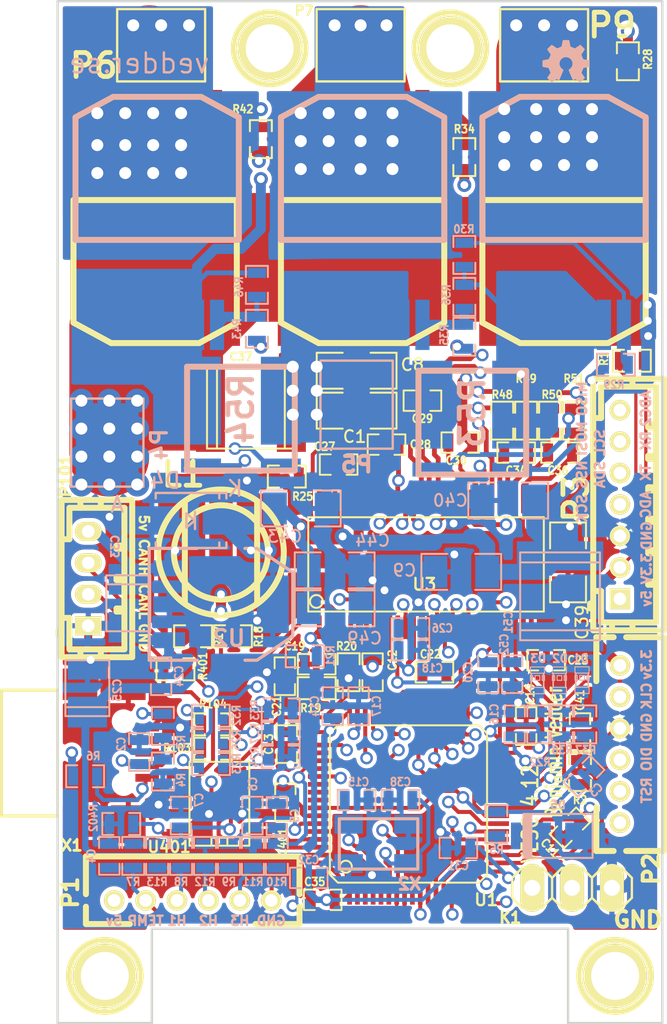
<source format=kicad_pcb>
(kicad_pcb (version 4) (host pcbnew 4.0.0-1rc2.201511291916+6190~38~ubuntu14.04.1-stable)
  (title_block (title "BLDC Driver 4.6") (date "30 Aug 2014") (rev A) (company "Benjamin Vedder"))
  (layers (0 F.Cu signal) (1 GND signal) (2 GND2 signal) (31 B.Cu signal) (34 B.Paste user) (35 F.Paste user) (36 B.SilkS user) (37 F.SilkS user) (38 B.Mask user) (39 F.Mask user) (44 Edge.Cuts user))
  (net 0 "")
  (net 1 +5V)
  (net 2 GND)
  (net 3 NRST)
  (net 4 "Net-(C15-Pad1)")
  (net 5 "Net-(C16-Pad1)")
  (net 6 "Net-(C17-Pad1)")
  (net 7 "Net-(C18-Pad1)")
  (net 8 "Net-(C19-Pad2)")
  (net 9 "Net-(C20-Pad2)")
  (net 10 "Net-(C21-Pad2)")
  (net 11 "Net-(C22-Pad1)")
  (net 12 "Net-(C22-Pad2)")
  (net 13 "Net-(C23-Pad2)")
  (net 14 "Net-(C27-Pad1)")
  (net 15 "Net-(C27-Pad2)")
  (net 16 "Net-(C28-Pad2)")
  (net 17 "Net-(C29-Pad2)")
  (net 18 "Net-(C30-Pad2)")
  (net 19 "Net-(C34-Pad1)")
  (net 20 "Net-(C34-Pad2)")
  (net 21 "Net-(C36-Pad1)")
  (net 22 "Net-(C36-Pad2)")
  (net 23 "Net-(C38-Pad1)")
  (net 24 "Net-(D1-Pad1)")
  (net 25 "Net-(D2-Pad1)")
  (net 26 "Net-(K1-Pad1)")
  (net 27 "Net-(Q1-PadG)")
  (net 28 "Net-(Q2-PadG)")
  (net 29 "Net-(Q3-PadG)")
  (net 30 "Net-(Q4-PadG)")
  (net 31 "Net-(Q5-PadG)")
  (net 32 "Net-(Q6-PadG)")
  (net 33 "Net-(R17-Pad2)")
  (net 34 "Net-(R20-Pad1)")
  (net 35 "Net-(R21-Pad2)")
  (net 36 "Net-(R25-Pad2)")
  (net 37 "Net-(R6-Pad1)")
  (net 38 SWCLK)
  (net 39 SWDIO)
  (net 40 VCC)
  (net 41 V_SUPPLY)
  (net 42 /MCU/AN_IN)
  (net 43 /MCU/SERVO)
  (net 44 "/Mosfet driver/H1_VS")
  (net 45 "/Mosfet driver/H2_VS")
  (net 46 "/Mosfet driver/H3_VS")
  (net 47 "/Mosfet driver/H1_LOW")
  (net 48 "/Mosfet driver/H3_LOW")
  (net 49 /MCU/SENS1)
  (net 50 /MCU/SENS2)
  (net 51 "/Mosfet driver/M_H1")
  (net 52 "/Mosfet driver/M_L1")
  (net 53 /MCU/SENS3)
  (net 54 "/Mosfet driver/M_H2")
  (net 55 "/Mosfet driver/M_L2")
  (net 56 "/Mosfet driver/M_H3")
  (net 57 "/Mosfet driver/M_L3")
  (net 58 "/Mosfet driver/SH1_A")
  (net 59 "/Mosfet driver/SH1_B")
  (net 60 "/Mosfet driver/SH2_A")
  (net 61 "/Mosfet driver/SH2_B")
  (net 62 /MCU/BR_SO2)
  (net 63 /MCU/BR_SO1)
  (net 64 /MCU/DC_CAL)
  (net 65 /MCU/L3)
  (net 66 /MCU/L2)
  (net 67 /MCU/L1)
  (net 68 /MCU/EN_GATE)
  (net 69 /MCU/FAULT)
  (net 70 /MCU/H3)
  (net 71 /MCU/H2)
  (net 72 /MCU/H1)
  (net 73 /MCU/USB_DM)
  (net 74 /MCU/USB_DP)
  (net 75 /Filters/TEMP_IN)
  (net 76 /Filters/HALL3_OUT)
  (net 77 /Filters/HALL2_OUT)
  (net 78 /Filters/HALL1_OUT)
  (net 79 "Net-(D3-Pad1)")
  (net 80 /Filters/HALL1_IN)
  (net 81 /Filters/HALL2_IN)
  (net 82 /Filters/HALL3_IN)
  (net 83 "/CAN bus transceiver/CANL")
  (net 84 "/CAN bus transceiver/CANH")
  (net 85 /MCU/LED_GREEN)
  (net 86 /MCU/LED_RED)
  (net 87 "Net-(R103-Pad2)")
  (net 88 "Net-(R104-Pad2)")
  (net 89 "Net-(R402-Pad1)")
  (net 90 "/CAN bus transceiver/CAN_RX")
  (net 91 "/CAN bus transceiver/CAN_TX")
  (net 92 /MCU/ADC_TEMP)
  (net 93 /MCU/SCK_ADC_EXT)
  (net 94 /MCU/RX_SCL_MOSI)
  (net 95 /MCU/MISO_ADC_EXT2)
  (net 96 "Net-(P2-Pad6)")
  (net 97 /MCU/TX_SDA_NSS)
  (net 98 "Net-(U1-Pad4)")
  (net 99 "Net-(U1-Pad2)")
  (net 100 "Net-(U1-Pad3)")
  (net 101 "Net-(U1-Pad39)")
  (net 102 "Net-(U1-Pad40)")
  (net 103 "Net-(U1-Pad50)")
  (net 104 "Net-(U1-Pad54)")
  (net 105 "Net-(U1-Pad55)")
  (net 106 "Net-(U1-Pad56)")
  (net 107 "Net-(U1-Pad9)")
  (net 108 "Net-(U1-Pad11)")
  (net 109 "Net-(U1-Pad28)")
  (net 110 "Net-(U3-Pad4)")
  (net 111 "Net-(U3-Pad5)")
  (net 112 "Net-(U3-Pad55)")
  (net 113 "Net-(U3-Pad56)")
  (net 114 "Net-(U401-Pad5)")
  (net 115 "Net-(X1-Pad4)")
  (module Diodes_SMD:SMA_Handsoldering (layer B.Cu) (at 86.995 113.03 180)
    (fp_text reference D4 (at 1.651 2.54 180) (layer B.SilkS) (effects (justify mirror)))
    (fp_text value DIODESCH)
    (fp_text user K (at -2.794 2.032 180) (layer B.SilkS) (effects (justify mirror)))
    (fp_text user A (at 4.699 1.016 180) (layer B.SilkS) (effects (justify mirror)))
    (pad 2 smd rect (at -2.49936 0 180) (size 3.50012 1.80086) (layers B.Cu B.Paste B.Mask) (net 14 "Net-(C27-Pad1)"))
    (pad 1 smd rect (at 2.49936 0 180) (size 3.50012 1.80086) (layers B.Cu B.Paste B.Mask) (net 2 GND))
  )
  (module CRF1:MICRO_JST_6 (layer F.Cu) (at 87.1 137.2)
    (fp_text reference P1 (at -7.8 -0.5 90) (layer F.SilkS) (effects (font (thickness 0.25))))
    (fp_text value HALL/Encoder hide)
    (pad 3 thru_hole circle (at -1.00076 0) (size 1.30048 1.30048) (drill 0.8) (layers *.Cu *.Mask F.SilkS) (net 80 /Filters/HALL1_IN))
    (pad 4 thru_hole circle (at 1.00076 0) (size 1.30048 1.30048) (drill 0.8) (layers *.Cu *.Mask F.SilkS) (net 81 /Filters/HALL2_IN))
    (pad 5 thru_hole circle (at 2.99974 0) (size 1.30048 1.30048) (drill 0.8) (layers *.Cu *.Mask F.SilkS) (net 82 /Filters/HALL3_IN))
    (pad 6 thru_hole circle (at 5.00126 0) (size 1.30048 1.30048) (drill 0.8) (layers *.Cu *.Mask F.SilkS) (net 2 GND))
    (pad 2 thru_hole circle (at -2.99974 0) (size 1.30048 1.30048) (drill 0.8) (layers *.Cu *.Mask F.SilkS) (net 75 /Filters/TEMP_IN))
    (pad 1 thru_hole circle (at -5.00126 0) (size 1.30048 1.30048) (drill 0.8) (layers *.Cu *.Mask F.SilkS) (net 1 +5V))
  )
  (module "JST conn:b4b-ph-kl" (layer F.Cu) (at 80.45 116.726 90)
    (fp_text reference P101 (at 6.526 -1.45 90) (layer F.SilkS) (effects (font (size 0.7 0.7) (thickness 0.175))))
    (fp_text value CANBUS hide)
    (pad 1 thru_hole rect (at -3.00228 0 90) (size 1.19888 1.69926) (drill 0.8) (layers *.Cu *.Mask F.SilkS) (net 2 GND))
    (pad 3 thru_hole oval (at 1.00076 0 90) (size 1.19888 1.69926) (drill 0.8) (layers *.Cu *.Mask F.SilkS) (net 84 "/CAN bus transceiver/CANH"))
    (pad 2 thru_hole oval (at -1.00076 0 90) (size 1.19888 1.69926) (drill 0.8) (layers *.Cu *.Mask F.SilkS) (net 83 "/CAN bus transceiver/CANL"))
    (pad 4 thru_hole oval (at 2.99974 0 90) (size 1.19888 1.69926) (drill 0.8) (layers *.Cu *.Mask F.SilkS) (net 1 +5V))
  )
  (module CRF1:MICRO_JST_6 (layer F.Cu) (at 114.3 127.254 270)
    (fp_text reference P2 (at 7.946 -2 450) (layer F.SilkS) (effects (font (thickness 0.25))))
    (fp_text value SWD hide)
    (pad 3 thru_hole circle (at -1.00076 0 270) (size 1.30048 1.30048) (drill 0.8) (layers *.Cu *.Mask F.SilkS) (net 2 GND))
    (pad 4 thru_hole circle (at 1.00076 0 270) (size 1.30048 1.30048) (drill 0.8) (layers *.Cu *.Mask F.SilkS) (net 39 SWDIO))
    (pad 5 thru_hole circle (at 2.99974 0 270) (size 1.30048 1.30048) (drill 0.8) (layers *.Cu *.Mask F.SilkS) (net 3 NRST))
    (pad 6 thru_hole circle (at 5.00126 0 270) (size 1.30048 1.30048) (drill 0.8) (layers *.Cu *.Mask F.SilkS) (net 96 "Net-(P2-Pad6)"))
    (pad 2 thru_hole circle (at -2.99974 0 270) (size 1.30048 1.30048) (drill 0.8) (layers *.Cu *.Mask F.SilkS) (net 38 SWCLK))
    (pad 1 thru_hole circle (at -5.00126 0 270) (size 1.30048 1.30048) (drill 0.8) (layers *.Cu *.Mask F.SilkS) (net 40 VCC))
  )
  (module CRF1:WSLP2726 (layer B.Cu) (at 104.902 108.712)
    (fp_text reference R53 (at 0 -2.54 270) (layer B.SilkS) (effects (font (thickness 0.3048)) (justify mirror)))
    (fp_text value SHUNT hide)
    (pad 1 smd rect (at -2.54 -3.048) (size 2.54 5.588) (layers B.Cu B.Paste B.Mask) (net 2 GND))
    (pad 2 smd rect (at 2.54 -3.048) (size 2.54 5.588) (layers B.Cu B.Paste B.Mask) (net 47 "/Mosfet driver/H1_LOW"))
    (pad 3 smd rect (at -2.54 1.0795) (size 2.54 0.889) (layers B.Cu B.Paste B.Mask) (net 61 "/Mosfet driver/SH2_B"))
    (pad 4 smd rect (at 2.54 1.0795) (size 2.54 0.889) (layers B.Cu B.Paste B.Mask) (net 60 "/Mosfet driver/SH2_A"))
  )
  (module CRF1:WSLP2726 (layer B.Cu) (at 90.17 108.458)
    (fp_text reference R54 (at 0 -2.54 270) (layer B.SilkS) (effects (font (thickness 0.3048)) (justify mirror)))
    (fp_text value SHUNT hide)
    (pad 1 smd rect (at -2.54 -3.048) (size 2.54 5.588) (layers B.Cu B.Paste B.Mask) (net 48 "/Mosfet driver/H3_LOW"))
    (pad 2 smd rect (at 2.54 -3.048) (size 2.54 5.588) (layers B.Cu B.Paste B.Mask) (net 2 GND))
    (pad 3 smd rect (at -2.54 1.0795) (size 2.54 0.889) (layers B.Cu B.Paste B.Mask) (net 58 "/Mosfet driver/SH1_A"))
    (pad 4 smd rect (at 2.54 1.0795) (size 2.54 0.889) (layers B.Cu B.Paste B.Mask) (net 59 "/Mosfet driver/SH1_B"))
  )
  (module w_smd_diode:do214ac (layer B.Cu) (at 110.363 133.096 180)
    (fp_text reference D5 (at 0 1.9685 180) (layer B.SilkS) (effects (font (size 0.50038 0.50038) (thickness 0.11938)) (justify mirror)))
    (fp_text value "TVS 5V" hide)
    (pad 2 smd rect (at 1.72974 0 180) (size 2.54 1.69926) (layers B.Cu B.Paste B.Mask) (net 1 +5V))
    (pad 1 smd rect (at -1.72974 0 180) (size 2.54 1.69926) (layers B.Cu B.Paste B.Mask) (net 2 GND))
  )
  (module CRF1:D2PAK-7-GDS (layer F.Cu) (at 84.709 91.948 180)
    (fp_text reference Q5 hide)
    (fp_text value IRFS7530 hide)
    (pad D smd rect (at 0 -5.90042 180) (size 10.80008 8.15086) (layers F.Cu F.Paste F.Mask) (net 41 V_SUPPLY))
    (pad G smd rect (at -3.81 4.70154 180) (size 0.89916 3.2004) (layers F.Cu F.Paste F.Mask) (net 31 "Net-(Q5-PadG)"))
    (pad S smd rect (at -2.54 4.70154 180) (size 0.89916 3.2004) (layers F.Cu F.Paste F.Mask) (net 46 "/Mosfet driver/H3_VS"))
    (pad S smd rect (at -1.27 4.70154 180) (size 0.89916 3.2004) (layers F.Cu F.Paste F.Mask) (net 46 "/Mosfet driver/H3_VS"))
    (pad S smd rect (at 1.27 4.70154 180) (size 0.89916 3.2004) (layers F.Cu F.Paste F.Mask) (net 46 "/Mosfet driver/H3_VS"))
    (pad S smd rect (at 2.54 4.70154 180) (size 0.89916 3.2004) (layers F.Cu F.Paste F.Mask) (net 46 "/Mosfet driver/H3_VS"))
    (pad S smd rect (at 3.81 4.70154 180) (size 0.89916 3.2004) (layers F.Cu F.Paste F.Mask) (net 46 "/Mosfet driver/H3_VS"))
  )
  (module CRF1:Crystal_5x3mm (layer B.Cu) (at 98.933 133.604)
    (fp_text reference X2 (at 1.967 2.546) (layer B.SilkS) (effects (font (size 0.762 0.762) (thickness 0.1905)) (justify mirror)))
    (fp_text value "8MHz 10ppm" hide)
    (pad 3 smd rect (at -1.89992 1.24968) (size 1.80086 1.19888) (layers B.Cu B.Paste B.Mask) (net 2 GND))
    (pad 1 smd rect (at -1.89992 -1.24968) (size 1.80086 1.19888) (layers B.Cu B.Paste B.Mask) (net 4 "Net-(C15-Pad1)"))
    (pad 3 smd rect (at 1.89992 -1.24968) (size 1.80086 1.19888) (layers B.Cu B.Paste B.Mask) (net 2 GND))
    (pad 2 smd rect (at 1.89992 1.24968) (size 1.80086 1.19888) (layers B.Cu B.Paste B.Mask) (net 23 "Net-(C38-Pad1)"))
  )
  (module CRF1:pinhead-1X03 (layer F.Cu) (at 111.252 136.398)
    (fp_text reference K1 (at -3.937 1.905) (layer F.SilkS) (effects (font (size 0.7 0.7) (thickness 0.175))))
    (fp_text value SERVO hide)
    (pad 1 thru_hole oval (at -2.54 0) (size 1.524 3.048) (drill 1.016) (layers *.Cu *.Mask F.SilkS) (net 26 "Net-(K1-Pad1)"))
    (pad 2 thru_hole oval (at 0 0) (size 1.524 3.048) (drill 1.016) (layers *.Cu *.Mask F.SilkS) (net 1 +5V))
    (pad 3 thru_hole oval (at 2.54 0) (size 1.524 3.048) (drill 1.016) (layers *.Cu *.Mask F.SilkS) (net 2 GND))
  )
  (module 1pin (layer F.Cu) (at 92 83)
    (fp_text reference 1PIN hide)
    (fp_text value P*** hide)
    (pad 1 thru_hole circle (at 0 0) (size 4.064 4.064) (drill 3.048) (layers *.Cu *.Mask F.SilkS) (thermal_gap 0.762))
  )
  (module 1pin (layer F.Cu) (at 103.5 83)
    (fp_text reference 1PIN hide)
    (fp_text value P*** hide)
    (pad 1 thru_hole circle (at 0 0) (size 4.064 4.064) (drill 3.048) (layers *.Cu *.Mask F.SilkS))
  )
  (module oshw_silkscreen-back_3mm (layer B.Cu) (at 110.871 83.82)
    (fp_text reference G*** hide)
    (fp_text value oshw_silkscreen-back_3mm hide)
  )
  (module w_smd_cap:c_tant_B (layer B.Cu) (at 80.391 123.698 270)
    (fp_text reference C25 (at 0.127 -1.905 270) (layer B.SilkS) (effects (font (size 0.50038 0.50038) (thickness 0.11938)) (justify mirror)))
    (fp_text value 100u hide)
    (pad 1 smd rect (at 1.524 0 270) (size 1.95072 2.49936) (layers B.Cu B.Paste B.Mask) (net 40 VCC))
    (pad 2 smd rect (at -1.524 0 270) (size 1.95072 2.49936) (layers B.Cu B.Paste B.Mask) (net 2 GND))
  )
  (module w_smd_cap:c_tant_B (layer B.Cu) (at 83 118.3 90)
    (fp_text reference C33 (at 3.619 -0.831 90) (layer B.SilkS) (effects (font (size 0.50038 0.50038) (thickness 0.11938)) (justify mirror)))
    (fp_text value 100u hide)
    (pad 1 smd rect (at 1.524 0 90) (size 1.95072 2.49936) (layers B.Cu B.Paste B.Mask) (net 1 +5V))
    (pad 2 smd rect (at -1.524 0 90) (size 1.95072 2.49936) (layers B.Cu B.Paste B.Mask) (net 2 GND))
  )
  (module w_smd_cap:c_2220 (layer F.Cu) (at 90.805 105.918)
    (fp_text reference C37 (at -0.635 -3.302) (layer F.SilkS) (effects (font (size 0.50038 0.50038) (thickness 0.11938))))
    (fp_text value 15u,100V hide)
    (pad 1 smd rect (at 2.57556 0) (size 1.84912 5.4991) (layers F.Cu F.Paste F.Mask) (net 2 GND))
    (pad 2 smd rect (at -2.57556 0) (size 1.84912 5.4991) (layers F.Cu F.Paste F.Mask) (net 41 V_SUPPLY))
  )
  (module w_smd_cap:c_2220 (layer B.Cu) (at 110.49 117.856 270)
    (fp_text reference C51 (at 1.644 3.29 270) (layer B.SilkS) (effects (font (size 0.50038 0.50038) (thickness 0.11938)) (justify mirror)))
    (fp_text value "15u, 100v" hide)
    (pad 1 smd rect (at 2.57556 0 270) (size 1.84912 5.4991) (layers B.Cu B.Paste B.Mask) (net 2 GND))
    (pad 2 smd rect (at -2.57556 0 270) (size 1.84912 5.4991) (layers B.Cu B.Paste B.Mask) (net 41 V_SUPPLY))
  )
  (module LEDs:LED-0603 (layer B.Cu) (at 111.887 123.19 90)
    (fp_text reference D1 (at 1.39 -0.087 180) (layer B.SilkS) (effects (font (size 0.508 0.508) (thickness 0.127)) (justify mirror)))
    (fp_text value GREEN hide)
    (pad 1 smd rect (at -0.7493 0 90) (size 0.79756 0.79756) (layers B.Cu B.Paste B.Mask) (net 24 "Net-(D1-Pad1)"))
    (pad 2 smd rect (at 0.7493 0 90) (size 0.79756 0.79756) (layers B.Cu B.Paste B.Mask) (net 2 GND))
  )
  (module LEDs:LED-0603 (layer B.Cu) (at 110.45 123.2 90)
    (fp_text reference D2 (at 1.39 0.037 180) (layer B.SilkS) (effects (font (size 0.508 0.508) (thickness 0.127)) (justify mirror)))
    (fp_text value RED hide)
    (pad 1 smd rect (at -0.7493 0 90) (size 0.79756 0.79756) (layers B.Cu B.Paste B.Mask) (net 25 "Net-(D2-Pad1)"))
    (pad 2 smd rect (at 0.7493 0 90) (size 0.79756 0.79756) (layers B.Cu B.Paste B.Mask) (net 2 GND))
  )
  (module LEDs:LED-0603 (layer B.Cu) (at 109.05 123.2 90)
    (fp_text reference D3 (at 1.4 0.05 180) (layer B.SilkS) (effects (font (size 0.508 0.508) (thickness 0.127)) (justify mirror)))
    (fp_text value LED hide)
    (pad 1 smd rect (at -0.7493 0 90) (size 0.79756 0.79756) (layers B.Cu B.Paste B.Mask) (net 79 "Net-(D3-Pad1)"))
    (pad 2 smd rect (at 0.7493 0 90) (size 0.79756 0.79756) (layers B.Cu B.Paste B.Mask) (net 2 GND))
  )
  (module w_smd_inductors:inductor_smd_8x5mm (layer F.Cu) (at 88.9 115.062 180)
    (fp_text reference L1 (at 2.4 4.962 180) (layer F.SilkS) (effects (font (thickness 0.3048))))
    (fp_text value 22u hide)
    (pad 1 smd rect (at -2.49936 0 180) (size 2.9972 7.49808) (layers F.Cu F.Paste F.Mask) (net 14 "Net-(C27-Pad1)"))
    (pad 2 smd rect (at 2.49936 0 180) (size 2.9972 7.49808) (layers F.Cu F.Paste F.Mask) (net 1 +5V))
  )
  (module CRF1:1PAD_4x5mm (layer B.Cu) (at 81.661 108.077)
    (fp_text reference P4 (at 3.302 0.127 90) (layer B.SilkS) (effects (font (size 1.016 1.016) (thickness 0.2032)) (justify mirror)))
    (fp_text value IN+ hide)
    (pad 1 smd rect (at 0 0) (size 4 5) (layers B.Cu B.Paste B.Mask) (net 41 V_SUPPLY))
  )
  (module CRF1:1PAD_4x5mm (layer B.Cu) (at 97.536 105.664)
    (fp_text reference P5 (at 0 3.81 180) (layer B.SilkS) (effects (font (thickness 0.25)) (justify mirror)))
    (fp_text value IN- hide)
    (pad 1 smd rect (at 0 0) (size 4 5) (layers B.Cu B.Paste B.Mask) (net 2 GND))
  )
  (module CRF1:1PAD_4x5mm (layer F.Cu) (at 85.09 82.804 90)
    (fp_text reference P6 (at -1.296 -4.29 360) (layer F.SilkS) (effects (font (thickness 0.3048))))
    (fp_text value MOTOR1 hide)
    (pad 1 smd rect (at 0 0 90) (size 4 5) (layers F.Cu F.Paste F.Mask) (net 46 "/Mosfet driver/H3_VS"))
  )
  (module CRF1:1PAD_4x5mm (layer F.Cu) (at 97.79 82.804 90)
    (fp_text reference P7 (at 2.204 -3.59 180) (layer F.SilkS) (effects (font (size 0.6 0.6))))
    (fp_text value MOTOR2 hide)
    (pad 1 smd rect (at 0 0 90) (size 4 5) (layers F.Cu F.Paste F.Mask) (net 45 "/Mosfet driver/H2_VS"))
  )
  (module CRF1:1PAD_4x5mm (layer F.Cu) (at 109.474 82.804 90)
    (fp_text reference P9 (at 1.27 4.318 360) (layer F.SilkS) (effects (font (thickness 0.3048))))
    (fp_text value MOTOR3 hide)
    (pad 1 smd rect (at 0 0 90) (size 4 5) (layers F.Cu F.Paste F.Mask) (net 44 "/Mosfet driver/H1_VS"))
  )
  (module CRF1:D2PAK-7-GDS (layer F.Cu) (at 110.744 91.948 180)
    (fp_text reference Q1 hide)
    (fp_text value IRFS7530 hide)
    (pad D smd rect (at 0 -5.90042 180) (size 10.80008 8.15086) (layers F.Cu F.Paste F.Mask) (net 41 V_SUPPLY))
    (pad G smd rect (at -3.81 4.70154 180) (size 0.89916 3.2004) (layers F.Cu F.Paste F.Mask) (net 27 "Net-(Q1-PadG)"))
    (pad S smd rect (at -2.54 4.70154 180) (size 0.89916 3.2004) (layers F.Cu F.Paste F.Mask) (net 44 "/Mosfet driver/H1_VS"))
    (pad S smd rect (at -1.27 4.70154 180) (size 0.89916 3.2004) (layers F.Cu F.Paste F.Mask) (net 44 "/Mosfet driver/H1_VS"))
    (pad S smd rect (at 1.27 4.70154 180) (size 0.89916 3.2004) (layers F.Cu F.Paste F.Mask) (net 44 "/Mosfet driver/H1_VS"))
    (pad S smd rect (at 2.54 4.70154 180) (size 0.89916 3.2004) (layers F.Cu F.Paste F.Mask) (net 44 "/Mosfet driver/H1_VS"))
    (pad S smd rect (at 3.81 4.70154 180) (size 0.89916 3.2004) (layers F.Cu F.Paste F.Mask) (net 44 "/Mosfet driver/H1_VS"))
  )
  (module CRF1:D2PAK-7-GDS (layer B.Cu) (at 110.744 95.885 180)
    (fp_text reference Q2 hide)
    (fp_text value IRFS7530 hide)
    (pad D smd rect (at 0 5.90042 180) (size 10.80008 8.15086) (layers B.Cu B.Paste B.Mask) (net 44 "/Mosfet driver/H1_VS"))
    (pad G smd rect (at -3.81 -4.70154 180) (size 0.89916 3.2004) (layers B.Cu B.Paste B.Mask) (net 28 "Net-(Q2-PadG)"))
    (pad S smd rect (at -2.54 -4.70154 180) (size 0.89916 3.2004) (layers B.Cu B.Paste B.Mask) (net 47 "/Mosfet driver/H1_LOW"))
    (pad S smd rect (at -1.27 -4.70154 180) (size 0.89916 3.2004) (layers B.Cu B.Paste B.Mask) (net 47 "/Mosfet driver/H1_LOW"))
    (pad S smd rect (at 1.27 -4.70154 180) (size 0.89916 3.2004) (layers B.Cu B.Paste B.Mask) (net 47 "/Mosfet driver/H1_LOW"))
    (pad S smd rect (at 2.54 -4.70154 180) (size 0.89916 3.2004) (layers B.Cu B.Paste B.Mask) (net 47 "/Mosfet driver/H1_LOW"))
    (pad S smd rect (at 3.81 -4.70154 180) (size 0.89916 3.2004) (layers B.Cu B.Paste B.Mask) (net 47 "/Mosfet driver/H1_LOW"))
  )
  (module CRF1:D2PAK-7-GDS (layer F.Cu) (at 97.917 91.948 180)
    (fp_text reference Q3 hide)
    (fp_text value IRFS7530 hide)
    (pad D smd rect (at 0 -5.90042 180) (size 10.80008 8.15086) (layers F.Cu F.Paste F.Mask) (net 41 V_SUPPLY))
    (pad G smd rect (at -3.81 4.70154 180) (size 0.89916 3.2004) (layers F.Cu F.Paste F.Mask) (net 29 "Net-(Q3-PadG)"))
    (pad S smd rect (at -2.54 4.70154 180) (size 0.89916 3.2004) (layers F.Cu F.Paste F.Mask) (net 45 "/Mosfet driver/H2_VS"))
    (pad S smd rect (at -1.27 4.70154 180) (size 0.89916 3.2004) (layers F.Cu F.Paste F.Mask) (net 45 "/Mosfet driver/H2_VS"))
    (pad S smd rect (at 1.27 4.70154 180) (size 0.89916 3.2004) (layers F.Cu F.Paste F.Mask) (net 45 "/Mosfet driver/H2_VS"))
    (pad S smd rect (at 2.54 4.70154 180) (size 0.89916 3.2004) (layers F.Cu F.Paste F.Mask) (net 45 "/Mosfet driver/H2_VS"))
    (pad S smd rect (at 3.81 4.70154 180) (size 0.89916 3.2004) (layers F.Cu F.Paste F.Mask) (net 45 "/Mosfet driver/H2_VS"))
  )
  (module CRF1:D2PAK-7-GDS (layer B.Cu) (at 97.917 95.885 180)
    (fp_text reference Q4 hide)
    (fp_text value IRFS7530 hide)
    (pad D smd rect (at 0 5.90042 180) (size 10.80008 8.15086) (layers B.Cu B.Paste B.Mask) (net 45 "/Mosfet driver/H2_VS"))
    (pad G smd rect (at -3.81 -4.70154 180) (size 0.89916 3.2004) (layers B.Cu B.Paste B.Mask) (net 30 "Net-(Q4-PadG)"))
    (pad S smd rect (at -2.54 -4.70154 180) (size 0.89916 3.2004) (layers B.Cu B.Paste B.Mask) (net 2 GND))
    (pad S smd rect (at -1.27 -4.70154 180) (size 0.89916 3.2004) (layers B.Cu B.Paste B.Mask) (net 2 GND))
    (pad S smd rect (at 1.27 -4.70154 180) (size 0.89916 3.2004) (layers B.Cu B.Paste B.Mask) (net 2 GND))
    (pad S smd rect (at 2.54 -4.70154 180) (size 0.89916 3.2004) (layers B.Cu B.Paste B.Mask) (net 2 GND))
    (pad S smd rect (at 3.81 -4.70154 180) (size 0.89916 3.2004) (layers B.Cu B.Paste B.Mask) (net 2 GND))
  )
  (module CRF1:D2PAK-7-GDS (layer B.Cu) (at 84.836 95.885 180)
    (fp_text reference Q6 hide)
    (fp_text value IRFS7530 hide)
    (pad D smd rect (at 0 5.90042 180) (size 10.80008 8.15086) (layers B.Cu B.Paste B.Mask) (net 46 "/Mosfet driver/H3_VS"))
    (pad G smd rect (at -3.81 -4.70154 180) (size 0.89916 3.2004) (layers B.Cu B.Paste B.Mask) (net 32 "Net-(Q6-PadG)"))
    (pad S smd rect (at -2.54 -4.70154 180) (size 0.89916 3.2004) (layers B.Cu B.Paste B.Mask) (net 48 "/Mosfet driver/H3_LOW"))
    (pad S smd rect (at -1.27 -4.70154 180) (size 0.89916 3.2004) (layers B.Cu B.Paste B.Mask) (net 48 "/Mosfet driver/H3_LOW"))
    (pad S smd rect (at 1.27 -4.70154 180) (size 0.89916 3.2004) (layers B.Cu B.Paste B.Mask) (net 48 "/Mosfet driver/H3_LOW"))
    (pad S smd rect (at 2.54 -4.70154 180) (size 0.89916 3.2004) (layers B.Cu B.Paste B.Mask) (net 48 "/Mosfet driver/H3_LOW"))
    (pad S smd rect (at 3.81 -4.70154 180) (size 0.89916 3.2004) (layers B.Cu B.Paste B.Mask) (net 48 "/Mosfet driver/H3_LOW"))
  )
  (module CRF1:lqfp64_pad_mod (layer F.Cu) (at 100.838 131.064)
    (fp_text reference U1 (at 4.953 6.096) (layer F.SilkS) (effects (font (size 0.7493 0.7493) (thickness 0.14986))))
    (fp_text value STM32F40X_LQFP64 hide)
    (pad 4 smd rect (at -2.25044 5.75056) (size 0.3 1.30048) (layers F.Cu F.Paste F.Mask) (net 98 "Net-(U1-Pad4)"))
    (pad 5 smd rect (at -1.75006 5.75056) (size 0.3 1.30048) (layers F.Cu F.Paste F.Mask) (net 4 "Net-(C15-Pad1)"))
    (pad 6 smd rect (at -1.24968 5.75056) (size 0.3 1.30048) (layers F.Cu F.Paste F.Mask) (net 23 "Net-(C38-Pad1)"))
    (pad 7 smd rect (at -0.7493 5.75056) (size 0.3 1.30048) (layers F.Cu F.Paste F.Mask) (net 3 NRST))
    (pad 8 smd rect (at -0.24892 5.75056) (size 0.3 1.30048) (layers F.Cu F.Paste F.Mask) (net 75 /Filters/TEMP_IN))
    (pad 1 smd rect (at -3.74904 5.75056) (size 0.3 1.30048) (layers F.Cu F.Paste F.Mask) (net 40 VCC))
    (pad 2 smd rect (at -3.2512 5.75056) (size 0.3 1.30048) (layers F.Cu F.Paste F.Mask) (net 99 "Net-(U1-Pad2)"))
    (pad 3 smd rect (at -2.75082 5.75056) (size 0.3 1.30048) (layers F.Cu F.Paste F.Mask) (net 100 "Net-(U1-Pad3)"))
    (pad 17 smd rect (at 5.75056 3.74904) (size 1.30048 0.3) (layers F.Cu F.Paste F.Mask) (net 92 /MCU/ADC_TEMP))
    (pad 18 smd rect (at 5.75056 3.2512) (size 1.30048 0.3) (layers F.Cu F.Paste F.Mask) (net 2 GND))
    (pad 19 smd rect (at 5.75056 2.75082) (size 1.30048 0.3) (layers F.Cu F.Paste F.Mask) (net 40 VCC))
    (pad 20 smd rect (at 5.75056 2.25044) (size 1.30048 0.3) (layers F.Cu F.Paste F.Mask) (net 97 /MCU/TX_SDA_NSS))
    (pad 21 smd rect (at 5.75056 1.75006) (size 1.30048 0.3) (layers F.Cu F.Paste F.Mask) (net 93 /MCU/SCK_ADC_EXT))
    (pad 22 smd rect (at 5.75056 1.24968) (size 1.30048 0.3) (layers F.Cu F.Paste F.Mask) (net 95 /MCU/MISO_ADC_EXT2))
    (pad 23 smd rect (at 5.75056 0.7493) (size 1.30048 0.3) (layers F.Cu F.Paste F.Mask) (net 94 /MCU/RX_SCL_MOSI))
    (pad 24 smd rect (at 5.75056 0.24892) (size 1.30048 0.3) (layers F.Cu F.Paste F.Mask) (net 85 /MCU/LED_GREEN))
    (pad 33 smd rect (at 3.74904 -5.75056) (size 0.3 1.30048) (layers F.Cu F.Paste F.Mask) (net 64 /MCU/DC_CAL))
    (pad 34 smd rect (at 3.2512 -5.75056) (size 0.3 1.30048) (layers F.Cu F.Paste F.Mask) (net 65 /MCU/L3))
    (pad 35 smd rect (at 2.75082 -5.75056) (size 0.3 1.30048) (layers F.Cu F.Paste F.Mask) (net 66 /MCU/L2))
    (pad 36 smd rect (at 2.25044 -5.75056) (size 0.3 1.30048) (layers F.Cu F.Paste F.Mask) (net 67 /MCU/L1))
    (pad 37 smd rect (at 1.75006 -5.75056) (size 0.3 1.30048) (layers F.Cu F.Paste F.Mask) (net 97 /MCU/TX_SDA_NSS))
    (pad 38 smd rect (at 1.24968 -5.75056) (size 0.3 1.30048) (layers F.Cu F.Paste F.Mask) (net 94 /MCU/RX_SCL_MOSI))
    (pad 39 smd rect (at 0.7493 -5.75056) (size 0.3 1.30048) (layers F.Cu F.Paste F.Mask) (net 101 "Net-(U1-Pad39)"))
    (pad 40 smd rect (at 0.24892 -5.75056) (size 0.3 1.30048) (layers F.Cu F.Paste F.Mask) (net 102 "Net-(U1-Pad40)"))
    (pad 49 smd rect (at -5.75056 -3.74904) (size 1.30048 0.3) (layers F.Cu F.Paste F.Mask) (net 38 SWCLK))
    (pad 50 smd rect (at -5.75056 -3.2512) (size 1.30048 0.3) (layers F.Cu F.Paste F.Mask) (net 103 "Net-(U1-Pad50)"))
    (pad 51 smd rect (at -5.75056 -2.75082) (size 1.30048 0.3) (layers F.Cu F.Paste F.Mask) (net 68 /MCU/EN_GATE))
    (pad 52 smd rect (at -5.75056 -2.25044) (size 1.30048 0.3) (layers F.Cu F.Paste F.Mask) (net 76 /Filters/HALL3_OUT))
    (pad 53 smd rect (at -5.75056 -1.75006) (size 1.30048 0.3) (layers F.Cu F.Paste F.Mask) (net 69 /MCU/FAULT))
    (pad 54 smd rect (at -5.75056 -1.24968) (size 1.30048 0.3) (layers F.Cu F.Paste F.Mask) (net 104 "Net-(U1-Pad54)"))
    (pad 55 smd rect (at -5.75056 -0.7493) (size 1.30048 0.3) (layers F.Cu F.Paste F.Mask) (net 105 "Net-(U1-Pad55)"))
    (pad 56 smd rect (at -5.75056 -0.24892) (size 1.30048 0.3) (layers F.Cu F.Paste F.Mask) (net 106 "Net-(U1-Pad56)"))
    (pad 9 smd rect (at 0.24892 5.75056) (size 0.3 1.30048) (layers F.Cu F.Paste F.Mask) (net 107 "Net-(U1-Pad9)"))
    (pad 10 smd rect (at 0.7493 5.75056) (size 0.3 1.30048) (layers F.Cu F.Paste F.Mask) (net 42 /MCU/AN_IN))
    (pad 11 smd rect (at 1.24968 5.75056) (size 0.3 1.30048) (layers F.Cu F.Paste F.Mask) (net 108 "Net-(U1-Pad11)"))
    (pad 25 smd rect (at 5.75056 -0.24892) (size 1.30048 0.3) (layers F.Cu F.Paste F.Mask) (net 86 /MCU/LED_RED))
    (pad 26 smd rect (at 5.75056 -0.7493) (size 1.30048 0.3) (layers F.Cu F.Paste F.Mask) (net 62 /MCU/BR_SO2))
    (pad 27 smd rect (at 5.75056 -1.24968) (size 1.30048 0.3) (layers F.Cu F.Paste F.Mask) (net 63 /MCU/BR_SO1))
    (pad 41 smd rect (at -0.24892 -5.75056) (size 0.3 1.30048) (layers F.Cu F.Paste F.Mask) (net 70 /MCU/H3))
    (pad 42 smd rect (at -0.7493 -5.75056) (size 0.3 1.30048) (layers F.Cu F.Paste F.Mask) (net 71 /MCU/H2))
    (pad 43 smd rect (at -1.24968 -5.75056) (size 0.3 1.30048) (layers F.Cu F.Paste F.Mask) (net 72 /MCU/H1))
    (pad 57 smd rect (at -5.75056 0.24892) (size 1.30048 0.3) (layers F.Cu F.Paste F.Mask) (net 43 /MCU/SERVO))
    (pad 58 smd rect (at -5.75056 0.7493) (size 1.30048 0.3) (layers F.Cu F.Paste F.Mask) (net 78 /Filters/HALL1_OUT))
    (pad 59 smd rect (at -5.75056 1.24968) (size 1.30048 0.3) (layers F.Cu F.Paste F.Mask) (net 77 /Filters/HALL2_OUT))
    (pad 12 smd rect (at 1.75006 5.75056) (size 0.3 1.30048) (layers F.Cu F.Paste F.Mask) (net 2 GND))
    (pad 13 smd rect (at 2.25044 5.75056) (size 0.3 1.30048) (layers F.Cu F.Paste F.Mask) (net 40 VCC))
    (pad 14 smd rect (at 2.75082 5.75056) (size 0.3 1.30048) (layers F.Cu F.Paste F.Mask) (net 53 /MCU/SENS3))
    (pad 15 smd rect (at 3.2512 5.75056) (size 0.3 1.30048) (layers F.Cu F.Paste F.Mask) (net 50 /MCU/SENS2))
    (pad 16 smd rect (at 3.74904 5.75056) (size 0.3 1.30048) (layers F.Cu F.Paste F.Mask) (net 49 /MCU/SENS1))
    (pad 28 smd rect (at 5.75056 -1.75006) (size 1.30048 0.3) (layers F.Cu F.Paste F.Mask) (net 109 "Net-(U1-Pad28)"))
    (pad 29 smd rect (at 5.75056 -2.25044) (size 1.30048 0.3) (layers F.Cu F.Paste F.Mask) (net 94 /MCU/RX_SCL_MOSI))
    (pad 30 smd rect (at 5.75056 -2.75082) (size 1.30048 0.3) (layers F.Cu F.Paste F.Mask) (net 97 /MCU/TX_SDA_NSS))
    (pad 31 smd rect (at 5.75056 -3.2512) (size 1.30048 0.3) (layers F.Cu F.Paste F.Mask) (net 5 "Net-(C16-Pad1)"))
    (pad 32 smd rect (at 5.75056 -3.74904) (size 1.30048 0.3) (layers F.Cu F.Paste F.Mask) (net 40 VCC))
    (pad 44 smd rect (at -1.75006 -5.75056) (size 0.3 1.30048) (layers F.Cu F.Paste F.Mask) (net 73 /MCU/USB_DM))
    (pad 45 smd rect (at -2.25044 -5.75056) (size 0.3 1.30048) (layers F.Cu F.Paste F.Mask) (net 74 /MCU/USB_DP))
    (pad 46 smd rect (at -2.75082 -5.75056) (size 0.3 1.30048) (layers F.Cu F.Paste F.Mask) (net 39 SWDIO))
    (pad 47 smd rect (at -3.2512 -5.75056) (size 0.3 1.30048) (layers F.Cu F.Paste F.Mask) (net 6 "Net-(C17-Pad1)"))
    (pad 48 smd rect (at -3.74904 -5.75056) (size 0.3 1.30048) (layers F.Cu F.Paste F.Mask) (net 40 VCC))
    (pad 60 smd rect (at -5.75056 1.75006) (size 1.30048 0.3) (layers F.Cu F.Paste F.Mask) (net 2 GND))
    (pad 61 smd rect (at -5.75056 2.25044) (size 1.30048 0.3) (layers F.Cu F.Paste F.Mask) (net 90 "/CAN bus transceiver/CAN_RX"))
    (pad 62 smd rect (at -5.75056 2.75082) (size 1.30048 0.3) (layers F.Cu F.Paste F.Mask) (net 91 "/CAN bus transceiver/CAN_TX"))
    (pad 63 smd rect (at -5.75056 3.2512) (size 1.30048 0.3) (layers F.Cu F.Paste F.Mask) (net 2 GND))
    (pad 64 smd rect (at -5.75056 3.74904) (size 1.30048 0.3) (layers F.Cu F.Paste F.Mask) (net 40 VCC))
  )
  (module CRF1:TSSOP-56-PP (layer F.Cu) (at 101.854 115.824)
    (fp_text reference U3 (at 0 1.27) (layer F.SilkS) (effects (font (size 0.7493 0.7493) (thickness 0.14986))))
    (fp_text value DRV8302 hide)
    (pad 38 smd rect (at 2.30378 -4.0005) (size 0.29972 1.50114) (layers F.Cu F.Paste F.Mask) (net 18 "Net-(C30-Pad2)"))
    (pad 39 smd rect (at 1.8034 -4.0005) (size 0.29972 1.50114) (layers F.Cu F.Paste F.Mask) (net 2 GND))
    (pad 40 smd rect (at 1.30302 -4.0005) (size 0.29972 1.50114) (layers F.Cu F.Paste F.Mask) (net 55 "/Mosfet driver/M_L2"))
    (pad 41 smd rect (at 0.80264 -4.0005) (size 0.29972 1.50114) (layers F.Cu F.Paste F.Mask) (net 45 "/Mosfet driver/H2_VS"))
    (pad 42 smd rect (at 0.30226 -4.0005) (size 0.29972 1.50114) (layers F.Cu F.Paste F.Mask) (net 54 "/Mosfet driver/M_H2"))
    (pad 43 smd rect (at -0.19558 -4.0005) (size 0.29972 1.50114) (layers F.Cu F.Paste F.Mask) (net 17 "Net-(C29-Pad2)"))
    (pad 44 smd rect (at -0.69596 -4.0005) (size 0.29972 1.50114) (layers F.Cu F.Paste F.Mask) (net 47 "/Mosfet driver/H1_LOW"))
    (pad 45 smd rect (at -1.19634 -4.0005) (size 0.29972 1.50114) (layers F.Cu F.Paste F.Mask) (net 52 "/Mosfet driver/M_L1"))
    (pad 46 smd rect (at -1.69672 -4.0005) (size 0.29972 1.50114) (layers F.Cu F.Paste F.Mask) (net 44 "/Mosfet driver/H1_VS"))
    (pad 47 smd rect (at -2.1971 -4.0005) (size 0.29972 1.50114) (layers F.Cu F.Paste F.Mask) (net 51 "/Mosfet driver/M_H1"))
    (pad 48 smd rect (at -2.69748 -4.0005) (size 0.29972 1.50114) (layers F.Cu F.Paste F.Mask) (net 16 "Net-(C28-Pad2)"))
    (pad 29 smd rect (at 6.80212 -4.0005) (size 0.29972 1.50114) (layers F.Cu F.Paste F.Mask) (net 41 V_SUPPLY))
    (pad 30 smd rect (at 6.30428 -4.0005) (size 0.29972 1.50114) (layers F.Cu F.Paste F.Mask) (net 22 "Net-(C36-Pad2)"))
    (pad 31 smd rect (at 5.8039 -4.0005) (size 0.29972 1.50114) (layers F.Cu F.Paste F.Mask) (net 21 "Net-(C36-Pad1)"))
    (pad 17 smd rect (at 1.30302 4.0005) (size 0.29972 1.50114) (layers F.Cu F.Paste F.Mask) (net 72 /MCU/H1))
    (pad 33 smd rect (at 4.80314 -4.0005) (size 0.29972 1.50114) (layers F.Cu F.Paste F.Mask) (net 19 "Net-(C34-Pad1)"))
    (pad 34 smd rect (at 4.30276 -4.0005) (size 0.29972 1.50114) (layers F.Cu F.Paste F.Mask) (net 48 "/Mosfet driver/H3_LOW"))
    (pad 35 smd rect (at 3.80238 -4.0005) (size 0.29972 1.50114) (layers F.Cu F.Paste F.Mask) (net 57 "/Mosfet driver/M_L3"))
    (pad 36 smd rect (at 3.30454 -4.0005) (size 0.29972 1.50114) (layers F.Cu F.Paste F.Mask) (net 46 "/Mosfet driver/H3_VS"))
    (pad 37 smd rect (at 2.80416 -4.0005) (size 0.29972 1.50114) (layers F.Cu F.Paste F.Mask) (net 56 "/Mosfet driver/M_H3"))
    (pad 12 smd rect (at -1.19634 4.0005) (size 0.29972 1.50114) (layers F.Cu F.Paste F.Mask) (net 64 /MCU/DC_CAL))
    (pad 13 smd rect (at -0.69596 4.0005) (size 0.29972 1.50114) (layers F.Cu F.Paste F.Mask) (net 7 "Net-(C18-Pad1)"))
    (pad 14 smd rect (at -0.19558 4.0005) (size 0.29972 1.50114) (layers F.Cu F.Paste F.Mask) (net 11 "Net-(C22-Pad1)"))
    (pad 15 smd rect (at 0.30226 4.0005) (size 0.29972 1.50114) (layers F.Cu F.Paste F.Mask) (net 12 "Net-(C22-Pad2)"))
    (pad 16 smd rect (at 0.80264 4.0005) (size 0.29972 1.50114) (layers F.Cu F.Paste F.Mask) (net 68 /MCU/EN_GATE))
    (pad 32 smd rect (at 5.30352 -4.0005) (size 0.29972 1.50114) (layers F.Cu F.Paste F.Mask) (net 20 "Net-(C34-Pad2)"))
    (pad 18 smd rect (at 1.8034 4.0005) (size 0.29972 1.50114) (layers F.Cu F.Paste F.Mask) (net 67 /MCU/L1))
    (pad 19 smd rect (at 2.30378 4.0005) (size 0.29972 1.50114) (layers F.Cu F.Paste F.Mask) (net 71 /MCU/H2))
    (pad 20 smd rect (at 2.80416 4.0005) (size 0.29972 1.50114) (layers F.Cu F.Paste F.Mask) (net 66 /MCU/L2))
    (pad 21 smd rect (at 3.30454 4.0005) (size 0.29972 1.50114) (layers F.Cu F.Paste F.Mask) (net 70 /MCU/H3))
    (pad 22 smd rect (at 3.80238 4.0005) (size 0.29972 1.50114) (layers F.Cu F.Paste F.Mask) (net 65 /MCU/L3))
    (pad 23 smd rect (at 4.30276 4.0005) (size 0.29972 1.50114) (layers F.Cu F.Paste F.Mask) (net 9 "Net-(C20-Pad2)"))
    (pad 24 smd rect (at 4.80314 4.0005) (size 0.29972 1.50114) (layers F.Cu F.Paste F.Mask) (net 40 VCC))
    (pad 1 smd rect (at -6.69544 4.0005) (size 0.29972 1.50114) (layers F.Cu F.Paste F.Mask) (net 35 "Net-(R21-Pad2)"))
    (pad 2 smd rect (at -6.1976 4.0005) (size 0.29972 1.50114) (layers F.Cu F.Paste F.Mask) (net 8 "Net-(C19-Pad2)"))
    (pad 3 smd rect (at -5.69722 4.0005) (size 0.29972 1.50114) (layers F.Cu F.Paste F.Mask) (net 33 "Net-(R17-Pad2)"))
    (pad 4 smd rect (at -5.19684 4.0005) (size 0.29972 1.50114) (layers F.Cu F.Paste F.Mask) (net 110 "Net-(U3-Pad4)"))
    (pad 5 smd rect (at -4.69646 4.0005) (size 0.29972 1.50114) (layers F.Cu F.Paste F.Mask) (net 111 "Net-(U3-Pad5)"))
    (pad 6 smd rect (at -4.19608 4.0005) (size 0.29972 1.50114) (layers F.Cu F.Paste F.Mask) (net 69 /MCU/FAULT))
    (pad 7 smd rect (at -3.6957 4.0005) (size 0.29972 1.50114) (layers F.Cu F.Paste F.Mask) (net 34 "Net-(R20-Pad1)"))
    (pad 8 smd rect (at -3.19786 4.0005) (size 0.29972 1.50114) (layers F.Cu F.Paste F.Mask) (net 2 GND))
    (pad 9 smd rect (at -2.69748 4.0005) (size 0.29972 1.50114) (layers F.Cu F.Paste F.Mask) (net 40 VCC))
    (pad 10 smd rect (at -2.1971 4.0005) (size 0.29972 1.50114) (layers F.Cu F.Paste F.Mask) (net 2 GND))
    (pad 11 smd rect (at -1.69672 4.0005) (size 0.29972 1.50114) (layers F.Cu F.Paste F.Mask) (net 9 "Net-(C20-Pad2)"))
    (pad 25 smd rect (at 5.30352 4.0005) (size 0.29972 1.50114) (layers F.Cu F.Paste F.Mask) (net 63 /MCU/BR_SO1))
    (pad 26 smd rect (at 5.8039 4.0005) (size 0.29972 1.50114) (layers F.Cu F.Paste F.Mask) (net 62 /MCU/BR_SO2))
    (pad 27 smd rect (at 6.30428 4.0005) (size 0.29972 1.50114) (layers F.Cu F.Paste F.Mask) (net 13 "Net-(C23-Pad2)"))
    (pad 28 smd rect (at 6.80212 4.0005) (size 0.29972 1.50114) (layers F.Cu F.Paste F.Mask) (net 2 GND))
    (pad 49 smd rect (at -3.19786 -4.0005) (size 0.29972 1.50114) (layers F.Cu F.Paste F.Mask) (net 36 "Net-(R25-Pad2)"))
    (pad 50 smd rect (at -3.6957 -4.0005) (size 0.29972 1.50114) (layers F.Cu F.Paste F.Mask) (net 14 "Net-(C27-Pad1)"))
    (pad 51 smd rect (at -4.19608 -4.0005) (size 0.29972 1.50114) (layers F.Cu F.Paste F.Mask) (net 14 "Net-(C27-Pad1)"))
    (pad 52 smd rect (at -4.69646 -4.0005) (size 0.29972 1.50114) (layers F.Cu F.Paste F.Mask) (net 15 "Net-(C27-Pad2)"))
    (pad 53 smd rect (at -5.19684 -4.0005) (size 0.29972 1.50114) (layers F.Cu F.Paste F.Mask) (net 41 V_SUPPLY))
    (pad 54 smd rect (at -5.69722 -4.0005) (size 0.29972 1.50114) (layers F.Cu F.Paste F.Mask) (net 41 V_SUPPLY))
    (pad 55 smd rect (at -6.1976 -4.0005) (size 0.29972 1.50114) (layers F.Cu F.Paste F.Mask) (net 112 "Net-(U3-Pad55)"))
    (pad 56 smd rect (at -6.69544 -4.0005) (size 0.29972 1.50114) (layers F.Cu F.Paste F.Mask) (net 113 "Net-(U3-Pad56)"))
    (pad 57 smd rect (at 0 0) (size 7.00024 3.59918) (layers F.Cu F.Paste F.Mask) (net 2 GND))
  )
  (module Connect:1pin (layer F.Cu) (at 114 142)
    (fp_text reference 1PIN hide)
    (fp_text value P*** hide)
    (pad 1 thru_hole circle (at 0 0) (size 4.064 4.064) (drill 3.048) (layers *.Cu *.Mask F.SilkS))
  )
  (module Connect:1pin (layer F.Cu) (at 81.5 142)
    (fp_text reference 1PIN hide)
    (fp_text value P*** hide)
    (pad 1 thru_hole circle (at 0 0) (size 4.064 4.064) (drill 3.048) (layers *.Cu *.Mask F.SilkS))
  )
  (module CRF1:SMD-1206 (layer F.Cu) (at 97.536 106.045)
    (fp_text reference C1 (at -0.127 1.651) (layer F.SilkS) (effects (font (size 0.762 0.762) (thickness 0.127))))
    (fp_text value 10u,50V hide)
    (pad 1 smd rect (at -1.651 0) (size 1.524 2.032) (layers F.Cu F.Paste F.Mask) (net 2 GND))
    (pad 2 smd rect (at 1.651 0) (size 1.524 2.032) (layers F.Cu F.Paste F.Mask) (net 41 V_SUPPLY))
  )
  (module CRF1:SMD-0603_c (layer B.Cu) (at 83.693 127.762 270)
    (fp_text reference C2 (at -0.508 1.143 270) (layer B.SilkS) (effects (font (size 0.508 0.4572) (thickness 0.1143)) (justify mirror)))
    (fp_text value 100n hide)
    (pad 1 smd rect (at -0.762 0 270) (size 0.635 1.143) (layers B.Cu B.Paste B.Mask) (net 2 GND))
    (pad 2 smd rect (at 0.762 0 270) (size 0.635 1.143) (layers B.Cu B.Paste B.Mask) (net 42 /MCU/AN_IN))
  )
  (module CRF1:SMD-0603_c (layer B.Cu) (at 112.014 129.286 225)
    (fp_text reference C3 (at 0.089803 -1.167433 225) (layer B.SilkS) (effects (font (size 0.508 0.4572) (thickness 0.1143)) (justify mirror)))
    (fp_text value 100n hide)
    (pad 1 smd rect (at -0.762 0 225) (size 0.635 1.143) (layers B.Cu B.Paste B.Mask) (net 2 GND))
    (pad 2 smd rect (at 0.762 0 225) (size 0.635 1.143) (layers B.Cu B.Paste B.Mask) (net 43 /MCU/SERVO))
  )
  (module CRF1:SMD-0603_c (layer B.Cu) (at 81.788 134.366 270)
    (fp_text reference C4 (at 0 1.143 270) (layer B.SilkS) (effects (font (size 0.508 0.4572) (thickness 0.1143)) (justify mirror)))
    (fp_text value 4n7 hide)
    (pad 1 smd rect (at -0.762 0 270) (size 0.635 1.143) (layers B.Cu B.Paste B.Mask) (net 2 GND))
    (pad 2 smd rect (at 0.762 0 270) (size 0.635 1.143) (layers B.Cu B.Paste B.Mask) (net 75 /Filters/TEMP_IN))
  )
  (module CRF1:SMD-0603_c (layer B.Cu) (at 92.456 131.826 90)
    (fp_text reference C5 (at 0 1.143 90) (layer B.SilkS) (effects (font (size 0.508 0.4572) (thickness 0.1143)) (justify mirror)))
    (fp_text value 4n7 hide)
    (pad 1 smd rect (at -0.762 0 90) (size 0.635 1.143) (layers B.Cu B.Paste B.Mask) (net 76 /Filters/HALL3_OUT))
    (pad 2 smd rect (at 0.762 0 90) (size 0.635 1.143) (layers B.Cu B.Paste B.Mask) (net 2 GND))
  )
  (module CRF1:SMD-0603_c (layer B.Cu) (at 90.9 131.8 90)
    (fp_text reference C6 (at 2.006 0.032 90) (layer B.SilkS) (effects (font (size 0.508 0.4572) (thickness 0.1143)) (justify mirror)))
    (fp_text value 4n7 hide)
    (pad 1 smd rect (at -0.762 0 90) (size 0.635 1.143) (layers B.Cu B.Paste B.Mask) (net 77 /Filters/HALL2_OUT))
    (pad 2 smd rect (at 0.762 0 90) (size 0.635 1.143) (layers B.Cu B.Paste B.Mask) (net 2 GND))
  )
  (module CRF1:SMD-0603_c (layer B.Cu) (at 86.35 131.8 90)
    (fp_text reference C7 (at 0.99 1.153 90) (layer B.SilkS) (effects (font (size 0.508 0.4572) (thickness 0.1143)) (justify mirror)))
    (fp_text value 4n7 hide)
    (pad 1 smd rect (at -0.762 0 90) (size 0.635 1.143) (layers B.Cu B.Paste B.Mask) (net 78 /Filters/HALL1_OUT))
    (pad 2 smd rect (at 0.762 0 90) (size 0.635 1.143) (layers B.Cu B.Paste B.Mask) (net 2 GND))
  )
  (module CRF1:SMD-1206 (layer F.Cu) (at 97.536 103.505)
    (fp_text reference C8 (at 3.556 -0.381) (layer F.SilkS) (effects (font (size 0.762 0.762) (thickness 0.127))))
    (fp_text value 10u,50V hide)
    (pad 1 smd rect (at -1.651 0) (size 1.524 2.032) (layers F.Cu F.Paste F.Mask) (net 2 GND))
    (pad 2 smd rect (at 1.651 0) (size 1.524 2.032) (layers F.Cu F.Paste F.Mask) (net 41 V_SUPPLY))
  )
  (module CRF1:SMD-1206 (layer B.Cu) (at 104.2 116.3)
    (fp_text reference C9 (at -3.616 -0.095) (layer B.SilkS) (effects (font (size 0.762 0.762) (thickness 0.127)) (justify mirror)))
    (fp_text value 10u,50V hide)
    (pad 1 smd rect (at -1.651 0) (size 1.524 2.032) (layers B.Cu B.Paste B.Mask) (net 2 GND))
    (pad 2 smd rect (at 1.651 0) (size 1.524 2.032) (layers B.Cu B.Paste B.Mask) (net 41 V_SUPPLY))
  )
  (module CRF1:SMD-0603_c (layer F.Cu) (at 108.331 126.111 270)
    (fp_text reference C10 (at -2.032 -0.254 270) (layer F.SilkS) (effects (font (size 0.508 0.4572) (thickness 0.1143))))
    (fp_text value 2.2u hide)
    (pad 1 smd rect (at -0.762 0 270) (size 0.635 1.143) (layers F.Cu F.Paste F.Mask) (net 2 GND))
    (pad 2 smd rect (at 0.762 0 270) (size 0.635 1.143) (layers F.Cu F.Paste F.Mask) (net 40 VCC))
  )
  (module CRF1:SMD-0603_c (layer F.Cu) (at 111.125 132.588 45)
    (fp_text reference C11 (at -1.796051 0 135) (layer F.SilkS) (effects (font (size 0.508 0.4572) (thickness 0.1143))))
    (fp_text value 2.2u hide)
    (pad 1 smd rect (at -0.762 0 45) (size 0.635 1.143) (layers F.Cu F.Paste F.Mask) (net 2 GND))
    (pad 2 smd rect (at 0.762 0 45) (size 0.635 1.143) (layers F.Cu F.Paste F.Mask) (net 40 VCC))
  )
  (module CRF1:SMD-0603_c (layer F.Cu) (at 98.552 122.682 90)
    (fp_text reference C12 (at 0.762 1.27 90) (layer F.SilkS) (effects (font (size 0.508 0.4572) (thickness 0.1143))))
    (fp_text value 2.2u hide)
    (pad 1 smd rect (at -0.762 0 90) (size 0.635 1.143) (layers F.Cu F.Paste F.Mask) (net 2 GND))
    (pad 2 smd rect (at 0.762 0 90) (size 0.635 1.143) (layers F.Cu F.Paste F.Mask) (net 40 VCC))
  )
  (module CRF1:SMD-0603_c (layer F.Cu) (at 93.091 127.254 90)
    (fp_text reference C13 (at 0 -1.143 90) (layer F.SilkS) (effects (font (size 0.508 0.4572) (thickness 0.1143))))
    (fp_text value 2.2u hide)
    (pad 1 smd rect (at -0.762 0 90) (size 0.635 1.143) (layers F.Cu F.Paste F.Mask) (net 2 GND))
    (pad 2 smd rect (at 0.762 0 90) (size 0.635 1.143) (layers F.Cu F.Paste F.Mask) (net 40 VCC))
  )
  (module CRF1:SMD-0603_c (layer B.Cu) (at 96.012 124.841 270)
    (fp_text reference C14 (at 0 1.143 270) (layer B.SilkS) (effects (font (size 0.508 0.4572) (thickness 0.1143)) (justify mirror)))
    (fp_text value 2.2u hide)
    (pad 1 smd rect (at -0.762 0 270) (size 0.635 1.143) (layers B.Cu B.Paste B.Mask) (net 2 GND))
    (pad 2 smd rect (at 0.762 0 270) (size 0.635 1.143) (layers B.Cu B.Paste B.Mask) (net 40 VCC))
  )
  (module CRF1:SMD-0603_c (layer B.Cu) (at 97.536 130.81)
    (fp_text reference C15 (at 0.127 -1.143) (layer B.SilkS) (effects (font (size 0.508 0.4572) (thickness 0.1143)) (justify mirror)))
    (fp_text value 15p hide)
    (pad 1 smd rect (at -0.762 0) (size 0.635 1.143) (layers B.Cu B.Paste B.Mask) (net 4 "Net-(C15-Pad1)"))
    (pad 2 smd rect (at 0.762 0) (size 0.635 1.143) (layers B.Cu B.Paste B.Mask) (net 2 GND))
  )
  (module CRF1:SMD-0603_c (layer B.Cu) (at 107.6 126 90)
    (fp_text reference C16 (at 0.651 -1.301 90) (layer B.SilkS) (effects (font (size 0.508 0.4572) (thickness 0.1143)) (justify mirror)))
    (fp_text value 2.2u hide)
    (pad 1 smd rect (at -0.762 0 90) (size 0.635 1.143) (layers B.Cu B.Paste B.Mask) (net 5 "Net-(C16-Pad1)"))
    (pad 2 smd rect (at 0.762 0 90) (size 0.635 1.143) (layers B.Cu B.Paste B.Mask) (net 2 GND))
  )
  (module CRF1:SMD-0603_c (layer B.Cu) (at 97.663 124.841 90)
    (fp_text reference C17 (at 0 1.143 90) (layer B.SilkS) (effects (font (size 0.508 0.4572) (thickness 0.1143)) (justify mirror)))
    (fp_text value 2.2u hide)
    (pad 1 smd rect (at -0.762 0 90) (size 0.635 1.143) (layers B.Cu B.Paste B.Mask) (net 6 "Net-(C17-Pad1)"))
    (pad 2 smd rect (at 0.762 0 90) (size 0.635 1.143) (layers B.Cu B.Paste B.Mask) (net 2 GND))
  )
  (module CRF1:SMD-0603_c (layer B.Cu) (at 100.965 121.285)
    (fp_text reference C18 (at 1.397 1.143) (layer B.SilkS) (effects (font (size 0.508 0.4572) (thickness 0.1143)) (justify mirror)))
    (fp_text value 2.2u hide)
    (pad 1 smd rect (at -0.762 0) (size 0.635 1.143) (layers B.Cu B.Paste B.Mask) (net 7 "Net-(C18-Pad1)"))
    (pad 2 smd rect (at 0.762 0) (size 0.635 1.143) (layers B.Cu B.Paste B.Mask) (net 2 GND))
  )
  (module CRF1:SMD-0603_c (layer F.Cu) (at 94.996 122.174)
    (fp_text reference C19 (at -1.397 -1.143) (layer F.SilkS) (effects (font (size 0.508 0.4572) (thickness 0.1143))))
    (fp_text value 120p hide)
    (pad 1 smd rect (at -0.762 0) (size 0.635 1.143) (layers F.Cu F.Paste F.Mask) (net 2 GND))
    (pad 2 smd rect (at 0.762 0) (size 0.635 1.143) (layers F.Cu F.Paste F.Mask) (net 8 "Net-(C19-Pad2)"))
  )
  (module CRF1:SMD-0603_c (layer B.Cu) (at 105.918 122.809 90)
    (fp_text reference C20 (at 0.127 -1.27 90) (layer B.SilkS) (effects (font (size 0.508 0.4572) (thickness 0.1143)) (justify mirror)))
    (fp_text value 2.2u hide)
    (pad 1 smd rect (at -0.762 0 90) (size 0.635 1.143) (layers B.Cu B.Paste B.Mask) (net 2 GND))
    (pad 2 smd rect (at 0.762 0 90) (size 0.635 1.143) (layers B.Cu B.Paste B.Mask) (net 9 "Net-(C20-Pad2)"))
  )
  (module CRF1:SMD-0603_c (layer F.Cu) (at 92.964 122.936 270)
    (fp_text reference C21 (at 1.905 0.508 270) (layer F.SilkS) (effects (font (size 0.508 0.4572) (thickness 0.1143))))
    (fp_text value 6.8n hide)
    (pad 1 smd rect (at -0.762 0 270) (size 0.635 1.143) (layers F.Cu F.Paste F.Mask) (net 2 GND))
    (pad 2 smd rect (at 0.762 0 270) (size 0.635 1.143) (layers F.Cu F.Paste F.Mask) (net 10 "Net-(C21-Pad2)"))
  )
  (module CRF1:SMD-0603_c (layer F.Cu) (at 102.489 122.682)
    (fp_text reference C22 (at -0.254 -1.143) (layer F.SilkS) (effects (font (size 0.508 0.4572) (thickness 0.1143))))
    (fp_text value 22n hide)
    (pad 1 smd rect (at -0.762 0) (size 0.635 1.143) (layers F.Cu F.Paste F.Mask) (net 11 "Net-(C22-Pad1)"))
    (pad 2 smd rect (at 0.762 0) (size 0.635 1.143) (layers F.Cu F.Paste F.Mask) (net 12 "Net-(C22-Pad2)"))
  )
  (module CRF1:SMD-0603_c (layer F.Cu) (at 109.601 121.92 180)
    (fp_text reference C23 (at -2.032 0 180) (layer F.SilkS) (effects (font (size 0.508 0.4572) (thickness 0.1143))))
    (fp_text value 2.2u hide)
    (pad 1 smd rect (at -0.762 0 180) (size 0.635 1.143) (layers F.Cu F.Paste F.Mask) (net 2 GND))
    (pad 2 smd rect (at 0.762 0 180) (size 0.635 1.143) (layers F.Cu F.Paste F.Mask) (net 13 "Net-(C23-Pad2)"))
  )
  (module CRF1:SMD-0603_c (layer B.Cu) (at 85.09 122.936 90)
    (fp_text reference C24 (at 0 1.143 90) (layer B.SilkS) (effects (font (size 0.508 0.4572) (thickness 0.1143)) (justify mirror)))
    (fp_text value 2.2u hide)
    (pad 1 smd rect (at -0.762 0 90) (size 0.635 1.143) (layers B.Cu B.Paste B.Mask) (net 40 VCC))
    (pad 2 smd rect (at 0.762 0 90) (size 0.635 1.143) (layers B.Cu B.Paste B.Mask) (net 2 GND))
  )
  (module CRF1:SMD-0603_c (layer F.Cu) (at 96.393 109.474 180)
    (fp_text reference C27 (at 0.889 1.143 180) (layer F.SilkS) (effects (font (size 0.508 0.4572) (thickness 0.1143))))
    (fp_text value 100n hide)
    (pad 1 smd rect (at -0.762 0 180) (size 0.635 1.143) (layers F.Cu F.Paste F.Mask) (net 14 "Net-(C27-Pad1)"))
    (pad 2 smd rect (at 0.762 0 180) (size 0.635 1.143) (layers F.Cu F.Paste F.Mask) (net 15 "Net-(C27-Pad2)"))
  )
  (module CRF1:SMD-0603_c (layer F.Cu) (at 99.441 108.204 180)
    (fp_text reference C28 (at -2.159 0 180) (layer F.SilkS) (effects (font (size 0.508 0.4572) (thickness 0.1143))))
    (fp_text value 220n hide)
    (pad 1 smd rect (at -0.762 0 180) (size 0.635 1.143) (layers F.Cu F.Paste F.Mask) (net 44 "/Mosfet driver/H1_VS"))
    (pad 2 smd rect (at 0.762 0 180) (size 0.635 1.143) (layers F.Cu F.Paste F.Mask) (net 16 "Net-(C28-Pad2)"))
  )
  (module CRF1:SMD-0603_c (layer F.Cu) (at 101.727 105.41 180)
    (fp_text reference C29 (at 0 -1.143 180) (layer F.SilkS) (effects (font (size 0.508 0.4572) (thickness 0.1143))))
    (fp_text value 220n hide)
    (pad 1 smd rect (at -0.762 0 180) (size 0.635 1.143) (layers F.Cu F.Paste F.Mask) (net 45 "/Mosfet driver/H2_VS"))
    (pad 2 smd rect (at 0.762 0 180) (size 0.635 1.143) (layers F.Cu F.Paste F.Mask) (net 17 "Net-(C29-Pad2)"))
  )
  (module CRF1:SMD-0603_c (layer F.Cu) (at 104.14 108.077 180)
    (fp_text reference C30 (at 0.254 -1.143 180) (layer F.SilkS) (effects (font (size 0.508 0.4572) (thickness 0.1143))))
    (fp_text value 220n hide)
    (pad 1 smd rect (at -0.762 0 180) (size 0.635 1.143) (layers F.Cu F.Paste F.Mask) (net 46 "/Mosfet driver/H3_VS"))
    (pad 2 smd rect (at 0.762 0 180) (size 0.635 1.143) (layers F.Cu F.Paste F.Mask) (net 18 "Net-(C30-Pad2)"))
  )
  (module CRF1:SMD-0603_c (layer B.Cu) (at 104.013 133.858)
    (fp_text reference C31 (at 0 1.143) (layer B.SilkS) (effects (font (size 0.508 0.4572) (thickness 0.1143)) (justify mirror)))
    (fp_text value 2.2u hide)
    (pad 1 smd rect (at -0.762 0) (size 0.635 1.143) (layers B.Cu B.Paste B.Mask) (net 2 GND))
    (pad 2 smd rect (at 0.762 0) (size 0.635 1.143) (layers B.Cu B.Paste B.Mask) (net 40 VCC))
  )
  (module CRF1:SMD-0603_c (layer B.Cu) (at 94.488 135.763 180)
    (fp_text reference C32 (at 0 1.143 180) (layer B.SilkS) (effects (font (size 0.508 0.4572) (thickness 0.1143)) (justify mirror)))
    (fp_text value 100n hide)
    (pad 1 smd rect (at -0.762 0 180) (size 0.635 1.143) (layers B.Cu B.Paste B.Mask) (net 2 GND))
    (pad 2 smd rect (at 0.762 0 180) (size 0.635 1.143) (layers B.Cu B.Paste B.Mask) (net 3 NRST))
  )
  (module CRF1:SMD-0603_c (layer F.Cu) (at 107.696 108.712)
    (fp_text reference C34 (at 0 1.143) (layer F.SilkS) (effects (font (size 0.508 0.4572) (thickness 0.1143))))
    (fp_text value 2.2n hide)
    (pad 1 smd rect (at -0.762 0) (size 0.635 1.143) (layers F.Cu F.Paste F.Mask) (net 19 "Net-(C34-Pad1)"))
    (pad 2 smd rect (at 0.762 0) (size 0.635 1.143) (layers F.Cu F.Paste F.Mask) (net 20 "Net-(C34-Pad2)"))
  )
  (module CRF1:SMD-0603_c (layer F.Cu) (at 95.377 137.16)
    (fp_text reference C35 (at -0.508 -1.143) (layer F.SilkS) (effects (font (size 0.508 0.4572) (thickness 0.1143))))
    (fp_text value 2.2u hide)
    (pad 1 smd rect (at -0.762 0) (size 0.635 1.143) (layers F.Cu F.Paste F.Mask) (net 2 GND))
    (pad 2 smd rect (at 0.762 0) (size 0.635 1.143) (layers F.Cu F.Paste F.Mask) (net 40 VCC))
  )
  (module CRF1:SMD-0603_c (layer F.Cu) (at 110.49 108.712)
    (fp_text reference C36 (at -0.127 1.143) (layer F.SilkS) (effects (font (size 0.508 0.4572) (thickness 0.1143))))
    (fp_text value 2.2n hide)
    (pad 1 smd rect (at -0.762 0) (size 0.635 1.143) (layers F.Cu F.Paste F.Mask) (net 21 "Net-(C36-Pad1)"))
    (pad 2 smd rect (at 0.762 0) (size 0.635 1.143) (layers F.Cu F.Paste F.Mask) (net 22 "Net-(C36-Pad2)"))
  )
  (module CRF1:SMD-0603_c (layer B.Cu) (at 100.33 130.81 180)
    (fp_text reference C38 (at 0 1.143 180) (layer B.SilkS) (effects (font (size 0.508 0.4572) (thickness 0.1143)) (justify mirror)))
    (fp_text value 15p hide)
    (pad 1 smd rect (at -0.762 0 180) (size 0.635 1.143) (layers B.Cu B.Paste B.Mask) (net 23 "Net-(C38-Pad1)"))
    (pad 2 smd rect (at 0.762 0 180) (size 0.635 1.143) (layers B.Cu B.Paste B.Mask) (net 2 GND))
  )
  (module CRF1:SMD-1206 (layer F.Cu) (at 110.998 115.697 90)
    (fp_text reference C39 (at -3.81 0.889 90) (layer F.SilkS) (effects (font (size 0.762 0.762) (thickness 0.127))))
    (fp_text value 10u,50V hide)
    (pad 1 smd rect (at -1.651 0 90) (size 1.524 2.032) (layers F.Cu F.Paste F.Mask) (net 2 GND))
    (pad 2 smd rect (at 1.651 0 90) (size 1.524 2.032) (layers F.Cu F.Paste F.Mask) (net 41 V_SUPPLY))
  )
  (module CRF1:SMD-1206 (layer B.Cu) (at 107.188 111.76)
    (fp_text reference C40 (at -3.683 0) (layer B.SilkS) (effects (font (size 0.762 0.762) (thickness 0.127)) (justify mirror)))
    (fp_text value 10u,50V hide)
    (pad 1 smd rect (at -1.651 0) (size 1.524 2.032) (layers B.Cu B.Paste B.Mask) (net 2 GND))
    (pad 2 smd rect (at 1.651 0) (size 1.524 2.032) (layers B.Cu B.Paste B.Mask) (net 41 V_SUPPLY))
  )
  (module CRF1:SMD-0603_c (layer F.Cu) (at 111.76 126.492 270)
    (fp_text reference C41 (at -2.032 0 270) (layer F.SilkS) (effects (font (size 0.508 0.4572) (thickness 0.1143))))
    (fp_text value 2.2u hide)
    (pad 1 smd rect (at -0.762 0 270) (size 0.635 1.143) (layers F.Cu F.Paste F.Mask) (net 92 /MCU/ADC_TEMP))
    (pad 2 smd rect (at 0.762 0 270) (size 0.635 1.143) (layers F.Cu F.Paste F.Mask) (net 2 GND))
  )
  (module CRF1:SMD-1206 (layer B.Cu) (at 93.98 112.268)
    (fp_text reference C43 (at -1.016 1.778) (layer B.SilkS) (effects (font (size 0.762 0.762) (thickness 0.127)) (justify mirror)))
    (fp_text value 10u,50V hide)
    (pad 1 smd rect (at -1.651 0) (size 1.524 2.032) (layers B.Cu B.Paste B.Mask) (net 41 V_SUPPLY))
    (pad 2 smd rect (at 1.651 0) (size 1.524 2.032) (layers B.Cu B.Paste B.Mask) (net 2 GND))
  )
  (module CRF1:SMD-1206 (layer B.Cu) (at 96.139 116.205)
    (fp_text reference C44 (at 2.413 -1.905) (layer B.SilkS) (effects (font (size 0.762 0.762) (thickness 0.127)) (justify mirror)))
    (fp_text value 10u,50V hide)
    (pad 1 smd rect (at -1.651 0) (size 1.524 2.032) (layers B.Cu B.Paste B.Mask) (net 41 V_SUPPLY))
    (pad 2 smd rect (at 1.651 0) (size 1.524 2.032) (layers B.Cu B.Paste B.Mask) (net 2 GND))
  )
  (module CRF1:SMD-1206 (layer B.Cu) (at 96.139 118.618)
    (fp_text reference C49 (at 1.905 1.905) (layer B.SilkS) (effects (font (size 0.762 0.762) (thickness 0.127)) (justify mirror)))
    (fp_text value 10u,50V hide)
    (pad 1 smd rect (at -1.651 0) (size 1.524 2.032) (layers B.Cu B.Paste B.Mask) (net 41 V_SUPPLY))
    (pad 2 smd rect (at 1.651 0) (size 1.524 2.032) (layers B.Cu B.Paste B.Mask) (net 2 GND))
  )
  (module CRF1:SMD-0603_c (layer B.Cu) (at 107.442 122.809 90)
    (fp_text reference C52 (at 1.905 -0.508 90) (layer B.SilkS) (effects (font (size 0.508 0.4572) (thickness 0.1143)) (justify mirror)))
    (fp_text value 2.2u hide)
    (pad 1 smd rect (at -0.762 0 90) (size 0.635 1.143) (layers B.Cu B.Paste B.Mask) (net 2 GND))
    (pad 2 smd rect (at 0.762 0 90) (size 0.635 1.143) (layers B.Cu B.Paste B.Mask) (net 9 "Net-(C20-Pad2)"))
  )
  (module CRF1:SMD-0603_c (layer F.Cu) (at 93 130.95 270)
    (fp_text reference C401 (at 2.527 0.163 270) (layer F.SilkS) (effects (font (size 0.508 0.4572) (thickness 0.1143))))
    (fp_text value 2.2u hide)
    (pad 1 smd rect (at -0.762 0 270) (size 0.635 1.143) (layers F.Cu F.Paste F.Mask) (net 40 VCC))
    (pad 2 smd rect (at 0.762 0 270) (size 0.635 1.143) (layers F.Cu F.Paste F.Mask) (net 2 GND))
  )
  (module CRF1:SMD-0603_r (layer F.Cu) (at 115.062 102.87)
    (fp_text reference R1 (at -1.778 -0.127 90) (layer F.SilkS) (effects (font (size 0.50038 0.4572) (thickness 0.1143))))
    (fp_text value "NTC 10k" hide)
    (pad 1 smd rect (at -0.762 0) (size 0.635 1.143) (layers F.Cu F.Paste F.Mask) (net 40 VCC))
    (pad 2 smd rect (at 0.762 0) (size 0.635 1.143) (layers F.Cu F.Paste F.Mask) (net 92 /MCU/ADC_TEMP))
  )
  (module CRF1:SMD-0603_r (layer F.Cu) (at 111.76 129.032 90)
    (fp_text reference R2 (at -1.778 0 180) (layer F.SilkS) (effects (font (size 0.50038 0.4572) (thickness 0.1143))))
    (fp_text value 10k hide)
    (pad 1 smd rect (at -0.762 0 90) (size 0.635 1.143) (layers F.Cu F.Paste F.Mask) (net 92 /MCU/ADC_TEMP))
    (pad 2 smd rect (at 0.762 0 90) (size 0.635 1.143) (layers F.Cu F.Paste F.Mask) (net 2 GND))
  )
  (module CRF1:SMD-0603_r (layer B.Cu) (at 85.2 126.1 270)
    (fp_text reference R3 (at 1.027 -1.16 450) (layer B.SilkS) (effects (font (size 0.50038 0.4572) (thickness 0.1143)) (justify mirror)))
    (fp_text value 39k hide)
    (pad 1 smd rect (at -0.762 0 270) (size 0.635 1.143) (layers B.Cu B.Paste B.Mask) (net 41 V_SUPPLY))
    (pad 2 smd rect (at 0.762 0 270) (size 0.635 1.143) (layers B.Cu B.Paste B.Mask) (net 42 /MCU/AN_IN))
  )
  (module CRF1:SMD-0603_r (layer B.Cu) (at 85.2 129 90)
    (fp_text reference R4 (at -0.54 1.16 90) (layer B.SilkS) (effects (font (size 0.50038 0.4572) (thickness 0.1143)) (justify mirror)))
    (fp_text value 2k2 hide)
    (pad 1 smd rect (at -0.762 0 90) (size 0.635 1.143) (layers B.Cu B.Paste B.Mask) (net 2 GND))
    (pad 2 smd rect (at 0.762 0 90) (size 0.635 1.143) (layers B.Cu B.Paste B.Mask) (net 42 /MCU/AN_IN))
  )
  (module CRF1:SMD-0603_r (layer B.Cu) (at 106.426 132.334 270)
    (fp_text reference R5 (at 1.635 -0.024 540) (layer B.SilkS) (effects (font (size 0.50038 0.4572) (thickness 0.1143)) (justify mirror)))
    (fp_text value 2k2 hide)
    (pad 1 smd rect (at -0.762 0 270) (size 0.635 1.143) (layers B.Cu B.Paste B.Mask) (net 43 /MCU/SERVO))
    (pad 2 smd rect (at 0.762 0 270) (size 0.635 1.143) (layers B.Cu B.Paste B.Mask) (net 26 "Net-(K1-Pad1)"))
  )
  (module CRF1:SMD-0603_r (layer B.Cu) (at 80.25 129.3 180)
    (fp_text reference R6 (at -0.522 1.284 180) (layer B.SilkS) (effects (font (size 0.50038 0.4572) (thickness 0.1143)) (justify mirror)))
    (fp_text value 0R hide)
    (pad 1 smd rect (at -0.762 0 180) (size 0.635 1.143) (layers B.Cu B.Paste B.Mask) (net 37 "Net-(R6-Pad1)"))
    (pad 2 smd rect (at 0.762 0 180) (size 0.635 1.143) (layers B.Cu B.Paste B.Mask) (net 1 +5V))
  )
  (module CRF1:SMD-0603_r (layer B.Cu) (at 83.312 134.366 90)
    (fp_text reference R7 (at -1.651 0 360) (layer B.SilkS) (effects (font (size 0.50038 0.4572) (thickness 0.1143)) (justify mirror)))
    (fp_text value 10k hide)
    (pad 1 smd rect (at -0.762 0 90) (size 0.635 1.143) (layers B.Cu B.Paste B.Mask) (net 75 /Filters/TEMP_IN))
    (pad 2 smd rect (at 0.762 0 90) (size 0.635 1.143) (layers B.Cu B.Paste B.Mask) (net 40 VCC))
  )
  (module CRF1:SMD-0603_r (layer B.Cu) (at 86.36 134.366 90)
    (fp_text reference R8 (at -1.651 0 360) (layer B.SilkS) (effects (font (size 0.50038 0.4572) (thickness 0.1143)) (justify mirror)))
    (fp_text value 10k hide)
    (pad 1 smd rect (at -0.762 0 90) (size 0.635 1.143) (layers B.Cu B.Paste B.Mask) (net 80 /Filters/HALL1_IN))
    (pad 2 smd rect (at 0.762 0 90) (size 0.635 1.143) (layers B.Cu B.Paste B.Mask) (net 78 /Filters/HALL1_OUT))
  )
  (module CRF1:SMD-0603_r (layer B.Cu) (at 89.408 134.366 90)
    (fp_text reference R9 (at -1.651 0 360) (layer B.SilkS) (effects (font (size 0.50038 0.4572) (thickness 0.1143)) (justify mirror)))
    (fp_text value 10k hide)
    (pad 1 smd rect (at -0.762 0 90) (size 0.635 1.143) (layers B.Cu B.Paste B.Mask) (net 81 /Filters/HALL2_IN))
    (pad 2 smd rect (at 0.762 0 90) (size 0.635 1.143) (layers B.Cu B.Paste B.Mask) (net 77 /Filters/HALL2_OUT))
  )
  (module CRF1:SMD-0603_r (layer B.Cu) (at 92.456 134.366 90)
    (fp_text reference R10 (at -1.651 0 360) (layer B.SilkS) (effects (font (size 0.50038 0.4572) (thickness 0.1143)) (justify mirror)))
    (fp_text value 10k hide)
    (pad 1 smd rect (at -0.762 0 90) (size 0.635 1.143) (layers B.Cu B.Paste B.Mask) (net 82 /Filters/HALL3_IN))
    (pad 2 smd rect (at 0.762 0 90) (size 0.635 1.143) (layers B.Cu B.Paste B.Mask) (net 76 /Filters/HALL3_OUT))
  )
  (module CRF1:SMD-0603_r (layer B.Cu) (at 90.932 134.366 90)
    (fp_text reference R11 (at -1.651 0 360) (layer B.SilkS) (effects (font (size 0.50038 0.4572) (thickness 0.1143)) (justify mirror)))
    (fp_text value 2k2 hide)
    (pad 1 smd rect (at -0.762 0 90) (size 0.635 1.143) (layers B.Cu B.Paste B.Mask) (net 82 /Filters/HALL3_IN))
    (pad 2 smd rect (at 0.762 0 90) (size 0.635 1.143) (layers B.Cu B.Paste B.Mask) (net 40 VCC))
  )
  (module CRF1:SMD-0603_r (layer B.Cu) (at 87.884 134.366 90)
    (fp_text reference R12 (at -1.651 0 360) (layer B.SilkS) (effects (font (size 0.50038 0.4572) (thickness 0.1143)) (justify mirror)))
    (fp_text value 2k2 hide)
    (pad 1 smd rect (at -0.762 0 90) (size 0.635 1.143) (layers B.Cu B.Paste B.Mask) (net 81 /Filters/HALL2_IN))
    (pad 2 smd rect (at 0.762 0 90) (size 0.635 1.143) (layers B.Cu B.Paste B.Mask) (net 40 VCC))
  )
  (module CRF1:SMD-0603_r (layer B.Cu) (at 84.836 134.366 90)
    (fp_text reference R13 (at -1.651 0 360) (layer B.SilkS) (effects (font (size 0.50038 0.4572) (thickness 0.1143)) (justify mirror)))
    (fp_text value 2k2 hide)
    (pad 1 smd rect (at -0.762 0 90) (size 0.635 1.143) (layers B.Cu B.Paste B.Mask) (net 80 /Filters/HALL1_IN))
    (pad 2 smd rect (at 0.762 0 90) (size 0.635 1.143) (layers B.Cu B.Paste B.Mask) (net 40 VCC))
  )
  (module CRF1:SMD-0603_r (layer F.Cu) (at 87.122 120.396)
    (fp_text reference R17 (at 1.635 0.024 90) (layer F.SilkS) (effects (font (size 0.50038 0.4572) (thickness 0.1143))))
    (fp_text value 18k hide)
    (pad 1 smd rect (at -0.762 0) (size 0.635 1.143) (layers F.Cu F.Paste F.Mask) (net 1 +5V))
    (pad 2 smd rect (at 0.762 0) (size 0.635 1.143) (layers F.Cu F.Paste F.Mask) (net 33 "Net-(R17-Pad2)"))
  )
  (module CRF1:SMD-0603_r (layer F.Cu) (at 89.662 120.396)
    (fp_text reference R18 (at 1.635 0.024 90) (layer F.SilkS) (effects (font (size 0.50038 0.4572) (thickness 0.1143))))
    (fp_text value 3k3 hide)
    (pad 1 smd rect (at -0.762 0) (size 0.635 1.143) (layers F.Cu F.Paste F.Mask) (net 33 "Net-(R17-Pad2)"))
    (pad 2 smd rect (at 0.762 0) (size 0.635 1.143) (layers F.Cu F.Paste F.Mask) (net 2 GND))
  )
  (module CRF1:SMD-0603_r (layer F.Cu) (at 94.996 123.698)
    (fp_text reference R19 (at -0.381 1.27 180) (layer F.SilkS) (effects (font (size 0.50038 0.4572) (thickness 0.1143))))
    (fp_text value 15k hide)
    (pad 1 smd rect (at -0.762 0) (size 0.635 1.143) (layers F.Cu F.Paste F.Mask) (net 10 "Net-(C21-Pad2)"))
    (pad 2 smd rect (at 0.762 0) (size 0.635 1.143) (layers F.Cu F.Paste F.Mask) (net 8 "Net-(C19-Pad2)"))
  )
  (module CRF1:SMD-0603_r (layer F.Cu) (at 97.028 122.682 270)
    (fp_text reference R20 (at -1.651 0.127 360) (layer F.SilkS) (effects (font (size 0.50038 0.4572) (thickness 0.1143))))
    (fp_text value 10k hide)
    (pad 1 smd rect (at -0.762 0 270) (size 0.635 1.143) (layers F.Cu F.Paste F.Mask) (net 34 "Net-(R20-Pad1)"))
    (pad 2 smd rect (at 0.762 0 270) (size 0.635 1.143) (layers F.Cu F.Paste F.Mask) (net 2 GND))
  )
  (module CRF1:SMD-0603_r (layer B.Cu) (at 94.234 121.666)
    (fp_text reference R21 (at 1.635 -0.024 270) (layer B.SilkS) (effects (font (size 0.50038 0.4572) (thickness 0.1143)) (justify mirror)))
    (fp_text value 220k hide)
    (pad 1 smd rect (at -0.762 0) (size 0.635 1.143) (layers B.Cu B.Paste B.Mask) (net 2 GND))
    (pad 2 smd rect (at 0.762 0) (size 0.635 1.143) (layers B.Cu B.Paste B.Mask) (net 35 "Net-(R21-Pad2)"))
  )
  (module CRF1:SMD-0603_r (layer B.Cu) (at 109.1 126 270)
    (fp_text reference R22 (at 2.397 -0.12 540) (layer B.SilkS) (effects (font (size 0.50038 0.4572) (thickness 0.1143)) (justify mirror)))
    (fp_text value 2k2 hide)
    (pad 1 smd rect (at -0.762 0 270) (size 0.635 1.143) (layers B.Cu B.Paste B.Mask) (net 79 "Net-(D3-Pad1)"))
    (pad 2 smd rect (at 0.762 0 270) (size 0.635 1.143) (layers B.Cu B.Paste B.Mask) (net 40 VCC))
  )
  (module CRF1:SMD-0603_r (layer B.Cu) (at 88.265 128.524)
    (fp_text reference R23 (at 1.635 -0.024 270) (layer B.SilkS) (effects (font (size 0.50038 0.4572) (thickness 0.1143)) (justify mirror)))
    (fp_text value 39k hide)
    (pad 1 smd rect (at -0.762 0) (size 0.635 1.143) (layers B.Cu B.Paste B.Mask) (net 46 "/Mosfet driver/H3_VS"))
    (pad 2 smd rect (at 0.762 0) (size 0.635 1.143) (layers B.Cu B.Paste B.Mask) (net 49 /MCU/SENS1))
  )
  (module CRF1:SMD-0603_r (layer B.Cu) (at 92.7 128.05 180)
    (fp_text reference R24 (at 1.635 -0.024 450) (layer B.SilkS) (effects (font (size 0.50038 0.4572) (thickness 0.1143)) (justify mirror)))
    (fp_text value 2k2 hide)
    (pad 1 smd rect (at -0.762 0 180) (size 0.635 1.143) (layers B.Cu B.Paste B.Mask) (net 2 GND))
    (pad 2 smd rect (at 0.762 0 180) (size 0.635 1.143) (layers B.Cu B.Paste B.Mask) (net 49 /MCU/SENS1))
  )
  (module CRF1:SMD-0603_r (layer F.Cu) (at 93.091 110.236)
    (fp_text reference R25 (at 1.016 1.27 180) (layer F.SilkS) (effects (font (size 0.50038 0.4572) (thickness 0.1143))))
    (fp_text value 1M hide)
    (pad 1 smd rect (at -0.762 0) (size 0.635 1.143) (layers F.Cu F.Paste F.Mask) (net 2 GND))
    (pad 2 smd rect (at 0.762 0) (size 0.635 1.143) (layers F.Cu F.Paste F.Mask) (net 36 "Net-(R25-Pad2)"))
  )
  (module CRF1:SMD-0603_r (layer B.Cu) (at 88.265 127)
    (fp_text reference R26 (at 1.635 -0.024 270) (layer B.SilkS) (effects (font (size 0.50038 0.4572) (thickness 0.1143)) (justify mirror)))
    (fp_text value 39k hide)
    (pad 1 smd rect (at -0.762 0) (size 0.635 1.143) (layers B.Cu B.Paste B.Mask) (net 45 "/Mosfet driver/H2_VS"))
    (pad 2 smd rect (at 0.762 0) (size 0.635 1.143) (layers B.Cu B.Paste B.Mask) (net 50 /MCU/SENS2))
  )
  (module CRF1:SMD-0603_r (layer B.Cu) (at 92.7 126.55 180)
    (fp_text reference R27 (at 1.635 -0.024 450) (layer B.SilkS) (effects (font (size 0.50038 0.4572) (thickness 0.1143)) (justify mirror)))
    (fp_text value 2k2 hide)
    (pad 1 smd rect (at -0.762 0 180) (size 0.635 1.143) (layers B.Cu B.Paste B.Mask) (net 2 GND))
    (pad 2 smd rect (at 0.762 0 180) (size 0.635 1.143) (layers B.Cu B.Paste B.Mask) (net 50 /MCU/SENS2))
  )
  (module CRF1:SMD-0603_r (layer F.Cu) (at 114.808 83.82 90)
    (fp_text reference R28 (at 0.127 1.27 270) (layer F.SilkS) (effects (font (size 0.50038 0.4572) (thickness 0.1143))))
    (fp_text value 4R7 hide)
    (pad 1 smd rect (at -0.762 0 90) (size 0.635 1.143) (layers F.Cu F.Paste F.Mask) (net 27 "Net-(Q1-PadG)"))
    (pad 2 smd rect (at 0.762 0 90) (size 0.635 1.143) (layers F.Cu F.Paste F.Mask) (net 51 "/Mosfet driver/M_H1"))
  )
  (module CRF1:SMD-0603_r (layer B.Cu) (at 114.046 103.124 180)
    (fp_text reference R29 (at 0.127 -1.27 360) (layer B.SilkS) (effects (font (size 0.50038 0.4572) (thickness 0.1143)) (justify mirror)))
    (fp_text value 4R7 hide)
    (pad 1 smd rect (at -0.762 0 180) (size 0.635 1.143) (layers B.Cu B.Paste B.Mask) (net 28 "Net-(Q2-PadG)"))
    (pad 2 smd rect (at 0.762 0 180) (size 0.635 1.143) (layers B.Cu B.Paste B.Mask) (net 52 "/Mosfet driver/M_L1"))
  )
  (module CRF1:SMD-0603_r (layer B.Cu) (at 104.394 96.139 90)
    (fp_text reference R30 (at 1.635 -0.024 360) (layer B.SilkS) (effects (font (size 0.50038 0.4572) (thickness 0.1143)) (justify mirror)))
    (fp_text value 39k hide)
    (pad 1 smd rect (at -0.762 0 90) (size 0.635 1.143) (layers B.Cu B.Paste B.Mask) (net 47 "/Mosfet driver/H1_LOW"))
    (pad 2 smd rect (at 0.762 0 90) (size 0.635 1.143) (layers B.Cu B.Paste B.Mask) (net 28 "Net-(Q2-PadG)"))
  )
  (module CRF1:SMD-0603_r (layer B.Cu) (at 88.25 125.45)
    (fp_text reference R32 (at 1.635 -0.024 270) (layer B.SilkS) (effects (font (size 0.50038 0.4572) (thickness 0.1143)) (justify mirror)))
    (fp_text value 39k hide)
    (pad 1 smd rect (at -0.762 0) (size 0.635 1.143) (layers B.Cu B.Paste B.Mask) (net 44 "/Mosfet driver/H1_VS"))
    (pad 2 smd rect (at 0.762 0) (size 0.635 1.143) (layers B.Cu B.Paste B.Mask) (net 53 /MCU/SENS3))
  )
  (module CRF1:SMD-0603_r (layer B.Cu) (at 92.7 125.05 180)
    (fp_text reference R33 (at 1.635 -0.024 450) (layer B.SilkS) (effects (font (size 0.50038 0.4572) (thickness 0.1143)) (justify mirror)))
    (fp_text value 2k2 hide)
    (pad 1 smd rect (at -0.762 0 180) (size 0.635 1.143) (layers B.Cu B.Paste B.Mask) (net 2 GND))
    (pad 2 smd rect (at 0.762 0 180) (size 0.635 1.143) (layers B.Cu B.Paste B.Mask) (net 53 /MCU/SENS3))
  )
  (module CRF1:SMD-0603_r (layer F.Cu) (at 104.394 89.916 270)
    (fp_text reference R34 (at -1.778 0 360) (layer F.SilkS) (effects (font (size 0.50038 0.4572) (thickness 0.1143))))
    (fp_text value 4R7 hide)
    (pad 1 smd rect (at -0.762 0 270) (size 0.635 1.143) (layers F.Cu F.Paste F.Mask) (net 29 "Net-(Q3-PadG)"))
    (pad 2 smd rect (at 0.762 0 270) (size 0.635 1.143) (layers F.Cu F.Paste F.Mask) (net 54 "/Mosfet driver/M_H2"))
  )
  (module CRF1:SMD-0603_r (layer B.Cu) (at 104.394 101.346 270)
    (fp_text reference R35 (at -0.127 1.27 270) (layer B.SilkS) (effects (font (size 0.50038 0.4572) (thickness 0.1143)) (justify mirror)))
    (fp_text value 4R7 hide)
    (pad 1 smd rect (at -0.762 0 270) (size 0.635 1.143) (layers B.Cu B.Paste B.Mask) (net 30 "Net-(Q4-PadG)"))
    (pad 2 smd rect (at 0.762 0 270) (size 0.635 1.143) (layers B.Cu B.Paste B.Mask) (net 55 "/Mosfet driver/M_L2"))
  )
  (module CRF1:SMD-0603_r (layer B.Cu) (at 104.394 98.806 270)
    (fp_text reference R36 (at -0.127 1.143 270) (layer B.SilkS) (effects (font (size 0.50038 0.4572) (thickness 0.1143)) (justify mirror)))
    (fp_text value 39k hide)
    (pad 1 smd rect (at -0.762 0 270) (size 0.635 1.143) (layers B.Cu B.Paste B.Mask) (net 47 "/Mosfet driver/H1_LOW"))
    (pad 2 smd rect (at 0.762 0 270) (size 0.635 1.143) (layers B.Cu B.Paste B.Mask) (net 30 "Net-(Q4-PadG)"))
  )
  (module CRF1:SMD-0603_r (layer B.Cu) (at 112.1 126 270)
    (fp_text reference R37 (at 1.635 -0.024 540) (layer B.SilkS) (effects (font (size 0.50038 0.4572) (thickness 0.1143)) (justify mirror)))
    (fp_text value 100R hide)
    (pad 1 smd rect (at -0.762 0 270) (size 0.635 1.143) (layers B.Cu B.Paste B.Mask) (net 24 "Net-(D1-Pad1)"))
    (pad 2 smd rect (at 0.762 0 270) (size 0.635 1.143) (layers B.Cu B.Paste B.Mask) (net 85 /MCU/LED_GREEN))
  )
  (module CRF1:SMD-0603_r (layer B.Cu) (at 110.6 126 270)
    (fp_text reference R38 (at 1.635 -0.024 540) (layer B.SilkS) (effects (font (size 0.50038 0.4572) (thickness 0.1143)) (justify mirror)))
    (fp_text value 100R hide)
    (pad 1 smd rect (at -0.762 0 270) (size 0.635 1.143) (layers B.Cu B.Paste B.Mask) (net 25 "Net-(D2-Pad1)"))
    (pad 2 smd rect (at 0.762 0 270) (size 0.635 1.143) (layers B.Cu B.Paste B.Mask) (net 86 /MCU/LED_RED))
  )
  (module CRF1:SMD-0603_r (layer F.Cu) (at 91.44 88.773 270)
    (fp_text reference R42 (at -1.905 1.143 360) (layer F.SilkS) (effects (font (size 0.50038 0.4572) (thickness 0.1143))))
    (fp_text value 4R7 hide)
    (pad 1 smd rect (at -0.762 0 270) (size 0.635 1.143) (layers F.Cu F.Paste F.Mask) (net 31 "Net-(Q5-PadG)"))
    (pad 2 smd rect (at 0.762 0 270) (size 0.635 1.143) (layers F.Cu F.Paste F.Mask) (net 56 "/Mosfet driver/M_H3"))
  )
  (module CRF1:SMD-0603_r (layer B.Cu) (at 91.186 100.838 270)
    (fp_text reference R43 (at 0 1.27 270) (layer B.SilkS) (effects (font (size 0.50038 0.4572) (thickness 0.1143)) (justify mirror)))
    (fp_text value 4R7 hide)
    (pad 1 smd rect (at -0.762 0 270) (size 0.635 1.143) (layers B.Cu B.Paste B.Mask) (net 32 "Net-(Q6-PadG)"))
    (pad 2 smd rect (at 0.762 0 270) (size 0.635 1.143) (layers B.Cu B.Paste B.Mask) (net 57 "/Mosfet driver/M_L3"))
  )
  (module CRF1:SMD-0603_r (layer B.Cu) (at 91.186 98.044 270)
    (fp_text reference R46 (at 0.127 1.143 270) (layer B.SilkS) (effects (font (size 0.50038 0.4572) (thickness 0.1143)) (justify mirror)))
    (fp_text value 39k hide)
    (pad 1 smd rect (at -0.762 0 270) (size 0.635 1.143) (layers B.Cu B.Paste B.Mask) (net 48 "/Mosfet driver/H3_LOW"))
    (pad 2 smd rect (at 0.762 0 270) (size 0.635 1.143) (layers B.Cu B.Paste B.Mask) (net 32 "Net-(Q6-PadG)"))
  )
  (module CRF1:SMD-0603_r (layer F.Cu) (at 106.807 106.68 270)
    (fp_text reference R48 (at -1.651 0 360) (layer F.SilkS) (effects (font (size 0.50038 0.4572) (thickness 0.1143))))
    (fp_text value 100R hide)
    (pad 1 smd rect (at -0.762 0 270) (size 0.635 1.143) (layers F.Cu F.Paste F.Mask) (net 58 "/Mosfet driver/SH1_A"))
    (pad 2 smd rect (at 0.762 0 270) (size 0.635 1.143) (layers F.Cu F.Paste F.Mask) (net 19 "Net-(C34-Pad1)"))
  )
  (module CRF1:SMD-0603_r (layer F.Cu) (at 108.331 106.68 270)
    (fp_text reference R49 (at -2.667 0 360) (layer F.SilkS) (effects (font (size 0.50038 0.4572) (thickness 0.1143))))
    (fp_text value 100R hide)
    (pad 1 smd rect (at -0.762 0 270) (size 0.635 1.143) (layers F.Cu F.Paste F.Mask) (net 59 "/Mosfet driver/SH1_B"))
    (pad 2 smd rect (at 0.762 0 270) (size 0.635 1.143) (layers F.Cu F.Paste F.Mask) (net 20 "Net-(C34-Pad2)"))
  )
  (module CRF1:SMD-0603_r (layer F.Cu) (at 109.855 106.68 270)
    (fp_text reference R50 (at -1.651 -0.127 360) (layer F.SilkS) (effects (font (size 0.50038 0.4572) (thickness 0.1143))))
    (fp_text value 100R hide)
    (pad 1 smd rect (at -0.762 0 270) (size 0.635 1.143) (layers F.Cu F.Paste F.Mask) (net 60 "/Mosfet driver/SH2_A"))
    (pad 2 smd rect (at 0.762 0 270) (size 0.635 1.143) (layers F.Cu F.Paste F.Mask) (net 21 "Net-(C36-Pad1)"))
  )
  (module CRF1:SMD-0603_r (layer F.Cu) (at 111.379 106.68 270)
    (fp_text reference R51 (at -2.667 0 360) (layer F.SilkS) (effects (font (size 0.50038 0.4572) (thickness 0.1143))))
    (fp_text value 100R hide)
    (pad 1 smd rect (at -0.762 0 270) (size 0.635 1.143) (layers F.Cu F.Paste F.Mask) (net 61 "/Mosfet driver/SH2_B"))
    (pad 2 smd rect (at 0.762 0 270) (size 0.635 1.143) (layers F.Cu F.Paste F.Mask) (net 22 "Net-(C36-Pad2)"))
  )
  (module CRF1:SMD-0603_r (layer F.Cu) (at 88.4 127.55 180)
    (fp_text reference R103 (at 2.294 0.042 360) (layer F.SilkS) (effects (font (size 0.50038 0.4572) (thickness 0.1143))))
    (fp_text value 22R hide)
    (pad 1 smd rect (at -0.762 0 180) (size 0.635 1.143) (layers F.Cu F.Paste F.Mask) (net 73 /MCU/USB_DM))
    (pad 2 smd rect (at 0.762 0 180) (size 0.635 1.143) (layers F.Cu F.Paste F.Mask) (net 87 "Net-(R103-Pad2)"))
  )
  (module CRF1:SMD-0603_r (layer F.Cu) (at 88.4 126 180)
    (fp_text reference R104 (at 0.008 1.286 360) (layer F.SilkS) (effects (font (size 0.50038 0.4572) (thickness 0.1143))))
    (fp_text value 22R hide)
    (pad 1 smd rect (at -0.762 0 180) (size 0.635 1.143) (layers F.Cu F.Paste F.Mask) (net 74 /MCU/USB_DP))
    (pad 2 smd rect (at 0.762 0 180) (size 0.635 1.143) (layers F.Cu F.Paste F.Mask) (net 88 "Net-(R104-Pad2)"))
  )
  (module CRF1:SMD-0603_r (layer F.Cu) (at 86 122.5 180)
    (fp_text reference R401 (at -1.757 0.199 270) (layer F.SilkS) (effects (font (size 0.50038 0.4572) (thickness 0.1143))))
    (fp_text value NI hide)
    (pad 1 smd rect (at -0.762 0 180) (size 0.635 1.143) (layers F.Cu F.Paste F.Mask) (net 84 "/CAN bus transceiver/CANH"))
    (pad 2 smd rect (at 0.762 0 180) (size 0.635 1.143) (layers F.Cu F.Paste F.Mask) (net 83 "/CAN bus transceiver/CANL"))
  )
  (module CRF1:SMD-0603_r (layer B.Cu) (at 82.55 132.334 180)
    (fp_text reference R402 (at 1.778 0.381 450) (layer B.SilkS) (effects (font (size 0.50038 0.4572) (thickness 0.1143)) (justify mirror)))
    (fp_text value 10k hide)
    (pad 1 smd rect (at -0.762 0 180) (size 0.635 1.143) (layers B.Cu B.Paste B.Mask) (net 89 "Net-(R402-Pad1)"))
    (pad 2 smd rect (at 0.762 0 180) (size 0.635 1.143) (layers B.Cu B.Paste B.Mask) (net 2 GND))
  )
  (module CRF1:SOT-223 (layer B.Cu) (at 88.9 118.364 90)
    (fp_text reference U2 (at -2.159 0.508 180) (layer B.SilkS) (effects (font (size 1.016 1.016) (thickness 0.2032)) (justify mirror)))
    (fp_text value TC2117 hide)
    (pad 2 smd rect (at 0 3.302 90) (size 3.6576 2.032) (layers B.Cu B.Paste B.Mask) (net 40 VCC))
    (pad 2 smd rect (at 0 -3.302 90) (size 1.016 2.032) (layers B.Cu B.Paste B.Mask) (net 40 VCC))
    (pad 3 smd rect (at 2.286 -3.302 90) (size 1.016 2.032) (layers B.Cu B.Paste B.Mask) (net 1 +5V))
    (pad 1 smd rect (at -2.286 -3.302 90) (size 1.016 2.032) (layers B.Cu B.Paste B.Mask) (net 2 GND))
  )
  (module CRF1:SOIC-8-W (layer F.Cu) (at 88.8 131.05 90)
    (fp_text reference U401 (at -2.75 -3.2 180) (layer F.SilkS) (effects (font (size 0.7 0.7) (thickness 0.1524))))
    (fp_text value SN65HVD232 hide)
    (pad 8 smd rect (at -1.905 -2.667 90) (size 0.59944 1.39954) (layers F.Cu F.Paste F.Mask) (net 89 "Net-(R402-Pad1)"))
    (pad 1 smd rect (at -1.905 2.667 90) (size 0.59944 1.39954) (layers F.Cu F.Paste F.Mask) (net 91 "/CAN bus transceiver/CAN_TX"))
    (pad 7 smd rect (at -0.635 -2.667 90) (size 0.59944 1.39954) (layers F.Cu F.Paste F.Mask) (net 84 "/CAN bus transceiver/CANH"))
    (pad 6 smd rect (at 0.635 -2.667 90) (size 0.59944 1.39954) (layers F.Cu F.Paste F.Mask) (net 83 "/CAN bus transceiver/CANL"))
    (pad 5 smd rect (at 1.905 -2.667 90) (size 0.59944 1.39954) (layers F.Cu F.Paste F.Mask) (net 114 "Net-(U401-Pad5)"))
    (pad 2 smd rect (at -0.635 2.667 90) (size 0.59944 1.39954) (layers F.Cu F.Paste F.Mask) (net 2 GND))
    (pad 3 smd rect (at 0.635 2.667 90) (size 0.59944 1.39954) (layers F.Cu F.Paste F.Mask) (net 40 VCC))
    (pad 4 smd rect (at 1.905 2.667 90) (size 0.59944 1.39954) (layers F.Cu F.Paste F.Mask) (net 90 "/CAN bus transceiver/CAN_RX"))
  )
  (module CRF1:USB-UX60R-MB-5ST (layer F.Cu) (at 82.7 127.8 270)
    (fp_text reference X1 (at 5.9 3.3 360) (layer F.SilkS) (effects (font (size 0.7 0.7) (thickness 0.175))))
    (fp_text value MINI-USB-SHIELD-32005-201 hide)
    (pad 1 smd rect (at 1.6 -1.5 270) (size 0.5 1.5) (layers F.Cu F.Paste F.Mask) (net 37 "Net-(R6-Pad1)"))
    (pad 2 smd rect (at 0.8 -1.5 270) (size 0.5 1.5) (layers F.Cu F.Paste F.Mask) (net 87 "Net-(R103-Pad2)"))
    (pad 3 smd rect (at 0 -1.5 270) (size 0.5 1.5) (layers F.Cu F.Paste F.Mask) (net 88 "Net-(R104-Pad2)"))
    (pad 4 smd rect (at -0.8 -1.5 270) (size 0.5 1.5) (layers F.Cu F.Paste F.Mask) (net 115 "Net-(X1-Pad4)"))
    (pad 5 smd rect (at -1.6 -1.5 270) (size 0.5 1.5) (layers F.Cu F.Paste F.Mask) (net 2 GND))
    (pad 5 smd rect (at -4.55 -0.3 270) (size 2.4 2.2) (layers F.Cu F.Paste F.Mask) (net 2 GND))
    (pad 5 smd rect (at 4.55 -0.3 270) (size 2.4 2.2) (layers F.Cu F.Paste F.Mask) (net 2 GND))
    (pad 5 smd rect (at -4.35 2.775 270) (size 2 2.2) (layers F.Cu F.Paste F.Mask) (net 2 GND))
    (pad 5 smd rect (at 4.35 2.775 270) (size 2 2.2) (layers F.Cu F.Paste F.Mask) (net 2 GND))
    (pad "" np_thru_hole circle (at -2 0 270) (size 1 1) (drill 1) (layers *.Cu *.Mask F.SilkS) (clearance 0.2))
    (pad "" np_thru_hole circle (at 2 0 270) (size 1 1) (drill 1) (layers *.Cu *.Mask F.SilkS) (clearance 0.2))
  )
  (module CRF1:b7b-ph-kl (layer F.Cu) (at 114.3 112.014 90)
    (fp_text reference P3 (at 0.381 -2.794 90) (layer F.SilkS) (effects (font (thickness 0.3048))))
    (fp_text value PWR_COMM hide)
    (pad 1 thru_hole rect (at -6.00456 0 90) (size 1.3 1.3) (drill 0.8) (layers *.Cu *.Mask F.SilkS) (net 1 +5V))
    (pad 3 thru_hole circle (at -2.00152 0 90) (size 1.3 1.3) (drill 0.8) (layers *.Cu *.Mask F.SilkS) (net 2 GND))
    (pad 2 thru_hole circle (at -4.00304 0 90) (size 1.3 1.3) (drill 0.8) (layers *.Cu *.Mask F.SilkS) (net 40 VCC))
    (pad 4 thru_hole circle (at -0.00254 0 90) (size 1.3 1.3) (drill 0.8) (layers *.Cu *.Mask F.SilkS) (net 93 /MCU/SCK_ADC_EXT))
    (pad 5 thru_hole circle (at 1.99898 0 90) (size 1.3 1.3) (drill 0.8) (layers *.Cu *.Mask F.SilkS) (net 97 /MCU/TX_SDA_NSS))
    (pad 6 thru_hole circle (at 4.0005 0 90) (size 1.3 1.3) (drill 0.8) (layers *.Cu *.Mask F.SilkS) (net 94 /MCU/RX_SCL_MOSI))
    (pad 7 thru_hole circle (at 5.99948 0 90) (size 1.3 1.3) (drill 0.8) (layers *.Cu *.Mask F.SilkS) (net 95 /MCU/MISO_ADC_EXT2))
  )
  (module CRF1:SMD-0603_c (layer B.Cu) (at 100.965 119.888)
    (fp_text reference C26 (at 2.032 0) (layer B.SilkS) (effects (font (size 0.508 0.4572) (thickness 0.1143)) (justify mirror)))
    (fp_text value 2.2u hide)
    (pad 1 smd rect (at -0.762 0) (size 0.635 1.143) (layers B.Cu B.Paste B.Mask) (net 7 "Net-(C18-Pad1)"))
    (pad 2 smd rect (at 0.762 0) (size 0.635 1.143) (layers B.Cu B.Paste B.Mask) (net 2 GND))
  )
  (gr_text NSS (at 111.887 110.109 90) (layer B.SilkS) (effects (font (size 0.6 0.6)) (justify mirror)))
  (gr_text SCK (at 111.887 112.268 90) (layer B.SilkS) (effects (font (size 0.6 0.6)) (justify mirror)))
  (gr_text MOSI (at 111.887 107.823 90) (layer B.SilkS) (effects (font (size 0.6 0.6)) (justify mirror)))
  (gr_text MISO (at 111.887 105.283 90) (layer B.SilkS) (effects (font (size 0.6 0.6)) (justify mirror)))
  (gr_text ADC2 (at 115.951 105.918 90) (layer B.SilkS) (effects (font (size 0.6 0.6)) (justify mirror)))
  (gr_text SDA (at 113.03 110.109 90) (layer B.SilkS) (effects (font (size 0.6 0.6)) (justify mirror)))
  (gr_text TX (at 115.951 109.982 90) (layer B.SilkS) (effects (font (size 0.6 0.6)) (justify mirror)))
  (gr_text SCL (at 113.03 108.077 90) (layer B.SilkS) (effects (font (size 0.6 0.6)) (justify mirror)))
  (gr_line (start 74.93 123.825) (end 78.486 123.825) (angle 90) (layer F.SilkS) (width 0.2))
  (gr_line (start 74.93 131.826) (end 74.93 123.825) (angle 90) (layer F.SilkS) (width 0.2))
  (gr_line (start 78.486 131.826) (end 74.93 131.826) (angle 90) (layer F.SilkS) (width 0.2))
  (gr_text RX (at 115.951 107.95 90) (layer B.SilkS) (effects (font (size 0.6 0.6)) (justify mirror)))
  (gr_text ADC (at 115.951 112.014 90) (layer B.SilkS) (effects (font (size 0.6 0.6)) (justify mirror)))
  (gr_line (start 84.5 139) (end 111 139) (angle 90) (layer Edge.Cuts) (width 0.15))
  (gr_line (start 111 139) (end 111 145) (angle 90) (layer Edge.Cuts) (width 0.15))
  (gr_line (start 84.5 139) (end 84.5 145) (angle 90) (layer Edge.Cuts) (width 0.15))
  (gr_line (start 117 80) (end 117 145) (angle 90) (layer Edge.Cuts) (width 0.15))
  (gr_line (start 78.5 145) (end 78.5 80) (angle 90) (layer Edge.Cuts) (width 0.15))
  (gr_line (start 111 145) (end 117 145) (angle 90) (layer Edge.Cuts) (width 0.15))
  (gr_line (start 84.5 145) (end 78.5 145) (angle 90) (layer Edge.Cuts) (width 0.15))
  (gr_text vedder.se (at 83.693 83.947) (layer B.SilkS) (effects (font (size 1.27 1.27) (thickness 0.1524)) (justify mirror)))
  (gr_text GND (at 116 114 90) (layer B.SilkS) (effects (font (size 0.6 0.6)) (justify mirror)))
  (gr_text 3.3V (at 116 116.1 90) (layer B.SilkS) (effects (font (size 0.6 0.6)) (justify mirror)))
  (gr_text 5v (at 116 118 90) (layer B.SilkS) (effects (font (size 0.6 0.6)) (justify mirror)))
  (gr_text RST (at 116 130.2 90) (layer B.SilkS) (effects (font (size 0.6 0.6)) (justify mirror)))
  (gr_text DIO (at 116 128.2 90) (layer B.SilkS) (effects (font (size 0.6 0.6)) (justify mirror)))
  (gr_text GND (at 116 126.2 90) (layer B.SilkS) (effects (font (size 0.6 0.6)) (justify mirror)))
  (gr_text CLK (at 116 124.2 90) (layer B.SilkS) (effects (font (size 0.6 0.6)) (justify mirror)))
  (gr_text 3.3v (at 116 122.2 90) (layer B.SilkS) (effects (font (size 0.6 0.6)) (justify mirror)))
  (gr_text 5v (at 84 113.2 270) (layer F.SilkS) (effects (font (size 0.6 0.6))))
  (gr_text CANH (at 84 115.4 270) (layer F.SilkS) (effects (font (size 0.6 0.6))))
  (gr_text CANL (at 84 118.2 270) (layer F.SilkS) (effects (font (size 0.6 0.6))))
  (gr_text 5v (at 82.1 138.5) (layer B.SilkS) (effects (font (size 0.6 0.6)) (justify mirror)))
  (gr_text TEMP (at 84.1 138.5) (layer B.SilkS) (effects (font (size 0.6 0.6)) (justify mirror)))
  (gr_text H1 (at 86.1 138.5) (layer B.SilkS) (effects (font (size 0.6 0.6)) (justify mirror)))
  (gr_text H2 (at 88.1 138.5) (layer B.SilkS) (effects (font (size 0.6 0.6)) (justify mirror)))
  (gr_text H3 (at 90.1 138.5) (layer B.SilkS) (effects (font (size 0.6 0.6)) (justify mirror)))
  (gr_text GND (at 92.1 138.5) (layer B.SilkS) (effects (font (size 0.6 0.6)) (justify mirror)))
  (gr_text GND (at 84 120.5 270) (layer F.SilkS) (effects (font (size 0.6 0.6))))
  (gr_text GND (at 115.45 138.426) (layer F.SilkS) (effects (font (size 1 1) (thickness 0.25))))
  (gr_text "Benjamin Vedder" (at 110.109 127.762 90) (layer F.SilkS) (effects (font (size 1 0.6604))))
  (gr_text "VESC 4.12" (at 108.585 131.699 90) (layer F.SilkS) (effects (font (size 1 0.8))))
  (gr_line (start 117 80) (end 78.5 80) (angle 90) (layer Edge.Cuts) (width 0.15))
  (segment (start 80.45 113.72626) (end 80.92626 113.72626) (width 0.635) (layer B.Cu) (net 1))
  (segment (start 80.92626 113.72626) (end 83 115.8) (width 0.635) (layer B.Cu) (net 1))
  (segment (start 83 115.8) (end 83 116.776) (width 0.635) (layer B.Cu) (net 1))
  (segment (start 85.598 116.078) (end 83.698 116.078) (width 0.635) (layer B.Cu) (net 1))
  (segment (start 83.698 116.078) (end 83 116.776) (width 0.635) (layer B.Cu) (net 1))
  (segment (start 85.979 114.935) (end 86.106 115.062) (width 0.635) (layer F.Cu) (net 1))
  (segment (start 86.106 115.062) (end 86.40064 115.062) (width 0.635) (layer F.Cu) (net 1))
  (via (at 88.9 117.729) (size 0.8) (drill 0.5) (layers F.Cu B.Cu) (net 1))
  (via (at 88.9 118.8) (size 0.8) (drill 0.5) (layers F.Cu B.Cu) (net 1))
  (segment (start 88.9 118.8) (end 88.9 117.729) (width 0.635) (layer F.Cu) (net 1))
  (via (at 79.4 127.8) (size 0.8) (drill 0.5) (layers F.Cu B.Cu) (net 1))
  (segment (start 79.45 129.262) (end 79.4 127.8) (width 0.508) (layer B.Cu) (net 1))
  (segment (start 79.488 129.3) (end 79.45 129.262) (width 0.508) (layer B.Cu) (net 1))
  (segment (start 86.40064 115.22964) (end 88.9 117.729) (width 1.27) (layer F.Cu) (net 1))
  (segment (start 86.40064 115.062) (end 86.40064 115.22964) (width 1.27) (layer F.Cu) (net 1))
  (segment (start 86.40064 115.062) (end 86.40064 116.40064) (width 1.27) (layer F.Cu) (net 1))
  (segment (start 86.40064 115.062) (end 86.40064 120.35536) (width 1.27) (layer F.Cu) (net 1))
  (segment (start 86.40064 120.35536) (end 86.36 120.396) (width 1.27) (layer F.Cu) (net 1))
  (segment (start 85.598 116.078) (end 82.922 116.078) (width 0.635) (layer B.Cu) (net 1))
  (segment (start 111.252 135.89) (end 111.252 136.398) (width 0.635) (layer B.Cu) (net 1))
  (segment (start 108.63326 133.27126) (end 111.252 135.89) (width 0.635) (layer B.Cu) (net 1))
  (segment (start 108.63326 133.096) (end 108.63326 133.27126) (width 0.635) (layer B.Cu) (net 1))
  (segment (start 85.598 115.316) (end 85.979 114.935) (width 0.635) (layer B.Cu) (net 1))
  (via (at 85.979 114.935) (size 0.8) (drill 0.5) (layers F.Cu B.Cu) (net 1))
  (segment (start 85.598 116.078) (end 85.598 115.316) (width 0.635) (layer B.Cu) (net 1))
  (segment (start 85.598 116.078) (end 84.709 116.078) (width 0.635) (layer B.Cu) (net 1))
  (segment (start 101.473 118.237) (end 101.473 116.205) (width 0.3048) (layer F.Cu) (net 2))
  (segment (start 101.473 116.205) (end 101.854 115.824) (width 0.3048) (layer F.Cu) (net 2))
  (segment (start 101.727 119.888) (end 101.727 118.491) (width 0.3048) (layer B.Cu) (net 2))
  (segment (start 101.727 118.491) (end 101.473 118.237) (width 0.3048) (layer B.Cu) (net 2))
  (via (at 101.473 118.237) (size 0.8) (drill 0.5) (layers F.Cu B.Cu) (net 2))
  (segment (start 101.727 121.285) (end 101.727 119.888) (width 0.3048) (layer B.Cu) (net 2))
  (segment (start 106.58856 134.3152) (end 107.8738 134.3152) (width 0.254) (layer F.Cu) (net 2))
  (segment (start 107.8738 134.3152) (end 109.062185 133.126815) (width 0.254) (layer F.Cu) (net 2))
  (segment (start 109.062185 133.126815) (end 110.037172 133.126815) (width 0.254) (layer F.Cu) (net 2))
  (segment (start 110.037172 133.126815) (end 110.586185 133.126815) (width 0.254) (layer F.Cu) (net 2))
  (segment (start 103.0605 132.842) (end 102.87 132.842) (width 0.254) (layer B.Cu) (net 2))
  (segment (start 104.267 134.239) (end 103.269999 133.241999) (width 0.254) (layer F.Cu) (net 2))
  (segment (start 104.267 134.3152) (end 104.267 134.239) (width 0.254) (layer F.Cu) (net 2))
  (segment (start 103.251 133.0325) (end 103.0605 132.842) (width 0.254) (layer B.Cu) (net 2))
  (segment (start 103.251 133.858) (end 103.251 133.0325) (width 0.254) (layer B.Cu) (net 2))
  (segment (start 103.269999 133.241999) (end 102.87 132.842) (width 0.254) (layer F.Cu) (net 2))
  (segment (start 96.139 132.969) (end 97.155 131.953) (width 0.254) (layer F.Cu) (net 2))
  (segment (start 101.981 131.953) (end 102.470001 132.442001) (width 0.254) (layer F.Cu) (net 2))
  (segment (start 102.470001 132.442001) (end 102.87 132.842) (width 0.254) (layer F.Cu) (net 2))
  (segment (start 97.155 131.953) (end 101.981 131.953) (width 0.254) (layer F.Cu) (net 2))
  (via (at 102.87 132.842) (size 0.8) (drill 0.5) (layers F.Cu B.Cu) (net 2))
  (segment (start 107.442 124.242) (end 107.817006 124.617006) (width 0.3048) (layer B.Cu) (net 2))
  (segment (start 107.442 123.571) (end 107.442 124.242) (width 0.3048) (layer B.Cu) (net 2))
  (segment (start 108.170506 124.617006) (end 107.817006 124.617006) (width 0.254) (layer F.Cu) (net 2))
  (segment (start 108.331 124.7775) (end 108.170506 124.617006) (width 0.254) (layer F.Cu) (net 2))
  (segment (start 108.331 125.349) (end 108.331 124.7775) (width 0.254) (layer F.Cu) (net 2))
  (segment (start 107.817006 125.182691) (end 107.817006 124.617006) (width 0.635) (layer B.Cu) (net 2))
  (segment (start 107.761697 125.238) (end 107.817006 125.182691) (width 0.635) (layer B.Cu) (net 2))
  (segment (start 107.6 125.238) (end 107.761697 125.238) (width 0.635) (layer B.Cu) (net 2))
  (via (at 107.817006 124.617006) (size 0.8) (drill 0.5) (layers F.Cu B.Cu) (net 2))
  (segment (start 92.329 110.236) (end 91.6051 110.236) (width 0.4064) (layer F.Cu) (net 2))
  (segment (start 91.6051 110.236) (end 91.351088 110.490012) (width 0.4064) (layer F.Cu) (net 2))
  (segment (start 91.351088 110.490012) (end 90.551 110.490012) (width 0.4064) (layer F.Cu) (net 2))
  (segment (start 95.631 110.744) (end 95.377012 110.490012) (width 0.3048) (layer B.Cu) (net 2))
  (via (at 90.551 110.490012) (size 0.889) (drill 0.5) (layers F.Cu B.Cu) (net 2))
  (segment (start 91.179617 110.490012) (end 90.551 110.490012) (width 0.3048) (layer B.Cu) (net 2))
  (segment (start 95.377012 110.490012) (end 91.179617 110.490012) (width 0.3048) (layer B.Cu) (net 2))
  (via (at 103.759 115.189) (size 0.8) (drill 0.5) (layers F.Cu B.Cu) (net 2))
  (segment (start 103.709331 112.655899) (end 103.709331 113.221584) (width 0.635) (layer B.Cu) (net 2))
  (segment (start 103.124 111.76) (end 103.709331 112.345331) (width 0.635) (layer B.Cu) (net 2))
  (segment (start 103.6574 113.169653) (end 103.709331 113.221584) (width 0.3048) (layer F.Cu) (net 2))
  (via (at 103.709331 113.221584) (size 0.8) (drill 0.5) (layers F.Cu B.Cu) (net 2))
  (segment (start 103.6574 111.8235) (end 103.6574 113.169653) (width 0.3048) (layer F.Cu) (net 2))
  (segment (start 103.709331 112.345331) (end 103.709331 112.655899) (width 0.635) (layer B.Cu) (net 2))
  (segment (start 95.631 112.268) (end 95.25 112.649) (width 0.635) (layer B.Cu) (net 2))
  (segment (start 95.25 112.649) (end 95.25 114.3) (width 0.635) (layer B.Cu) (net 2))
  (segment (start 95.25 114.3) (end 97.155 116.205) (width 0.635) (layer B.Cu) (net 2))
  (segment (start 97.155 116.205) (end 97.79 116.205) (width 0.635) (layer B.Cu) (net 2))
  (segment (start 95.631 110.744) (end 95.631 110.236) (width 0.635) (layer B.Cu) (net 2))
  (segment (start 95.631 110.236) (end 97.536 108.331) (width 0.635) (layer B.Cu) (net 2))
  (segment (start 97.536 108.331) (end 97.536 105.664) (width 0.635) (layer B.Cu) (net 2))
  (segment (start 115.697 124.85624) (end 115.697 135.255) (width 0.635) (layer B.Cu) (net 2))
  (segment (start 114.15776 114.03076) (end 114.3 114.03076) (width 1.016) (layer B.Cu) (net 2))
  (segment (start 115.697 114.808) (end 115.697 124.85624) (width 0.635) (layer B.Cu) (net 2))
  (segment (start 114.91976 114.03076) (end 115.697 114.808) (width 0.635) (layer B.Cu) (net 2))
  (segment (start 114.3 114.03076) (end 114.91976 114.03076) (width 0.635) (layer B.Cu) (net 2))
  (segment (start 114.3 114.03076) (end 114.18824 114.03076) (width 0.635) (layer F.Cu) (net 2))
  (segment (start 93.38056 105.283) (end 93.38056 104.86644) (width 1.016) (layer F.Cu) (net 2))
  (segment (start 93.38056 104.86644) (end 94.996 103.251) (width 1.016) (layer F.Cu) (net 2))
  (segment (start 94.996 103.251) (end 95.758 104.902) (width 1.016) (layer F.Cu) (net 2))
  (segment (start 95.758 104.902) (end 94.39656 104.902) (width 1.016) (layer F.Cu) (net 2))
  (segment (start 94.39656 104.902) (end 93.38056 105.283) (width 1.016) (layer F.Cu) (net 2))
  (segment (start 114.554 136.398) (end 113.792 136.398) (width 0.635) (layer B.Cu) (net 2))
  (segment (start 115.697 135.255) (end 114.554 136.398) (width 0.635) (layer B.Cu) (net 2))
  (segment (start 112.552815 128.000425) (end 114.3 126.25324) (width 0.254) (layer B.Cu) (net 2))
  (segment (start 112.552815 128.747185) (end 112.552815 128.000425) (width 0.254) (layer B.Cu) (net 2))
  (segment (start 97.03308 134.85368) (end 97.779792 134.85368) (width 0.254) (layer B.Cu) (net 2))
  (segment (start 97.779792 134.85368) (end 98.51263 135.586518) (width 0.254) (layer B.Cu) (net 2))
  (segment (start 96.0628 134.3152) (end 97.241312 134.3152) (width 0.254) (layer F.Cu) (net 2))
  (via (at 98.51263 135.586518) (size 0.8) (drill 0.5) (layers F.Cu B.Cu) (net 2))
  (segment (start 97.241312 134.3152) (end 98.51263 135.586518) (width 0.254) (layer F.Cu) (net 2))
  (segment (start 83.601 126.838) (end 84.239 126.2) (width 0.254) (layer B.Cu) (net 2))
  (segment (start 84.239 126.2) (end 86.3 126.2) (width 0.254) (layer B.Cu) (net 2))
  (segment (start 83.7 126.838) (end 83.601 126.838) (width 0.254) (layer B.Cu) (net 2))
  (segment (start 97.536 116.586) (end 95.885 116.586) (width 0.635) (layer F.Cu) (net 2))
  (segment (start 90.424 120.396) (end 90.424 120.224) (width 0.508) (layer F.Cu) (net 2))
  (segment (start 109.05 122.4507) (end 109.782385 122.455968) (width 0.3048) (layer B.Cu) (net 2))
  (segment (start 109.782385 122.455968) (end 110.44 122.4607) (width 0.3048) (layer B.Cu) (net 2))
  (segment (start 110.5535 121.92) (end 110.318353 121.92) (width 0.508) (layer F.Cu) (net 2))
  (segment (start 110.318353 121.92) (end 109.782385 122.455968) (width 0.508) (layer F.Cu) (net 2))
  (via (at 109.782385 122.455968) (size 0.8) (drill 0.5) (layers F.Cu B.Cu) (net 2))
  (segment (start 79.925 132.15) (end 79.925 131.675) (width 0.508) (layer F.Cu) (net 2))
  (segment (start 95.123 102.87) (end 95.377 104.4067) (width 0.508) (layer B.Cu) (net 2))
  (segment (start 95.377 104.4067) (end 95.1357 104.648) (width 0.508) (layer B.Cu) (net 2))
  (segment (start 102.549 116.3) (end 102.549 116.201) (width 0.254) (layer B.Cu) (net 2))
  (segment (start 99.568 130.81) (end 100.31 130.81) (width 0.254) (layer B.Cu) (net 2))
  (segment (start 100.4 130.9) (end 100.4 131.9214) (width 0.254) (layer B.Cu) (net 2))
  (segment (start 100.31 130.81) (end 100.4 130.9) (width 0.254) (layer B.Cu) (net 2))
  (segment (start 100.4 131.9214) (end 100.83292 132.35432) (width 0.254) (layer B.Cu) (net 2))
  (segment (start 98.298 130.81) (end 98.298 130.252) (width 0.254) (layer B.Cu) (net 2))
  (segment (start 80.45 119.72828) (end 82.90428 119.72828) (width 0.635) (layer B.Cu) (net 2))
  (segment (start 82.90428 119.72828) (end 83 119.824) (width 0.635) (layer B.Cu) (net 2))
  (segment (start 92.964 122.174) (end 92.1385 122.174) (width 0.254) (layer F.Cu) (net 2))
  (segment (start 92.841436 121.666) (end 91.823218 122.684218) (width 0.254) (layer B.Cu) (net 2))
  (segment (start 93.472 121.666) (end 92.841436 121.666) (width 0.254) (layer B.Cu) (net 2))
  (via (at 91.823218 122.684218) (size 0.8) (drill 0.5) (layers F.Cu B.Cu) (net 2))
  (segment (start 91.823218 122.489282) (end 91.823218 122.684218) (width 0.254) (layer F.Cu) (net 2))
  (segment (start 92.1385 122.174) (end 91.823218 122.489282) (width 0.254) (layer F.Cu) (net 2))
  (segment (start 85.598 120.65) (end 83.826 120.65) (width 0.635) (layer B.Cu) (net 2))
  (segment (start 83.826 120.65) (end 83 119.824) (width 0.635) (layer B.Cu) (net 2))
  (segment (start 83.439 120.5) (end 83.439 119.126) (width 0.635) (layer B.Cu) (net 2))
  (segment (start 91.467 131.685) (end 92.973 131.685) (width 0.254) (layer F.Cu) (net 2))
  (segment (start 92.973 131.685) (end 93 131.712) (width 0.254) (layer F.Cu) (net 2))
  (segment (start 110.871 118.364) (end 110.871 119.38) (width 1.016) (layer B.Cu) (net 2))
  (segment (start 110.871 119.38) (end 110.871 118.364) (width 1.016) (layer F.Cu) (net 2))
  (via (at 110.871 119.38) (size 0.8) (drill 0.5) (layers F.Cu B.Cu) (net 2))
  (via (at 110.871 118.364) (size 0.8) (drill 0.5) (layers F.Cu B.Cu) (net 2))
  (segment (start 110.871 117.475) (end 110.871 118.364) (width 1.016) (layer F.Cu) (net 2))
  (segment (start 110.871 119.38) (end 110.49 119.761) (width 1.016) (layer B.Cu) (net 2))
  (segment (start 110.871 117.475) (end 110.998 117.348) (width 1.016) (layer F.Cu) (net 2))
  (segment (start 110.49 120.43156) (end 110.49 119.761) (width 1.016) (layer B.Cu) (net 2))
  (segment (start 105.537 111.76) (end 103.124 111.76) (width 1.016) (layer B.Cu) (net 2))
  (segment (start 103.124 111.76) (end 96.139 111.76) (width 1.016) (layer B.Cu) (net 2))
  (segment (start 96.139 111.76) (end 95.631 112.268) (width 1.016) (layer B.Cu) (net 2))
  (segment (start 112.268 111.633) (end 112.268 112.141) (width 1.016) (layer B.Cu) (net 2))
  (segment (start 112.268 112.141) (end 114.15776 114.03076) (width 1.016) (layer B.Cu) (net 2))
  (segment (start 110.5535 121.92) (end 110.5535 121.72188) (width 0.254) (layer F.Cu) (net 2))
  (segment (start 108.65612 118.16588) (end 109.474 117.348) (width 0.3048) (layer F.Cu) (net 2))
  (segment (start 109.474 117.348) (end 110.998 117.348) (width 0.3048) (layer F.Cu) (net 2))
  (segment (start 108.65612 119.8245) (end 108.65612 118.16588) (width 0.3048) (layer F.Cu) (net 2))
  (segment (start 97.79 117.475) (end 97.79 118.618) (width 0.635) (layer B.Cu) (net 2))
  (segment (start 97.79 116.205) (end 97.79 117.475) (width 0.635) (layer B.Cu) (net 2))
  (segment (start 98.552 116.84) (end 99.568 115.824) (width 0.635) (layer F.Cu) (net 2))
  (segment (start 99.568 115.824) (end 101.854 115.824) (width 0.635) (layer F.Cu) (net 2))
  (via (at 98.552 116.84) (size 0.8) (drill 0.5) (layers F.Cu B.Cu) (net 2))
  (segment (start 97.917 116.205) (end 98.552 116.84) (width 0.635) (layer B.Cu) (net 2))
  (segment (start 97.79 116.205) (end 97.917 116.205) (width 0.635) (layer B.Cu) (net 2))
  (segment (start 108.204 115.824) (end 109.728 117.348) (width 0.635) (layer F.Cu) (net 2))
  (segment (start 109.728 117.348) (end 110.998 117.348) (width 0.635) (layer F.Cu) (net 2))
  (segment (start 101.854 115.824) (end 108.204 115.824) (width 0.635) (layer F.Cu) (net 2))
  (segment (start 99.314 118.364) (end 99.6569 118.7069) (width 0.254) (layer F.Cu) (net 2))
  (segment (start 98.933 118.364) (end 99.314 118.364) (width 0.254) (layer F.Cu) (net 2))
  (segment (start 99.6569 118.7069) (end 99.6569 119.8245) (width 0.254) (layer F.Cu) (net 2))
  (segment (start 98.65614 118.64086) (end 98.933 118.364) (width 0.254) (layer F.Cu) (net 2))
  (segment (start 98.65614 119.8245) (end 98.65614 118.64086) (width 0.254) (layer F.Cu) (net 2))
  (segment (start 110.5535 121.72188) (end 108.65612 119.8245) (width 0.254) (layer F.Cu) (net 2))
  (segment (start 115.697 124.85624) (end 114.3 126.25324) (width 0.635) (layer B.Cu) (net 2))
  (segment (start 93.462 128.05) (end 93.462 126.55) (width 0.254) (layer B.Cu) (net 2))
  (segment (start 93.462 126.55) (end 93.462 125.05) (width 0.254) (layer B.Cu) (net 2))
  (segment (start 98.298 130.81) (end 99.568 130.81) (width 0.254) (layer B.Cu) (net 2))
  (segment (start 98.933 123.444) (end 99.6569 122.7201) (width 0.254) (layer F.Cu) (net 2))
  (segment (start 99.6569 122.7201) (end 99.6569 119.8245) (width 0.254) (layer F.Cu) (net 2))
  (segment (start 98.552 123.444) (end 98.933 123.444) (width 0.254) (layer F.Cu) (net 2))
  (segment (start 107.442 123.571) (end 105.918 123.571) (width 0.254) (layer B.Cu) (net 2))
  (segment (start 98.552 116.84) (end 101.854 115.824) (width 0.254) (layer F.Cu) (net 2))
  (segment (start 92.964 122.174) (end 94.234 122.174) (width 0.254) (layer F.Cu) (net 2))
  (segment (start 113.03 124.98324) (end 114.3 126.25324) (width 0.254) (layer B.Cu) (net 2))
  (segment (start 113.03 122.809) (end 113.03 124.98324) (width 0.254) (layer B.Cu) (net 2))
  (segment (start 112.6617 122.4407) (end 113.03 122.809) (width 0.254) (layer B.Cu) (net 2))
  (segment (start 111.887 122.4407) (end 112.6617 122.4407) (width 0.254) (layer B.Cu) (net 2))
  (segment (start 97.028 123.444) (end 98.552 123.444) (width 0.254) (layer F.Cu) (net 2))
  (segment (start 85.598 121.666) (end 85.09 122.174) (width 0.635) (layer B.Cu) (net 2))
  (segment (start 85.598 120.65) (end 85.598 121.666) (width 0.635) (layer B.Cu) (net 2))
  (segment (start 92.075 120.396) (end 90.424 120.396) (width 0.635) (layer F.Cu) (net 2))
  (segment (start 98.298 115.824) (end 97.536 116.586) (width 0.635) (layer F.Cu) (net 2))
  (segment (start 95.885 116.586) (end 92.075 120.396) (width 0.635) (layer F.Cu) (net 2))
  (segment (start 101.854 115.824) (end 98.298 115.824) (width 0.635) (layer F.Cu) (net 2))
  (segment (start 90.424 120.396) (end 90.424 119.888) (width 0.635) (layer F.Cu) (net 2))
  (segment (start 96.012 124.079) (end 97.663 124.079) (width 0.254) (layer B.Cu) (net 2))
  (segment (start 93.472 121.666) (end 93.462 125.05) (width 0.254) (layer B.Cu) (net 2))
  (segment (start 97.663 123.698) (end 97.028 123.063) (width 0.254) (layer B.Cu) (net 2))
  (via (at 97.028 123.063) (size 0.8) (drill 0.5) (layers F.Cu B.Cu) (net 2))
  (segment (start 97.028 123.063) (end 97.028 123.444) (width 0.254) (layer F.Cu) (net 2))
  (segment (start 97.663 124.079) (end 97.663 123.698) (width 0.254) (layer B.Cu) (net 2))
  (segment (start 99.314 117.475) (end 97.79 117.475) (width 0.254) (layer B.Cu) (net 2))
  (via (at 99.314 117.475) (size 0.8) (drill 0.5) (layers F.Cu B.Cu) (net 2))
  (segment (start 100.965 115.824) (end 99.314 117.475) (width 0.254) (layer F.Cu) (net 2))
  (segment (start 101.854 115.824) (end 100.965 115.824) (width 0.254) (layer F.Cu) (net 2))
  (segment (start 101.473 115.824) (end 98.933 118.364) (width 0.254) (layer F.Cu) (net 2))
  (segment (start 101.854 115.824) (end 101.473 115.824) (width 0.254) (layer F.Cu) (net 2))
  (segment (start 97.155 119.253) (end 97.79 118.618) (width 0.254) (layer B.Cu) (net 2))
  (segment (start 103.8098 134.3152) (end 102.58806 135.53694) (width 0.254) (layer F.Cu) (net 2))
  (segment (start 102.58806 135.53694) (end 102.58806 136.81456) (width 0.254) (layer F.Cu) (net 2))
  (segment (start 104.267 134.3152) (end 103.8098 134.3152) (width 0.254) (layer F.Cu) (net 2))
  (segment (start 106.58856 134.3152) (end 104.267 134.3152) (width 0.254) (layer F.Cu) (net 2))
  (segment (start 95.98406 132.81406) (end 96.139 132.969) (width 0.254) (layer F.Cu) (net 2))
  (segment (start 96.139 132.969) (end 96.139 134.239) (width 0.254) (layer F.Cu) (net 2))
  (segment (start 96.139 134.239) (end 96.0628 134.3152) (width 0.254) (layer F.Cu) (net 2))
  (segment (start 96.0628 134.3152) (end 95.08744 134.3152) (width 0.254) (layer F.Cu) (net 2))
  (segment (start 95.08744 132.81406) (end 95.98406 132.81406) (width 0.254) (layer F.Cu) (net 2))
  (segment (start 93.2688 134.3152) (end 92.12326 135.46074) (width 0.254) (layer F.Cu) (net 2))
  (segment (start 95.08744 134.3152) (end 93.2688 134.3152) (width 0.254) (layer F.Cu) (net 2))
  (segment (start 114.18824 114.03076) (end 110.998 117.221) (width 0.635) (layer F.Cu) (net 2))
  (segment (start 110.998 117.221) (end 110.998 117.348) (width 0.635) (layer F.Cu) (net 2))
  (segment (start 97.663 124.079) (end 98.044 124.079) (width 0.254) (layer B.Cu) (net 2))
  (segment (start 110.45 122.4507) (end 111.887 122.4407) (width 0.508) (layer B.Cu) (net 2))
  (segment (start 81.661 133.477) (end 81.788 133.604) (width 0.254) (layer B.Cu) (net 2))
  (segment (start 103.251 134.747) (end 101.981 136.017) (width 0.254) (layer B.Cu) (net 2))
  (segment (start 101.981 136.017) (end 98.933 136.017) (width 0.254) (layer B.Cu) (net 2))
  (segment (start 98.933 136.017) (end 98.298 135.382) (width 0.254) (layer B.Cu) (net 2))
  (segment (start 98.298 135.382) (end 98.298 130.81) (width 0.254) (layer B.Cu) (net 2))
  (segment (start 103.251 133.858) (end 103.251 134.747) (width 0.254) (layer B.Cu) (net 2))
  (segment (start 97.885 116.3) (end 97.79 116.205) (width 1.27) (layer B.Cu) (net 2))
  (segment (start 102.549 116.3) (end 97.885 116.3) (width 1.27) (layer B.Cu) (net 2))
  (segment (start 114.3 126.25324) (end 114.3 126.492) (width 0.254) (layer F.Cu) (net 2))
  (segment (start 95.631 110.744) (end 95.631 112.268) (width 0.635) (layer B.Cu) (net 2))
  (segment (start 91.6133 131.7633) (end 91.5 131.65) (width 0.254) (layer F.Cu) (net 2))
  (via (at 93.321003 128.553294) (size 0.8) (drill 0.5) (layers F.Cu B.Cu) (net 2))
  (segment (start 93.462 128.05) (end 93.490858 128.078858) (width 0.254) (layer B.Cu) (net 2))
  (segment (start 93.490858 128.078858) (end 93.490858 128.383439) (width 0.254) (layer B.Cu) (net 2))
  (segment (start 93.490858 128.383439) (end 93.321003 128.553294) (width 0.254) (layer B.Cu) (net 2))
  (segment (start 93.462 124.796) (end 93.462 125.05) (width 0.2032) (layer B.Cu) (net 2))
  (segment (start 94.179 124.079) (end 93.462 124.796) (width 0.2032) (layer B.Cu) (net 2))
  (segment (start 96.012 124.079) (end 94.179 124.079) (width 0.2032) (layer B.Cu) (net 2))
  (segment (start 93.091 128.323291) (end 93.321003 128.553294) (width 0.254) (layer F.Cu) (net 2))
  (segment (start 93.091 128.016) (end 93.091 128.323291) (width 0.254) (layer F.Cu) (net 2))
  (segment (start 80.6 122.076) (end 80.55 122.126) (width 1.27) (layer B.Cu) (net 2))
  (segment (start 80.6 121.9) (end 80.6 122.076) (width 1.27) (layer B.Cu) (net 2))
  (via (at 80.6 121.9) (size 0.8) (drill 0.5) (layers F.Cu B.Cu) (net 2))
  (segment (start 80.6 122.775) (end 80.6 121.9) (width 1.27) (layer F.Cu) (net 2))
  (segment (start 79.925 123.45) (end 80.6 122.775) (width 1.27) (layer F.Cu) (net 2))
  (segment (start 80.45 121.75) (end 80.6 121.9) (width 0.508) (layer F.Cu) (net 2))
  (segment (start 80.45 119.72828) (end 80.45 121.75) (width 0.508) (layer F.Cu) (net 2))
  (segment (start 82.8 123.45) (end 83 123.25) (width 0.508) (layer F.Cu) (net 2))
  (segment (start 79.925 123.45) (end 82.8 123.45) (width 0.508) (layer F.Cu) (net 2))
  (segment (start 82.8 132.15) (end 83 132.35) (width 0.508) (layer F.Cu) (net 2))
  (segment (start 79.925 132.15) (end 82.8 132.15) (width 0.508) (layer F.Cu) (net 2))
  (segment (start 85.2 129.888) (end 86.35 131.038) (width 0.254) (layer B.Cu) (net 2))
  (segment (start 85.2 129.762) (end 85.2 129.888) (width 0.254) (layer B.Cu) (net 2))
  (via (at 86.3 126.2) (size 0.8) (drill 0.5) (layers F.Cu B.Cu) (net 2))
  (segment (start 92.43 131.038) (end 92.456 131.064) (width 0.254) (layer B.Cu) (net 2))
  (segment (start 90.9 131.038) (end 92.43 131.038) (width 0.254) (layer B.Cu) (net 2))
  (segment (start 84.1 126.2) (end 86.3 126.2) (width 0.254) (layer F.Cu) (net 2))
  (segment (start 80.518 124.043) (end 79.925 123.45) (width 0.3048) (layer F.Cu) (net 2))
  (segment (start 79.925 130.514) (end 80.518 129.921) (width 0.3048) (layer F.Cu) (net 2))
  (segment (start 80.518 129.921) (end 80.518 124.043) (width 0.3048) (layer F.Cu) (net 2))
  (segment (start 79.925 132.15) (end 79.925 130.514) (width 0.3048) (layer F.Cu) (net 2))
  (segment (start 90.8105 131.699) (end 88.138 131.699) (width 0.254) (layer B.Cu) (net 2))
  (via (at 90.255293 131.671345) (size 0.8) (drill 0.5) (layers F.Cu B.Cu) (net 2))
  (segment (start 90.9 131.6095) (end 90.838155 131.671345) (width 0.254) (layer B.Cu) (net 2))
  (segment (start 90.838155 131.671345) (end 90.255293 131.671345) (width 0.254) (layer B.Cu) (net 2))
  (segment (start 90.9 131.038) (end 90.9 131.6095) (width 0.254) (layer B.Cu) (net 2))
  (segment (start 91.467 131.685) (end 90.268948 131.685) (width 0.254) (layer F.Cu) (net 2))
  (segment (start 90.9 131.6095) (end 90.8105 131.699) (width 0.254) (layer B.Cu) (net 2))
  (segment (start 90.268948 131.685) (end 90.255293 131.671345) (width 0.254) (layer F.Cu) (net 2))
  (segment (start 86.35 131.038) (end 87.477 131.038) (width 0.254) (layer B.Cu) (net 2))
  (segment (start 87.477 131.038) (end 88.138 131.699) (width 0.254) (layer B.Cu) (net 2))
  (segment (start 88.138 133.223) (end 87.249 134.112) (width 0.3048) (layer F.Cu) (net 2))
  (segment (start 87.249 134.112) (end 84.762 134.112) (width 0.3048) (layer F.Cu) (net 2))
  (segment (start 84.762 134.112) (end 83 132.35) (width 0.3048) (layer F.Cu) (net 2))
  (via (at 88.138 131.699) (size 0.8) (drill 0.5) (layers F.Cu B.Cu) (net 2))
  (segment (start 88.138 131.699) (end 88.138 133.223) (width 0.3048) (layer F.Cu) (net 2))
  (via (at 81.8 112.8) (size 0.8) (drill 0.5) (layers F.Cu B.Cu) (net 2))
  (segment (start 110.44 122.4607) (end 110.45 122.4507) (width 0.3048) (layer B.Cu) (net 2))
  (segment (start 107.9297 123.571) (end 109.05 122.4507) (width 0.3048) (layer B.Cu) (net 2))
  (segment (start 107.442 123.571) (end 107.9297 123.571) (width 0.3048) (layer B.Cu) (net 2))
  (segment (start 83.88 123.25) (end 83 123.25) (width 0.3048) (layer F.Cu) (net 2))
  (segment (start 85.09 125.603) (end 85.09 124.46) (width 0.3048) (layer F.Cu) (net 2))
  (segment (start 85.09 124.46) (end 83.88 123.25) (width 0.3048) (layer F.Cu) (net 2))
  (segment (start 84.493 126.2) (end 85.09 125.603) (width 0.3048) (layer F.Cu) (net 2))
  (segment (start 84.1 126.2) (end 84.493 126.2) (width 0.3048) (layer F.Cu) (net 2))
  (segment (start 97.536 105.664) (end 101.6635 105.664) (width 5.08) (layer B.Cu) (net 2))
  (segment (start 97.028 104.013) (end 97.536 105.664) (width 5.08) (layer B.Cu) (net 2))
  (segment (start 100.457 100.58654) (end 99.187 100.58654) (width 0.635) (layer B.Cu) (net 2))
  (segment (start 99.187 104.013) (end 97.536 105.664) (width 2.286) (layer B.Cu) (net 2))
  (segment (start 99.187 100.58654) (end 99.187 104.013) (width 2.286) (layer B.Cu) (net 2))
  (segment (start 95.37446 100.584) (end 95.377 100.584) (width 0.254) (layer B.Cu) (net 2))
  (segment (start 95.377 100.58654) (end 95.37446 100.584) (width 0.254) (layer B.Cu) (net 2))
  (segment (start 94.107 100.58654) (end 95.377 100.58654) (width 0.254) (layer B.Cu) (net 2))
  (segment (start 98.3615 106.4895) (end 97.536 105.664) (width 1.016) (layer B.Cu) (net 2))
  (segment (start 97.536 105.664) (end 97.74229 105.664) (width 0.635) (layer B.Cu) (net 2))
  (segment (start 93.839986 104.78768) (end 93.472 104.775) (width 1.27) (layer F.Cu) (net 2))
  (segment (start 92.832127 104.607681) (end 93.472 103.251) (width 1.27) (layer B.Cu) (net 2))
  (via (at 93.472 103.251) (size 1.524) (drill 0.762) (layers F.Cu B.Cu) (net 2))
  (via (at 93.472 104.775) (size 1.524) (drill 0.762) (layers F.Cu B.Cu) (net 2))
  (segment (start 92.12326 135.68426) (end 92.71 136.271) (width 0.254) (layer F.Cu) (net 2))
  (segment (start 92.71 136.271) (end 93.726 136.271) (width 0.254) (layer F.Cu) (net 2))
  (segment (start 93.726 136.271) (end 94.615 137.16) (width 0.254) (layer F.Cu) (net 2))
  (segment (start 92.12326 135.46074) (end 92.12326 135.68426) (width 0.254) (layer F.Cu) (net 2))
  (segment (start 92.12326 137.178) (end 92.10126 137.2) (width 0.254) (layer F.Cu) (net 2))
  (segment (start 92.12326 135.68426) (end 92.12326 137.178) (width 0.254) (layer F.Cu) (net 2))
  (segment (start 96.03232 134.85368) (end 97.03308 134.85368) (width 0.254) (layer B.Cu) (net 2))
  (segment (start 95.25 135.636) (end 96.03232 134.85368) (width 0.254) (layer B.Cu) (net 2))
  (segment (start 95.25 135.763) (end 95.25 135.636) (width 0.254) (layer B.Cu) (net 2))
  (segment (start 111.76 127.254) (end 111.76 128.27) (width 0.254) (layer F.Cu) (net 2))
  (segment (start 113.03 127.254) (end 111.76 127.254) (width 0.254) (layer F.Cu) (net 2))
  (segment (start 114.03076 126.25324) (end 113.03 127.254) (width 0.254) (layer F.Cu) (net 2))
  (segment (start 114.3 126.25324) (end 114.03076 126.25324) (width 0.254) (layer F.Cu) (net 2))
  (segment (start 113.792 134.366) (end 113.792 136.398) (width 0.635) (layer B.Cu) (net 2))
  (segment (start 112.522 133.096) (end 113.792 134.366) (width 0.635) (layer B.Cu) (net 2))
  (segment (start 112.09274 133.096) (end 112.522 133.096) (width 0.635) (layer B.Cu) (net 2))
  (segment (start 86.283501 131.104499) (end 86.35 131.038) (width 0.254) (layer B.Cu) (net 2))
  (segment (start 84.994737 131.038) (end 84.928238 131.104499) (width 0.254) (layer B.Cu) (net 2))
  (via (at 84.928238 131.104499) (size 0.8) (drill 0.5) (layers F.Cu B.Cu) (net 2))
  (segment (start 81.788 131.699) (end 81.788 132.334) (width 0.254) (layer B.Cu) (net 2))
  (segment (start 84.714737 131.318) (end 84.928238 131.104499) (width 0.254) (layer B.Cu) (net 2))
  (segment (start 82.169 131.318) (end 84.714737 131.318) (width 0.254) (layer B.Cu) (net 2))
  (segment (start 81.788 131.699) (end 82.169 131.318) (width 0.254) (layer B.Cu) (net 2))
  (segment (start 86.35 131.038) (end 84.994737 131.038) (width 0.254) (layer B.Cu) (net 2))
  (segment (start 81.788 132.334) (end 81.788 133.604) (width 0.254) (layer B.Cu) (net 2))
  (segment (start 99.187 104.013) (end 97.536 105.664) (width 1.016) (layer B.Cu) (net 2))
  (segment (start 96.647 101.473) (end 99.187 104.013) (width 1.016) (layer B.Cu) (net 2))
  (segment (start 96.647 100.58654) (end 96.647 101.473) (width 1.016) (layer B.Cu) (net 2))
  (segment (start 100.457 103.759) (end 102.362 105.664) (width 0.889) (layer B.Cu) (net 2))
  (segment (start 100.457 100.58654) (end 100.457 103.759) (width 0.889) (layer B.Cu) (net 2))
  (segment (start 102.362 105.664) (end 102.362 104.65308) (width 0.889) (layer B.Cu) (net 2))
  (segment (start 95.758 104.902) (end 94.996 103.251) (width 0.2032) (layer F.Cu) (net 2))
  (via (at 94.996 103.251) (size 1.524) (drill 0.762) (layers F.Cu B.Cu) (net 2))
  (segment (start 94.996 103.251) (end 95.123 103.28656) (width 0.2032) (layer B.Cu) (net 2))
  (segment (start 95.123 103.28656) (end 95.123 102.87) (width 0.2032) (layer B.Cu) (net 2))
  (segment (start 95.758 105.029) (end 95.758 104.902) (width 0.2032) (layer F.Cu) (net 2))
  (segment (start 95.25 104.775) (end 94.996 104.775) (width 0.2032) (layer B.Cu) (net 2))
  (via (at 94.996 104.775) (size 1.524) (drill 0.762) (layers F.Cu B.Cu) (net 2))
  (segment (start 94.996 104.775) (end 95.758 105.029) (width 0.2032) (layer F.Cu) (net 2))
  (segment (start 94.996 103.251) (end 95.25 104.775) (width 0.2032) (layer B.Cu) (net 2))
  (segment (start 95.631 106.172) (end 94.996 104.775) (width 1.27) (layer F.Cu) (net 2))
  (segment (start 95.885 106.045) (end 95.631 106.172) (width 1.27) (layer F.Cu) (net 2))
  (segment (start 93.38056 106.20756) (end 93.38056 105.918) (width 1.27) (layer F.Cu) (net 2))
  (via (at 93.472 106.299) (size 1.524) (drill 0.762) (layers F.Cu B.Cu) (net 2))
  (segment (start 93.472 106.299) (end 93.38056 106.20756) (width 1.27) (layer F.Cu) (net 2))
  (segment (start 95.631 106.172) (end 95.885 106.045) (width 1.27) (layer F.Cu) (net 2))
  (segment (start 95.123 106.172) (end 95.631 106.172) (width 1.27) (layer F.Cu) (net 2))
  (via (at 94.996 106.299) (size 1.524) (drill 0.762) (layers F.Cu B.Cu) (net 2))
  (segment (start 94.996 106.299) (end 95.123 106.172) (width 1.27) (layer F.Cu) (net 2))
  (segment (start 95.885 103.505) (end 95.885 106.045) (width 1.27) (layer F.Cu) (net 2))
  (segment (start 82.03 113.03) (end 81.8 112.8) (width 1.016) (layer B.Cu) (net 2))
  (segment (start 82.03 113.03) (end 84.49564 113.03) (width 1.016) (layer B.Cu) (net 2))
  (segment (start 84.49564 113.284) (end 84.49564 113.24336) (width 1.016) (layer B.Cu) (net 2))
  (segment (start 85.725 113.03) (end 84.49564 113.03) (width 0.635) (layer B.Cu) (net 2))
  (segment (start 85.852 113.284) (end 84.49564 113.284) (width 0.635) (layer B.Cu) (net 2))
  (segment (start 100.134279 136.768981) (end 100.134279 135.920479) (width 0.254) (layer F.Cu) (net 3))
  (segment (start 100.134279 135.920479) (end 100.168421 135.886337) (width 0.254) (layer F.Cu) (net 3))
  (segment (start 100.168421 135.886337) (end 100.168421 133.712906) (width 0.254) (layer F.Cu) (net 3))
  (segment (start 100.0887 136.81456) (end 100.134279 136.768981) (width 0.254) (layer F.Cu) (net 3))
  (segment (start 100.168421 133.712906) (end 99.187 132.731485) (width 0.254) (layer F.Cu) (net 3))
  (via (at 99.187 132.731485) (size 0.8) (drill 0.5) (layers F.Cu B.Cu) (net 3))
  (segment (start 100.0887 137.7823) (end 99.822 138.049) (width 0.2032) (layer F.Cu) (net 3))
  (segment (start 99.822 138.049) (end 93.98 138.049) (width 0.2032) (layer F.Cu) (net 3))
  (segment (start 93.98 138.049) (end 93.472 137.541) (width 0.2032) (layer F.Cu) (net 3))
  (via (at 93.472 137.541) (size 0.8) (layers F.Cu B.Cu) (net 3))
  (segment (start 93.472 137.541) (end 93.726 137.287) (width 0.2032) (layer B.Cu) (net 3))
  (segment (start 93.726 137.287) (end 93.726 135.763) (width 0.2032) (layer B.Cu) (net 3))
  (segment (start 100.0887 136.81456) (end 100.0887 137.7823) (width 0.2032) (layer F.Cu) (net 3))
  (segment (start 97.427999 133.749999) (end 97.028 133.35) (width 0.254) (layer F.Cu) (net 4))
  (segment (start 99.08794 136.054314) (end 99.202089 135.940165) (width 0.254) (layer F.Cu) (net 4))
  (segment (start 99.202089 135.741618) (end 99.217431 135.726276) (width 0.254) (layer F.Cu) (net 4))
  (segment (start 99.08794 136.81456) (end 99.08794 136.054314) (width 0.254) (layer F.Cu) (net 4))
  (segment (start 99.217431 135.248213) (end 97.719217 133.749999) (width 0.254) (layer F.Cu) (net 4))
  (segment (start 99.217431 135.726276) (end 99.217431 135.248213) (width 0.254) (layer F.Cu) (net 4))
  (segment (start 99.202089 135.940165) (end 99.202089 135.741618) (width 0.254) (layer F.Cu) (net 4))
  (segment (start 97.719217 133.749999) (end 97.427999 133.749999) (width 0.254) (layer F.Cu) (net 4))
  (via (at 97.028 133.35) (size 0.8) (drill 0.5) (layers F.Cu B.Cu) (net 4))
  (segment (start 96.774 132.09524) (end 97.03308 132.35432) (width 0.254) (layer B.Cu) (net 4))
  (segment (start 96.774 130.81) (end 96.774 132.09524) (width 0.254) (layer B.Cu) (net 4))
  (segment (start 97.028 132.3594) (end 97.03308 132.35432) (width 0.254) (layer B.Cu) (net 4))
  (segment (start 97.028 133.35) (end 97.028 132.3594) (width 0.254) (layer B.Cu) (net 4))
  (via (at 108.28687 128.330435) (size 0.8) (drill 0.5) (layers F.Cu B.Cu) (net 5))
  (segment (start 107.6 126.762) (end 107.6 127.643565) (width 0.254) (layer B.Cu) (net 5))
  (segment (start 107.886871 127.930436) (end 108.28687 128.330435) (width 0.254) (layer B.Cu) (net 5))
  (segment (start 107.769235 127.8128) (end 107.886871 127.930436) (width 0.254) (layer F.Cu) (net 5))
  (segment (start 107.886871 127.930436) (end 108.28687 128.330435) (width 0.254) (layer F.Cu) (net 5))
  (segment (start 107.6 127.643565) (end 107.886871 127.930436) (width 0.254) (layer B.Cu) (net 5))
  (segment (start 106.58856 127.8128) (end 107.769235 127.8128) (width 0.254) (layer F.Cu) (net 5))
  (segment (start 97.35 126.6) (end 97.663 126.287) (width 0.254) (layer B.Cu) (net 6))
  (segment (start 97.663 126.287) (end 97.663 125.603) (width 0.254) (layer B.Cu) (net 6))
  (segment (start 97.5868 126.3142) (end 97.35 126.6) (width 0.254) (layer F.Cu) (net 6))
  (via (at 97.35 126.6) (size 0.8) (drill 0.5) (layers F.Cu B.Cu) (net 6))
  (segment (start 97.5868 125.31344) (end 97.5868 126.3142) (width 0.254) (layer F.Cu) (net 6))
  (segment (start 100.203 119.888) (end 100.203 121.285) (width 0.3048) (layer B.Cu) (net 7))
  (segment (start 100.831698 122.555) (end 100.711 122.555) (width 0.3048) (layer B.Cu) (net 7))
  (segment (start 100.711 122.555) (end 100.203 122.047) (width 0.3048) (layer B.Cu) (net 7))
  (segment (start 100.203 122.047) (end 100.203 121.285) (width 0.3048) (layer B.Cu) (net 7))
  (segment (start 101.15804 119.8245) (end 101.15804 121.767598) (width 0.3048) (layer F.Cu) (net 7))
  (segment (start 101.15804 121.767598) (end 100.831698 122.09394) (width 0.3048) (layer F.Cu) (net 7))
  (segment (start 100.831698 122.09394) (end 100.831698 122.555) (width 0.3048) (layer F.Cu) (net 7))
  (via (at 100.831698 122.555) (size 0.8) (drill 0.5) (layers F.Cu B.Cu) (net 7))
  (segment (start 95.6564 122.0724) (end 95.758 122.174) (width 0.254) (layer F.Cu) (net 8))
  (segment (start 95.6564 119.8245) (end 95.6564 122.0724) (width 0.254) (layer F.Cu) (net 8))
  (segment (start 95.758 122.174) (end 95.758 123.698) (width 0.254) (layer F.Cu) (net 8))
  (segment (start 100.132231 122.768568) (end 100.132231 123.334253) (width 0.254) (layer F.Cu) (net 9))
  (segment (start 100.126896 122.763233) (end 100.132231 122.768568) (width 0.254) (layer F.Cu) (net 9))
  (segment (start 100.126896 120.859454) (end 100.126896 122.763233) (width 0.254) (layer F.Cu) (net 9))
  (segment (start 100.15728 120.82907) (end 100.126896 120.859454) (width 0.254) (layer F.Cu) (net 9))
  (segment (start 100.15728 119.8245) (end 100.15728 120.82907) (width 0.254) (layer F.Cu) (net 9))
  (segment (start 105.537 121.539) (end 103.741747 123.334253) (width 0.254) (layer B.Cu) (net 9))
  (segment (start 100.697916 123.334253) (end 100.132231 123.334253) (width 0.254) (layer B.Cu) (net 9))
  (segment (start 103.741747 123.334253) (end 100.697916 123.334253) (width 0.254) (layer B.Cu) (net 9))
  (via (at 100.132231 123.334253) (size 0.8) (drill 0.5) (layers F.Cu B.Cu) (net 9))
  (segment (start 105.918 122.047) (end 107.442 122.047) (width 0.254) (layer B.Cu) (net 9))
  (segment (start 105.537 121.539) (end 105.918 121.92) (width 0.254) (layer B.Cu) (net 9))
  (segment (start 105.918 121.92) (end 105.918 122.047) (width 0.254) (layer B.Cu) (net 9))
  (via (at 105.537 121.539) (size 0.8) (drill 0.5) (layers F.Cu B.Cu) (net 9))
  (segment (start 105.664 121.539) (end 105.537 121.539) (width 0.254) (layer F.Cu) (net 9))
  (segment (start 106.15676 121.04624) (end 105.664 121.539) (width 0.254) (layer F.Cu) (net 9))
  (segment (start 106.15676 119.8245) (end 106.15676 121.04624) (width 0.254) (layer F.Cu) (net 9))
  (segment (start 92.964 123.698) (end 94.234 123.698) (width 0.254) (layer F.Cu) (net 10))
  (segment (start 101.65842 121.08942) (end 101.854 121.285) (width 0.254) (layer F.Cu) (net 11))
  (segment (start 101.854 121.285) (end 101.854 122.555) (width 0.254) (layer F.Cu) (net 11))
  (segment (start 101.854 122.555) (end 101.727 122.682) (width 0.254) (layer F.Cu) (net 11))
  (segment (start 101.65842 119.8245) (end 101.65842 121.08942) (width 0.254) (layer F.Cu) (net 11))
  (segment (start 102.15626 120.82526) (end 102.489 121.158) (width 0.254) (layer F.Cu) (net 12))
  (segment (start 102.489 121.158) (end 102.489 122.301) (width 0.254) (layer F.Cu) (net 12))
  (segment (start 102.489 122.301) (end 102.87 122.682) (width 0.254) (layer F.Cu) (net 12))
  (segment (start 102.87 122.682) (end 103.251 122.682) (width 0.254) (layer F.Cu) (net 12))
  (segment (start 102.15626 119.8245) (end 102.15626 120.82526) (width 0.254) (layer F.Cu) (net 12))
  (segment (start 108.15828 121.42978) (end 108.6485 121.92) (width 0.254) (layer F.Cu) (net 13))
  (segment (start 108.15828 119.8245) (end 108.15828 121.42978) (width 0.254) (layer F.Cu) (net 13))
  (segment (start 89.49436 113.03) (end 89.49436 113.62436) (width 1.016) (layer B.Cu) (net 14))
  (segment (start 89.49436 113.62436) (end 90.805 114.935) (width 1.016) (layer B.Cu) (net 14))
  (segment (start 90.805 114.935) (end 91.948 114.935) (width 1.016) (layer B.Cu) (net 14))
  (segment (start 92.943 115.443) (end 92.562 115.062) (width 1.27) (layer F.Cu) (net 14))
  (segment (start 92.562 115.062) (end 91.39936 115.062) (width 1.27) (layer F.Cu) (net 14))
  (segment (start 91.948 114.935) (end 91.821 115.062) (width 1.016) (layer F.Cu) (net 14))
  (via (at 91.948 114.935) (size 0.8) (drill 0.5) (layers F.Cu B.Cu) (net 14))
  (segment (start 91.821 115.062) (end 91.39936 115.062) (width 1.016) (layer F.Cu) (net 14))
  (via (at 90.805 114.935) (size 0.8) (drill 0.5) (layers F.Cu B.Cu) (net 14))
  (segment (start 90.805 114.935) (end 90.932 115.062) (width 1.016) (layer F.Cu) (net 14))
  (segment (start 90.932 115.062) (end 91.39936 115.062) (width 1.016) (layer F.Cu) (net 14))
  (segment (start 97.663 113.538) (end 97.917 113.284) (width 0.635) (layer F.Cu) (net 14))
  (segment (start 97.663 114.808) (end 97.663 113.538) (width 0.635) (layer F.Cu) (net 14))
  (segment (start 97.917 111.8235) (end 98.1583 111.8235) (width 0.3048) (layer F.Cu) (net 14))
  (segment (start 97.65792 111.8235) (end 97.917 111.8235) (width 0.3048) (layer F.Cu) (net 14))
  (segment (start 97.917 111.8235) (end 97.917 113.284) (width 0.635) (layer F.Cu) (net 14))
  (segment (start 91.39936 115.02136) (end 91.39936 115.062) (width 0.635) (layer F.Cu) (net 14))
  (segment (start 97.028 115.443) (end 97.663 114.808) (width 0.635) (layer F.Cu) (net 14))
  (segment (start 91.39936 115.062) (end 92.562 115.062) (width 2.286) (layer F.Cu) (net 14))
  (segment (start 92.943 115.443) (end 96.708851 115.443) (width 1.27) (layer F.Cu) (net 14))
  (segment (start 96.708851 115.443) (end 97.028 115.443) (width 0.635) (layer F.Cu) (net 14))
  (segment (start 97.65792 110.48492) (end 97.155 109.982) (width 0.254) (layer F.Cu) (net 14))
  (segment (start 97.155 109.982) (end 97.155 109.474) (width 0.254) (layer F.Cu) (net 14))
  (segment (start 97.65792 111.8235) (end 97.65792 110.48492) (width 0.254) (layer F.Cu) (net 14))
  (segment (start 97.15754 110.74654) (end 96.901 110.49) (width 0.254) (layer F.Cu) (net 15))
  (segment (start 96.901 110.49) (end 95.885 110.49) (width 0.254) (layer F.Cu) (net 15))
  (segment (start 95.885 110.49) (end 95.631 110.236) (width 0.254) (layer F.Cu) (net 15))
  (segment (start 95.631 110.236) (end 95.631 109.474) (width 0.254) (layer F.Cu) (net 15))
  (segment (start 97.15754 111.8235) (end 97.15754 110.74654) (width 0.254) (layer F.Cu) (net 15))
  (segment (start 99.15652 110.45952) (end 98.679 109.982) (width 0.254) (layer F.Cu) (net 16))
  (segment (start 98.679 109.982) (end 98.679 108.204) (width 0.254) (layer F.Cu) (net 16))
  (segment (start 99.15652 111.8235) (end 99.15652 110.45952) (width 0.254) (layer F.Cu) (net 16))
  (segment (start 100.965 108.966) (end 101.65842 109.65942) (width 0.3048) (layer F.Cu) (net 17))
  (segment (start 101.65842 109.65942) (end 101.65842 111.8235) (width 0.3048) (layer F.Cu) (net 17))
  (segment (start 100.965 108.966) (end 100.965 105.41) (width 0.3048) (layer F.Cu) (net 17))
  (segment (start 104.15778 111.8235) (end 104.15778 110.48472) (width 0.254) (layer F.Cu) (net 18))
  (segment (start 104.15778 110.48472) (end 103.378 109.70494) (width 0.254) (layer F.Cu) (net 18))
  (segment (start 103.378 109.70494) (end 103.378 108.9025) (width 0.254) (layer F.Cu) (net 18))
  (segment (start 103.378 108.9025) (end 103.378 108.077) (width 0.254) (layer F.Cu) (net 18))
  (segment (start 106.65714 111.8235) (end 106.65714 108.98886) (width 0.3048) (layer F.Cu) (net 19))
  (segment (start 106.65714 108.98886) (end 106.934 108.712) (width 0.3048) (layer F.Cu) (net 19))
  (segment (start 106.807 107.442) (end 106.807 108.585) (width 0.3048) (layer F.Cu) (net 19))
  (segment (start 106.807 108.585) (end 106.934 108.712) (width 0.3048) (layer F.Cu) (net 19))
  (segment (start 107.15752 111.8235) (end 107.15752 110.26648) (width 0.3048) (layer F.Cu) (net 20))
  (segment (start 108.458 108.966) (end 108.458 108.712) (width 0.3048) (layer F.Cu) (net 20))
  (segment (start 107.15752 110.26648) (end 108.458 108.966) (width 0.3048) (layer F.Cu) (net 20))
  (segment (start 108.458 108.712) (end 108.458 107.569) (width 0.3048) (layer F.Cu) (net 20))
  (segment (start 108.458 107.569) (end 108.331 107.442) (width 0.3048) (layer F.Cu) (net 20))
  (segment (start 107.6579 111.8235) (end 107.6579 110.5281) (width 0.3048) (layer F.Cu) (net 21))
  (segment (start 107.6579 110.5281) (end 108.458 109.728) (width 0.3048) (layer F.Cu) (net 21))
  (segment (start 109.728 108.925362) (end 109.728 108.712) (width 0.3048) (layer F.Cu) (net 21))
  (segment (start 108.458 109.728) (end 108.925362 109.728) (width 0.3048) (layer F.Cu) (net 21))
  (segment (start 108.925362 109.728) (end 109.728 108.925362) (width 0.3048) (layer F.Cu) (net 21))
  (segment (start 109.728 108.712) (end 109.728 107.569) (width 0.3048) (layer F.Cu) (net 21))
  (segment (start 109.728 107.569) (end 109.855 107.442) (width 0.3048) (layer F.Cu) (net 21))
  (segment (start 108.15828 111.8235) (end 108.15828 110.826548) (width 0.3048) (layer F.Cu) (net 22))
  (segment (start 108.15828 110.826548) (end 108.621828 110.363) (width 0.3048) (layer F.Cu) (net 22))
  (segment (start 108.621828 110.363) (end 109.855 110.363) (width 0.3048) (layer F.Cu) (net 22))
  (segment (start 109.855 110.363) (end 111.252 108.966) (width 0.3048) (layer F.Cu) (net 22))
  (segment (start 111.252 108.966) (end 111.252 108.712) (width 0.3048) (layer F.Cu) (net 22))
  (segment (start 111.252 108.712) (end 111.252 107.569) (width 0.3048) (layer F.Cu) (net 22))
  (segment (start 111.252 107.569) (end 111.379 107.442) (width 0.3048) (layer F.Cu) (net 22))
  (segment (start 99.67849 134.85368) (end 99.374925 134.550115) (width 0.254) (layer B.Cu) (net 23))
  (segment (start 99.374925 134.757591) (end 99.374925 134.191906) (width 0.254) (layer F.Cu) (net 23))
  (segment (start 99.649241 135.031907) (end 99.374925 134.757591) (width 0.254) (layer F.Cu) (net 23))
  (segment (start 99.633899 135.920479) (end 99.649241 135.905137) (width 0.254) (layer F.Cu) (net 23))
  (segment (start 99.633899 136.768981) (end 99.633899 135.920479) (width 0.254) (layer F.Cu) (net 23))
  (segment (start 99.58832 136.81456) (end 99.633899 136.768981) (width 0.254) (layer F.Cu) (net 23))
  (via (at 99.374925 134.191906) (size 0.8) (drill 0.5) (layers F.Cu B.Cu) (net 23))
  (segment (start 99.649241 135.905137) (end 99.649241 135.031907) (width 0.254) (layer F.Cu) (net 23))
  (segment (start 100.83292 134.85368) (end 99.67849 134.85368) (width 0.254) (layer B.Cu) (net 23))
  (segment (start 99.374925 134.550115) (end 99.374925 134.191906) (width 0.254) (layer B.Cu) (net 23))
  (segment (start 101.6 130.81) (end 102.108 131.318) (width 0.254) (layer B.Cu) (net 23))
  (segment (start 102.108 133.5786) (end 100.83292 134.85368) (width 0.254) (layer B.Cu) (net 23))
  (segment (start 102.108 131.318) (end 102.108 133.5786) (width 0.254) (layer B.Cu) (net 23))
  (segment (start 101.092 130.81) (end 101.6 130.81) (width 0.254) (layer B.Cu) (net 23))
  (segment (start 111.887 125.025) (end 112.1 125.238) (width 0.254) (layer B.Cu) (net 24))
  (segment (start 111.887 123.9393) (end 111.887 125.025) (width 0.254) (layer B.Cu) (net 24))
  (segment (start 110.45 123.9493) (end 110.45 125.088) (width 0.254) (layer B.Cu) (net 25))
  (segment (start 110.45 125.088) (end 110.6 125.238) (width 0.254) (layer B.Cu) (net 25))
  (segment (start 108.712 136.144) (end 108.712 136.398) (width 0.254) (layer B.Cu) (net 26))
  (segment (start 106.426 133.858) (end 108.712 136.144) (width 0.254) (layer B.Cu) (net 26))
  (segment (start 106.426 133.096) (end 106.426 133.858) (width 0.254) (layer B.Cu) (net 26))
  (segment (start 114.554 84.836) (end 114.808 84.582) (width 0.635) (layer F.Cu) (net 27))
  (segment (start 114.554 87.24646) (end 114.554 84.836) (width 0.635) (layer F.Cu) (net 27))
  (segment (start 104.394 95.377) (end 111.379 95.377) (width 0.254) (layer B.Cu) (net 28))
  (segment (start 114.554 98.552) (end 114.554 100.58654) (width 0.254) (layer B.Cu) (net 28))
  (segment (start 111.379 95.377) (end 114.554 98.552) (width 0.254) (layer B.Cu) (net 28))
  (segment (start 114.554 102.87) (end 114.808 103.124) (width 0.4064) (layer B.Cu) (net 28))
  (segment (start 114.554 100.58654) (end 114.554 102.87) (width 0.4064) (layer B.Cu) (net 28))
  (segment (start 104.394 87.757) (end 103.88346 87.24646) (width 0.635) (layer F.Cu) (net 29))
  (segment (start 103.88346 87.24646) (end 101.727 87.24646) (width 0.635) (layer F.Cu) (net 29))
  (segment (start 104.394 89.154) (end 104.394 87.757) (width 0.635) (layer F.Cu) (net 29))
  (segment (start 104.394 99.568) (end 104.394 100.584) (width 0.635) (layer B.Cu) (net 30))
  (segment (start 101.72954 100.584) (end 101.727 100.58654) (width 0.635) (layer B.Cu) (net 30))
  (segment (start 104.394 100.584) (end 101.72954 100.584) (width 0.635) (layer B.Cu) (net 30))
  (segment (start 89.28354 88.011) (end 88.519 87.24646) (width 0.635) (layer F.Cu) (net 31))
  (segment (start 91.44 88.011) (end 89.28354 88.011) (width 0.635) (layer F.Cu) (net 31))
  (segment (start 91.186 98.806) (end 91.186 100.076) (width 0.3048) (layer B.Cu) (net 32))
  (segment (start 89.15654 100.076) (end 88.646 100.58654) (width 0.635) (layer B.Cu) (net 32))
  (segment (start 91.186 100.076) (end 89.15654 100.076) (width 0.635) (layer B.Cu) (net 32))
  (segment (start 87.884 120.396) (end 88.9 120.396) (width 0.3048) (layer F.Cu) (net 33))
  (segment (start 96.15678 118.76278) (end 95.885 118.491) (width 0.254) (layer F.Cu) (net 33))
  (segment (start 96.15678 119.8245) (end 96.15678 118.76278) (width 0.254) (layer F.Cu) (net 33))
  (segment (start 95.885 118.491) (end 94.996 118.491) (width 0.254) (layer F.Cu) (net 33))
  (segment (start 94.996 118.491) (end 91.694 121.793) (width 0.254) (layer F.Cu) (net 33))
  (segment (start 91.694 121.793) (end 89.154 121.793) (width 0.254) (layer F.Cu) (net 33))
  (segment (start 89.154 121.793) (end 88.9 121.539) (width 0.254) (layer F.Cu) (net 33))
  (segment (start 88.9 121.539) (end 88.9 120.396) (width 0.254) (layer F.Cu) (net 33))
  (segment (start 98.1583 120.9167) (end 97.917 121.158) (width 0.254) (layer F.Cu) (net 34))
  (segment (start 97.917 121.158) (end 97.409 121.158) (width 0.254) (layer F.Cu) (net 34))
  (segment (start 97.409 121.158) (end 97.028 121.539) (width 0.254) (layer F.Cu) (net 34))
  (segment (start 97.028 121.539) (end 97.028 121.92) (width 0.254) (layer F.Cu) (net 34))
  (segment (start 98.1583 119.8245) (end 98.1583 120.9167) (width 0.254) (layer F.Cu) (net 34))
  (segment (start 95.15856 119.97944) (end 94.615 120.523) (width 0.254) (layer F.Cu) (net 35))
  (via (at 94.615 120.523) (size 0.8) (drill 0.5) (layers F.Cu B.Cu) (net 35))
  (segment (start 94.615 120.523) (end 94.996 120.904) (width 0.254) (layer B.Cu) (net 35))
  (segment (start 94.996 120.904) (end 94.996 121.666) (width 0.254) (layer B.Cu) (net 35))
  (segment (start 95.15856 119.8245) (end 95.15856 119.97944) (width 0.254) (layer F.Cu) (net 35))
  (segment (start 98.65614 110.72114) (end 97.917 109.982) (width 0.254) (layer F.Cu) (net 36))
  (segment (start 97.917 109.982) (end 97.917 108.585) (width 0.254) (layer F.Cu) (net 36))
  (segment (start 97.917 108.585) (end 97.663 108.331) (width 0.254) (layer F.Cu) (net 36))
  (segment (start 97.663 108.331) (end 95.25 108.331) (width 0.254) (layer F.Cu) (net 36))
  (segment (start 95.25 108.331) (end 94.742 108.839) (width 0.254) (layer F.Cu) (net 36))
  (segment (start 94.742 108.839) (end 94.742 109.982) (width 0.254) (layer F.Cu) (net 36))
  (segment (start 94.742 109.982) (end 94.488 110.236) (width 0.254) (layer F.Cu) (net 36))
  (segment (start 94.488 110.236) (end 93.853 110.236) (width 0.254) (layer F.Cu) (net 36))
  (segment (start 98.65614 111.8235) (end 98.65614 110.72114) (width 0.254) (layer F.Cu) (net 36))
  (segment (start 81.05 129.3) (end 81.012 129.3) (width 0.254) (layer B.Cu) (net 37))
  (segment (start 84.1 129.9) (end 83.9 130.1) (width 0.254) (layer F.Cu) (net 37))
  (via (at 83.9 130.1) (size 0.8) (drill 0.5) (layers F.Cu B.Cu) (net 37))
  (segment (start 84.1 129.4) (end 84.1 129.9) (width 0.254) (layer F.Cu) (net 37))
  (segment (start 83.9 130.476) (end 83.566 130.81) (width 0.254) (layer B.Cu) (net 37))
  (segment (start 83.566 130.81) (end 81.407 130.81) (width 0.254) (layer B.Cu) (net 37))
  (segment (start 81.407 130.81) (end 81.012 130.415) (width 0.254) (layer B.Cu) (net 37))
  (segment (start 81.012 130.415) (end 81.012 129.3) (width 0.254) (layer B.Cu) (net 37))
  (segment (start 83.9 130.1) (end 83.9 130.476) (width 0.254) (layer B.Cu) (net 37))
  (segment (start 96.901 127.635) (end 96.58096 127.31496) (width 0.254) (layer F.Cu) (net 38))
  (via (at 96.901 127.635) (size 0.8) (drill 0.5) (layers F.Cu B.Cu) (net 38))
  (segment (start 96.58096 127.31496) (end 95.08744 127.31496) (width 0.254) (layer F.Cu) (net 38))
  (segment (start 98.171 128.143) (end 98.08718 128.05918) (width 0.254) (layer F.Cu) (net 39))
  (via (at 98.171 128.143) (size 0.8) (drill 0.5) (layers F.Cu B.Cu) (net 39))
  (segment (start 98.08718 128.05918) (end 98.08718 125.31344) (width 0.254) (layer F.Cu) (net 39))
  (segment (start 114.3 116.02974) (end 115.316 115.01374) (width 0.2032) (layer F.Cu) (net 40))
  (segment (start 115.316 115.01374) (end 115.316 104.521) (width 0.2032) (layer F.Cu) (net 40))
  (segment (start 115.316 104.521) (end 114.3 103.505) (width 0.2032) (layer F.Cu) (net 40))
  (segment (start 114.3 103.505) (end 114.3 102.87) (width 0.2032) (layer F.Cu) (net 40))
  (segment (start 106.58856 133.81482) (end 107.61218 133.81482) (width 0.254) (layer F.Cu) (net 40))
  (segment (start 107.61218 133.81482) (end 109.377815 132.049185) (width 0.254) (layer F.Cu) (net 40))
  (segment (start 109.377815 132.049185) (end 111.114802 132.049185) (width 0.254) (layer F.Cu) (net 40))
  (segment (start 111.114802 132.049185) (end 111.663815 132.049185) (width 0.254) (layer F.Cu) (net 40))
  (segment (start 112.394988 131.318) (end 112.394988 131.318012) (width 0.254) (layer F.Cu) (net 40))
  (segment (start 112.394988 131.318012) (end 111.663815 132.049185) (width 0.254) (layer F.Cu) (net 40))
  (via (at 112.394988 131.318) (size 0.8) (drill 0.5) (layers F.Cu B.Cu) (net 40))
  (segment (start 108.569432 127.485117) (end 109.135117 127.485117) (width 0.254) (layer F.Cu) (net 40))
  (segment (start 108.331 127.4445) (end 108.371617 127.485117) (width 0.254) (layer F.Cu) (net 40))
  (via (at 109.135117 127.485117) (size 0.8) (drill 0.5) (layers F.Cu B.Cu) (net 40))
  (segment (start 108.331 126.873) (end 108.331 127.4445) (width 0.254) (layer F.Cu) (net 40))
  (segment (start 108.371617 127.485117) (end 108.569432 127.485117) (width 0.254) (layer F.Cu) (net 40))
  (segment (start 106.444995 126.032894) (end 106.044996 126.432893) (width 0.254) (layer B.Cu) (net 40))
  (segment (start 106.58856 126.91096) (end 106.110493 126.432893) (width 0.254) (layer F.Cu) (net 40))
  (segment (start 106.110493 126.432893) (end 106.044996 126.432893) (width 0.254) (layer F.Cu) (net 40))
  (segment (start 108.942394 126.032894) (end 106.444995 126.032894) (width 0.254) (layer B.Cu) (net 40))
  (segment (start 109.1 126.762) (end 109.1 126.1905) (width 0.254) (layer B.Cu) (net 40))
  (segment (start 106.58856 127.31496) (end 106.58856 126.91096) (width 0.254) (layer F.Cu) (net 40))
  (via (at 106.044996 126.432893) (size 0.8) (drill 0.5) (layers F.Cu B.Cu) (net 40))
  (segment (start 109.1 126.1905) (end 108.942394 126.032894) (width 0.254) (layer B.Cu) (net 40))
  (segment (start 114.3 116.02974) (end 114.22126 116.02974) (width 0.635) (layer F.Cu) (net 40))
  (segment (start 112.903 117.348) (end 112.903 120.85574) (width 0.635) (layer F.Cu) (net 40))
  (segment (start 114.22126 116.02974) (end 112.903 117.348) (width 0.635) (layer F.Cu) (net 40))
  (segment (start 95.631 137.16) (end 101.727 137.16) (width 0.254) (layer B.Cu) (net 40))
  (segment (start 101.727 137.16) (end 104.775 134.112) (width 0.254) (layer B.Cu) (net 40))
  (segment (start 104.775 134.112) (end 104.775 133.858) (width 0.254) (layer B.Cu) (net 40))
  (segment (start 90.932 133.604) (end 90.932 134.039) (width 0.508) (layer B.Cu) (net 40))
  (segment (start 80.264 127.8) (end 80.264 125.46) (width 0.508) (layer B.Cu) (net 40))
  (segment (start 96.4 135.62536) (end 96.4 136.645) (width 0.254) (layer F.Cu) (net 40))
  (segment (start 95.08744 134.81304) (end 95.58768 134.81304) (width 0.254) (layer F.Cu) (net 40))
  (segment (start 96.139 136.906) (end 96.139 137.16) (width 0.254) (layer F.Cu) (net 40))
  (segment (start 96.4 136.645) (end 96.139 136.906) (width 0.254) (layer F.Cu) (net 40))
  (segment (start 95.58768 134.81304) (end 96.4 135.62536) (width 0.254) (layer F.Cu) (net 40))
  (segment (start 95.85 126.4) (end 95.758 126.492) (width 0.254) (layer F.Cu) (net 40))
  (segment (start 95.758 126.492) (end 93.091 126.492) (width 0.254) (layer F.Cu) (net 40))
  (segment (start 92.202 118.364) (end 92.202 118.398) (width 0.635) (layer B.Cu) (net 40))
  (segment (start 92.202 118.398) (end 91.2 119.4) (width 0.635) (layer B.Cu) (net 40))
  (via (at 91.2 119.4) (size 0.8) (drill 0.5) (layers F.Cu B.Cu) (net 40))
  (segment (start 85.09 123.698) (end 82.026 123.698) (width 0.635) (layer B.Cu) (net 40))
  (segment (start 87.6955 119.6955) (end 86.364 118.364) (width 0.635) (layer B.Cu) (net 40))
  (segment (start 86.364 118.364) (end 85.598 118.364) (width 0.635) (layer B.Cu) (net 40))
  (segment (start 93 130.188) (end 93 129.75) (width 0.254) (layer F.Cu) (net 40))
  (via (at 92.85 129.6) (size 0.8) (drill 0.5) (layers F.Cu B.Cu) (net 40))
  (segment (start 93 129.75) (end 92.85 129.6) (width 0.254) (layer F.Cu) (net 40))
  (segment (start 91.467 130.415) (end 92.773 130.415) (width 0.254) (layer F.Cu) (net 40))
  (segment (start 92.773 130.415) (end 93 130.188) (width 0.254) (layer F.Cu) (net 40))
  (segment (start 80.264 133.858) (end 80.264 127.8) (width 0.4064) (layer B.Cu) (net 40))
  (segment (start 87.884 134.112) (end 87.884 133.604) (width 0.254) (layer B.Cu) (net 40))
  (segment (start 90.932 133.404) (end 90.932 134.039) (width 0.254) (layer B.Cu) (net 40))
  (segment (start 84.836 134.112) (end 84.836 133.604) (width 0.254) (layer B.Cu) (net 40))
  (segment (start 83.312 133.604) (end 84.836 133.604) (width 0.254) (layer B.Cu) (net 40))
  (segment (start 98.552 121.539) (end 98.552 121.92) (width 0.254) (layer F.Cu) (net 40))
  (segment (start 99.15652 120.93448) (end 98.552 121.539) (width 0.254) (layer F.Cu) (net 40))
  (segment (start 99.15652 119.8245) (end 99.15652 120.93448) (width 0.254) (layer F.Cu) (net 40))
  (segment (start 106.65714 127.24638) (end 106.58856 127.31496) (width 0.254) (layer F.Cu) (net 40))
  (segment (start 106.65714 119.8245) (end 106.65714 127.24638) (width 0.254) (layer F.Cu) (net 40))
  (segment (start 107.88904 127.31496) (end 108.331 126.873) (width 0.254) (layer F.Cu) (net 40))
  (segment (start 106.58856 127.31496) (end 107.88904 127.31496) (width 0.254) (layer F.Cu) (net 40))
  (segment (start 96.93656 125.31344) (end 97.08896 125.31344) (width 0.254) (layer F.Cu) (net 40))
  (segment (start 96.012 125.603) (end 95.977 126.273) (width 0.254) (layer B.Cu) (net 40))
  (segment (start 98.552 122.301) (end 98.552 121.92) (width 0.508) (layer F.Cu) (net 40))
  (segment (start 96.74352 137.16) (end 96.139 137.16) (width 0.254) (layer F.Cu) (net 40))
  (segment (start 97.08896 136.81456) (end 96.74352 137.16) (width 0.254) (layer F.Cu) (net 40))
  (segment (start 95.631 137.16) (end 95.885 137.414) (width 0.254) (layer F.Cu) (net 40))
  (segment (start 93.218 126.365) (end 93.091 126.492) (width 0.254) (layer F.Cu) (net 40))
  (segment (start 88.4 116.5) (end 90.338 116.5) (width 1.016) (layer B.Cu) (net 40))
  (segment (start 90.338 116.5) (end 92.202 118.364) (width 1.016) (layer B.Cu) (net 40))
  (segment (start 86.536 118.364) (end 88.4 116.5) (width 1.016) (layer B.Cu) (net 40))
  (segment (start 85.598 118.364) (end 86.536 118.364) (width 1.016) (layer B.Cu) (net 40))
  (via (at 95.631 137.16) (size 0.8) (drill 0.5) (layers F.Cu B.Cu) (net 40))
  (segment (start 95.85 126.4) (end 96.93656 125.31344) (width 0.254) (layer F.Cu) (net 40))
  (via (at 98.552 122.301) (size 0.8) (drill 0.5) (layers F.Cu B.Cu) (net 40))
  (segment (start 95.631 137.16) (end 94.996 137.16) (width 0.4064) (layer B.Cu) (net 40))
  (via (at 95.85 126.4) (size 0.8) (drill 0.5) (layers F.Cu B.Cu) (net 40))
  (segment (start 95.977 126.273) (end 95.85 126.4) (width 0.254) (layer B.Cu) (net 40))
  (segment (start 94.996 137.16) (end 94.488 136.652) (width 0.4064) (layer B.Cu) (net 40))
  (segment (start 80.264 133.858) (end 80.772 134.366) (width 0.4064) (layer B.Cu) (net 40))
  (segment (start 88.138 134.366) (end 87.884 134.112) (width 0.254) (layer B.Cu) (net 40))
  (segment (start 88.138 134.366) (end 85.09 134.366) (width 0.4064) (layer B.Cu) (net 40))
  (segment (start 85.09 134.366) (end 84.836 134.112) (width 0.254) (layer B.Cu) (net 40))
  (segment (start 80.772 134.366) (end 85.09 134.366) (width 0.4064) (layer B.Cu) (net 40))
  (segment (start 94.488 136.652) (end 94.488 134.874) (width 0.4064) (layer B.Cu) (net 40))
  (segment (start 94.488 134.874) (end 93.98 134.366) (width 0.4064) (layer B.Cu) (net 40))
  (segment (start 90.805 134.366) (end 88.138 134.366) (width 0.254) (layer B.Cu) (net 40))
  (segment (start 90.932 134.366) (end 90.805 134.366) (width 0.4064) (layer B.Cu) (net 40))
  (segment (start 93.98 134.366) (end 90.932 134.366) (width 0.4064) (layer B.Cu) (net 40))
  (segment (start 90.932 134.366) (end 88.138 134.366) (width 0.4064) (layer B.Cu) (net 40))
  (segment (start 90.932 134.039) (end 90.805 134.366) (width 0.254) (layer B.Cu) (net 40))
  (segment (start 80.264 125.46) (end 80.55 125.174) (width 0.508) (layer B.Cu) (net 40))
  (segment (start 82.026 123.698) (end 80.55 125.174) (width 0.635) (layer B.Cu) (net 40))
  (segment (start 95.485001 133.876999) (end 95.485001 126.764999) (width 0.4064) (layer B.Cu) (net 40))
  (segment (start 94.488 134.874) (end 95.485001 133.876999) (width 0.4064) (layer B.Cu) (net 40))
  (segment (start 95.485001 126.764999) (end 95.85 126.4) (width 0.4064) (layer B.Cu) (net 40))
  (segment (start 105.3465 133.858) (end 107.200501 135.712001) (width 0.254) (layer B.Cu) (net 40))
  (segment (start 106.800502 135.36225) (end 107.200501 135.762249) (width 0.254) (layer F.Cu) (net 40))
  (segment (start 105.64425 135.36225) (end 106.800502 135.36225) (width 0.254) (layer F.Cu) (net 40))
  (segment (start 103.99776 135.001) (end 105.283 135.001) (width 0.254) (layer F.Cu) (net 40))
  (segment (start 103.08844 135.91032) (end 103.99776 135.001) (width 0.254) (layer F.Cu) (net 40))
  (via (at 107.200501 135.762249) (size 0.8) (drill 0.5) (layers F.Cu B.Cu) (net 40))
  (segment (start 105.283 135.001) (end 105.64425 135.36225) (width 0.254) (layer F.Cu) (net 40))
  (segment (start 107.200501 135.712001) (end 107.200501 135.762249) (width 0.254) (layer B.Cu) (net 40))
  (segment (start 103.08844 136.81456) (end 103.08844 135.91032) (width 0.254) (layer F.Cu) (net 40))
  (segment (start 104.775 133.858) (end 105.3465 133.858) (width 0.254) (layer B.Cu) (net 40))
  (segment (start 87.6955 122.3625) (end 86.36 123.698) (width 0.635) (layer B.Cu) (net 40))
  (segment (start 86.36 123.698) (end 85.09 123.698) (width 0.635) (layer B.Cu) (net 40))
  (segment (start 87.6955 119.6955) (end 87.6955 122.3625) (width 0.635) (layer B.Cu) (net 40))
  (segment (start 112.903 120.85574) (end 114.3 122.25274) (width 0.635) (layer F.Cu) (net 40))
  (segment (start 111.049589 110.692411) (end 112.268 109.474) (width 1.016) (layer B.Cu) (net 41))
  (segment (start 109.982 111.76) (end 111.049589 110.692411) (width 1.016) (layer B.Cu) (net 41))
  (via (at 111.049589 110.692411) (size 0.8) (drill 0.5) (layers F.Cu B.Cu) (net 41))
  (segment (start 110.236 113.665) (end 110.49 113.919) (width 1.016) (layer B.Cu) (net 41))
  (segment (start 110.49 113.919) (end 110.49 115.28044) (width 1.016) (layer B.Cu) (net 41))
  (segment (start 108.839 112.268) (end 110.236 113.665) (width 1.016) (layer B.Cu) (net 41))
  (segment (start 108.839 111.76) (end 108.839 112.268) (width 1.016) (layer B.Cu) (net 41))
  (segment (start 111.125 113.411) (end 109.982 112.268) (width 1.016) (layer B.Cu) (net 41))
  (segment (start 109.982 112.268) (end 109.982 111.76) (width 1.016) (layer B.Cu) (net 41))
  (segment (start 116.078 99.314) (end 112.20958 99.314) (width 1.016) (layer F.Cu) (net 41))
  (segment (start 112.20958 99.314) (end 110.744 97.84842) (width 1.016) (layer F.Cu) (net 41))
  (segment (start 116.078 100.33) (end 116.078 99.314) (width 1.016) (layer B.Cu) (net 41))
  (via (at 116.078 99.314) (size 0.8) (drill 0.5) (layers F.Cu B.Cu) (net 41))
  (segment (start 116.1 101.3) (end 116.1 100.352) (width 1.016) (layer B.Cu) (net 41))
  (segment (start 116.1 100.352) (end 116.078 100.33) (width 1.016) (layer B.Cu) (net 41))
  (segment (start 116.1 101.3) (end 116.1 103.991) (width 0.889) (layer B.Cu) (net 41))
  (segment (start 116.1 103.991) (end 115.57 104.521) (width 0.889) (layer B.Cu) (net 41))
  (segment (start 115.57 104.521) (end 113.792 104.521) (width 0.889) (layer B.Cu) (net 41))
  (segment (start 113.792 104.521) (end 112.903 105.41) (width 0.889) (layer B.Cu) (net 41))
  (segment (start 112.903 105.41) (end 112.903 108.839) (width 0.889) (layer B.Cu) (net 41))
  (segment (start 112.903 108.839) (end 112.268 109.474) (width 0.889) (layer B.Cu) (net 41))
  (segment (start 108.839 111.76) (end 109.982 111.76) (width 1.016) (layer B.Cu) (net 41))
  (segment (start 102.616 114.427) (end 102.87 114.173) (width 0.635) (layer B.Cu) (net 41))
  (segment (start 102.87 114.173) (end 104.656699 114.173) (width 0.635) (layer B.Cu) (net 41))
  (segment (start 104.656699 114.173) (end 104.775 114.054699) (width 0.635) (layer B.Cu) (net 41))
  (segment (start 94.488 116.205) (end 94.488 114.935) (width 0.635) (layer B.Cu) (net 41))
  (segment (start 94.488 114.935) (end 93.98 114.427) (width 0.635) (layer B.Cu) (net 41))
  (segment (start 93.98 114.427) (end 93.98 113.411) (width 0.635) (layer B.Cu) (net 41))
  (via (at 80.01 110.744) (size 1.524) (drill 0.762) (layers F.Cu B.Cu) (net 41))
  (segment (start 99.187 106.045) (end 99.187 99.11842) (width 2.286) (layer F.Cu) (net 41))
  (segment (start 99.187 99.11842) (end 97.917 97.84842) (width 2.286) (layer F.Cu) (net 41))
  (segment (start 99.187 103.505) (end 99.187 106.045) (width 1.27) (layer F.Cu) (net 41))
  (segment (start 81.788 106.172) (end 90.11158 97.84842) (width 5.08) (layer F.Cu) (net 41))
  (segment (start 88.22944 105.918) (end 88.22944 105.88244) (width 1.016) (layer F.Cu) (net 41))
  (via (at 116.078 100.33) (size 0.8) (layers F.Cu B.Cu) (net 41))
  (segment (start 116.078 100.33) (end 113.59642 97.84842) (width 0.889) (layer F.Cu) (net 41))
  (segment (start 113.59642 97.84842) (end 110.744 97.84842) (width 0.889) (layer F.Cu) (net 41))
  (segment (start 104.775 114.054699) (end 105.256699 114.054699) (width 1.016) (layer B.Cu) (net 41))
  (segment (start 105.256699 114.054699) (end 105.851 114.649) (width 1.016) (layer B.Cu) (net 41))
  (segment (start 105.851 114.649) (end 105.851 116.3) (width 1.016) (layer B.Cu) (net 41))
  (segment (start 102.489 114.445999) (end 97.046999 114.445999) (width 1.016) (layer B.Cu) (net 41))
  (segment (start 97.046999 114.445999) (end 96.647 114.046) (width 1.016) (layer B.Cu) (net 41))
  (segment (start 96.647 114.046) (end 94.615 114.046) (width 1.016) (layer F.Cu) (net 41))
  (segment (start 94.615 114.046) (end 93.98 113.411) (width 1.016) (layer F.Cu) (net 41))
  (segment (start 96.012 113.411) (end 93.98 113.411) (width 0.635) (layer F.Cu) (net 41))
  (segment (start 96.4565 112.9665) (end 96.012 113.411) (width 0.635) (layer F.Cu) (net 41))
  (segment (start 96.4565 111.8235) (end 96.4565 112.9665) (width 0.635) (layer F.Cu) (net 41))
  (segment (start 105.851 114.649) (end 105.851 116.3) (width 0.635) (layer B.Cu) (net 41))
  (segment (start 96.647 114.046) (end 97.046999 114.445999) (width 0.635) (layer B.Cu) (net 41))
  (segment (start 105.256699 114.054699) (end 105.851 114.649) (width 0.635) (layer B.Cu) (net 41))
  (segment (start 96.393 111.887) (end 96.393 113.792) (width 0.635) (layer F.Cu) (net 41))
  (segment (start 96.393 113.792) (end 96.647 114.046) (width 0.635) (layer F.Cu) (net 41))
  (segment (start 83.9 125.3) (end 83.938 125.338) (width 0.254) (layer B.Cu) (net 41))
  (segment (start 83.938 125.338) (end 85.2 125.338) (width 0.254) (layer B.Cu) (net 41))
  (via (at 83.9 125.3) (size 0.8) (drill 0.5) (layers F.Cu B.Cu) (net 41))
  (segment (start 111.125 113.411) (end 111.125 114.64544) (width 1.016) (layer B.Cu) (net 41))
  (segment (start 111.125 114.64544) (end 110.49 115.28044) (width 1.016) (layer B.Cu) (net 41))
  (segment (start 111.201198 114.569242) (end 110.49 115.28044) (width 1.016) (layer B.Cu) (net 41))
  (segment (start 111.125 113.411) (end 110.921802 113.614198) (width 1.016) (layer F.Cu) (net 41))
  (via (at 111.125 113.411) (size 0.8) (drill 0.5) (layers F.Cu B.Cu) (net 41))
  (segment (start 110.921802 113.614198) (end 110.998 114.046) (width 1.016) (layer F.Cu) (net 41))
  (segment (start 92.837 112.268) (end 92.329 112.268) (width 0.635) (layer B.Cu) (net 41))
  (segment (start 108.839 111.76) (end 108.839 113.62944) (width 1.016) (layer B.Cu) (net 41))
  (segment (start 108.839 113.62944) (end 110.49 115.28044) (width 1.016) (layer B.Cu) (net 41))
  (segment (start 105.851 116.3) (end 109.47044 116.3) (width 1.016) (layer B.Cu) (net 41))
  (segment (start 109.47044 116.3) (end 110.49 115.28044) (width 1.016) (layer B.Cu) (net 41))
  (segment (start 109.347 114.046) (end 110.998 114.046) (width 0.3048) (layer F.Cu) (net 41))
  (segment (start 108.65612 113.35512) (end 109.347 114.046) (width 0.3048) (layer F.Cu) (net 41))
  (segment (start 108.65612 111.8235) (end 108.65612 113.35512) (width 0.3048) (layer F.Cu) (net 41))
  (segment (start 96.3295 111.8235) (end 96.393 111.887) (width 0.3048) (layer F.Cu) (net 41))
  (segment (start 96.15678 111.8235) (end 96.3295 111.8235) (width 0.3048) (layer F.Cu) (net 41))
  (segment (start 96.4565 111.8235) (end 96.393 111.887) (width 0.3048) (layer F.Cu) (net 41))
  (segment (start 96.65716 111.8235) (end 96.4565 111.8235) (width 0.3048) (layer F.Cu) (net 41))
  (segment (start 94.488 116.205) (end 94.488 118.618) (width 0.635) (layer B.Cu) (net 41))
  (via (at 93.98 113.411) (size 0.8) (drill 0.5) (layers F.Cu B.Cu) (net 41))
  (segment (start 110.921802 113.665) (end 110.998 114.046) (width 0.4064) (layer F.Cu) (net 41))
  (segment (start 93.98 113.411) (end 92.837 112.268) (width 0.635) (layer B.Cu) (net 41))
  (segment (start 97.917 97.84842) (end 84.709 97.84842) (width 5.08) (layer F.Cu) (net 41))
  (segment (start 100.76942 94.996) (end 97.917 97.84842) (width 5.08) (layer F.Cu) (net 41))
  (segment (start 104.648 94.996) (end 100.76942 94.996) (width 5.08) (layer F.Cu) (net 41))
  (segment (start 107.50042 97.84842) (end 104.648 94.996) (width 5.08) (layer F.Cu) (net 41))
  (segment (start 97.917 97.84842) (end 107.50042 97.84842) (width 5.08) (layer F.Cu) (net 41))
  (segment (start 95.30842 97.84842) (end 92.202 94.742) (width 5.08) (layer F.Cu) (net 41))
  (segment (start 92.202 94.742) (end 87.81542 94.742) (width 5.08) (layer F.Cu) (net 41))
  (segment (start 87.81542 94.742) (end 84.709 97.84842) (width 5.08) (layer F.Cu) (net 41))
  (segment (start 97.917 97.84842) (end 95.30842 97.84842) (width 5.08) (layer F.Cu) (net 41))
  (via (at 83.566 107.188) (size 1.524) (drill 0.762) (layers F.Cu B.Cu) (net 41))
  (via (at 83.566 105.41) (size 1.524) (drill 0.762) (layers F.Cu B.Cu) (net 41))
  (segment (start 83.566 105.41) (end 81.788 105.41) (width 0.635) (layer F.Cu) (net 41))
  (via (at 81.788 105.41) (size 1.524) (drill 0.762) (layers F.Cu B.Cu) (net 41))
  (via (at 80.01 105.41) (size 1.524) (drill 0.762) (layers F.Cu B.Cu) (net 41))
  (segment (start 80.01 105.41) (end 85.852 99.06) (width 0.635) (layer F.Cu) (net 41))
  (segment (start 85.852 99.06) (end 85.852 98.044) (width 0.635) (layer F.Cu) (net 41))
  (segment (start 85.852 98.044) (end 84.709 97.84842) (width 0.635) (layer F.Cu) (net 41))
  (segment (start 81.788 107.188) (end 83.566 107.188) (width 0.635) (layer F.Cu) (net 41))
  (via (at 81.788 107.188) (size 1.524) (drill 0.762) (layers F.Cu B.Cu) (net 41))
  (segment (start 80.01 107.188) (end 81.788 107.188) (width 0.635) (layer B.Cu) (net 41))
  (via (at 80.01 107.188) (size 1.524) (drill 0.762) (layers F.Cu B.Cu) (net 41))
  (segment (start 80.01 108.966) (end 80.01 107.188) (width 0.635) (layer F.Cu) (net 41))
  (via (at 80.01 108.966) (size 1.524) (drill 0.762) (layers F.Cu B.Cu) (net 41))
  (segment (start 81.788 108.966) (end 80.01 108.966) (width 0.635) (layer B.Cu) (net 41))
  (via (at 81.788 108.966) (size 1.524) (drill 0.762) (layers F.Cu B.Cu) (net 41))
  (segment (start 83.566 108.966) (end 81.788 108.966) (width 0.635) (layer F.Cu) (net 41))
  (via (at 83.566 108.966) (size 1.524) (drill 0.762) (layers F.Cu B.Cu) (net 41))
  (via (at 83.566 110.744) (size 1.524) (drill 0.762) (layers F.Cu B.Cu) (net 41))
  (via (at 81.788 110.744) (size 1.524) (drill 0.762) (layers F.Cu B.Cu) (net 41))
  (segment (start 81.788 100.76942) (end 84.709 97.84842) (width 5.08) (layer F.Cu) (net 41))
  (segment (start 81.788 108.966) (end 81.788 100.76942) (width 5.08) (layer F.Cu) (net 41))
  (segment (start 90.11158 97.84842) (end 97.917 97.84842) (width 5.08) (layer F.Cu) (net 41))
  (segment (start 81.788 107.188) (end 81.788 106.172) (width 5.08) (layer F.Cu) (net 41))
  (segment (start 111.05642 97.84842) (end 110.744 97.84842) (width 0.635) (layer F.Cu) (net 41))
  (segment (start 84.074 105.918) (end 83.566 105.41) (width 2.286) (layer F.Cu) (net 41))
  (via (at 96.647 114.046) (size 0.8) (drill 0.5) (layers F.Cu B.Cu) (net 41))
  (segment (start 111.31042 97.84842) (end 110.744 97.84842) (width 1.016) (layer F.Cu) (net 41))
  (segment (start 112.64842 97.84842) (end 110.744 97.84842) (width 1.016) (layer F.Cu) (net 41))
  (via (at 116.1 101.3) (size 0.8) (drill 0.5) (layers F.Cu B.Cu) (net 41))
  (segment (start 116.1 101.3) (end 112.64842 97.84842) (width 1.016) (layer F.Cu) (net 41))
  (segment (start 99.187 99.11842) (end 97.917 97.84842) (width 1.27) (layer F.Cu) (net 41))
  (segment (start 99.187 103.505) (end 99.187 99.11842) (width 1.27) (layer F.Cu) (net 41))
  (segment (start 85.2 126.862) (end 85.2 128.238) (width 0.254) (layer B.Cu) (net 42))
  (segment (start 101.5873 136.81456) (end 101.5873 138.07312) (width 0.254) (layer F.Cu) (net 42))
  (via (at 101.6 138.08582) (size 0.8) (drill 0.5) (layers F.Cu B.Cu) (net 42))
  (segment (start 101.5873 138.07312) (end 101.6 138.08582) (width 0.254) (layer F.Cu) (net 42))
  (via (at 82.6 128.3) (size 0.8) (drill 0.5) (layers F.Cu B.Cu) (net 42))
  (segment (start 82.6 128.32) (end 82.804 128.524) (width 0.254) (layer B.Cu) (net 42))
  (segment (start 82.804 128.524) (end 83.693 128.524) (width 0.254) (layer B.Cu) (net 42))
  (segment (start 82.6 128.3) (end 82.6 128.32) (width 0.254) (layer B.Cu) (net 42))
  (segment (start 84.582 128.524) (end 83.693 128.524) (width 0.254) (layer B.Cu) (net 42))
  (segment (start 84.868 128.238) (end 84.582 128.524) (width 0.254) (layer B.Cu) (net 42))
  (segment (start 85.2 128.238) (end 84.868 128.238) (width 0.254) (layer B.Cu) (net 42))
  (via (at 104.310799 130.643738) (size 0.8) (drill 0.5) (layers F.Cu B.Cu) (net 43))
  (segment (start 104.710798 131.043737) (end 104.310799 130.643738) (width 0.254) (layer B.Cu) (net 43))
  (segment (start 106.426 131.572) (end 105.239061 131.572) (width 0.254) (layer B.Cu) (net 43))
  (segment (start 105.239061 131.572) (end 104.710798 131.043737) (width 0.254) (layer B.Cu) (net 43))
  (segment (start 102.658694 130.232198) (end 103.899259 130.232198) (width 0.254) (layer F.Cu) (net 43))
  (segment (start 103.899259 130.232198) (end 103.9108 130.243739) (width 0.254) (layer F.Cu) (net 43))
  (segment (start 95.08744 131.31292) (end 101.577972 131.31292) (width 0.254) (layer F.Cu) (net 43))
  (segment (start 101.577972 131.31292) (end 102.658694 130.232198) (width 0.254) (layer F.Cu) (net 43))
  (segment (start 103.9108 130.243739) (end 104.310799 130.643738) (width 0.254) (layer F.Cu) (net 43))
  (segment (start 109.728 131.572) (end 107.2515 131.572) (width 0.254) (layer B.Cu) (net 43))
  (segment (start 107.2515 131.572) (end 106.426 131.572) (width 0.254) (layer B.Cu) (net 43))
  (segment (start 111.475185 129.824815) (end 109.728 131.572) (width 0.254) (layer B.Cu) (net 43))
  (segment (start 100.15728 111.8235) (end 100.15728 110.535732) (width 0.3048) (layer F.Cu) (net 44))
  (segment (start 100.15728 110.535732) (end 100.203 110.490012) (width 0.3048) (layer F.Cu) (net 44))
  (segment (start 100.203 108.204) (end 100.203 110.490012) (width 0.3048) (layer F.Cu) (net 44))
  (via (at 100.203 110.490012) (size 0.8) (drill 0.5) (layers F.Cu B.Cu) (net 44))
  (via (at 110.744 86.868) (size 1.524) (drill 0.762) (layers F.Cu B.Cu) (net 44))
  (segment (start 110.744 86.868) (end 110.744 88.646) (width 0.635) (layer B.Cu) (net 44))
  (via (at 110.744 88.646) (size 1.524) (drill 0.762) (layers F.Cu B.Cu) (net 44))
  (via (at 112.522 86.868) (size 1.524) (drill 0.762) (layers F.Cu B.Cu) (net 44))
  (segment (start 112.268 88.392) (end 112.522 86.868) (width 0.635) (layer B.Cu) (net 44))
  (segment (start 112.522 88.646) (end 112.268 88.392) (width 0.635) (layer B.Cu) (net 44))
  (via (at 112.522 88.646) (size 1.524) (drill 0.762) (layers F.Cu B.Cu) (net 44))
  (via (at 106.934 86.868) (size 1.524) (drill 0.762) (layers F.Cu B.Cu) (net 44))
  (segment (start 106.934 86.868) (end 106.68 87.122) (width 0.635) (layer B.Cu) (net 44))
  (segment (start 106.68 87.122) (end 106.934 88.646) (width 0.635) (layer B.Cu) (net 44))
  (via (at 106.934 88.646) (size 1.524) (drill 0.762) (layers F.Cu B.Cu) (net 44))
  (via (at 108.966 86.868) (size 1.524) (drill 0.762) (layers F.Cu B.Cu) (net 44))
  (segment (start 109.22 88.392) (end 108.966 86.868) (width 0.635) (layer B.Cu) (net 44))
  (segment (start 108.966 88.646) (end 109.22 88.392) (width 0.635) (layer B.Cu) (net 44))
  (via (at 108.966 88.646) (size 1.524) (drill 0.762) (layers F.Cu B.Cu) (net 44))
  (segment (start 106.934 89.154) (end 107.696 89.916) (width 2.286) (layer F.Cu) (net 44))
  (segment (start 112.014 87.376) (end 111.506 87.376) (width 0.635) (layer F.Cu) (net 44))
  (segment (start 112.522 86.868) (end 112.014 87.376) (width 0.635) (layer F.Cu) (net 44))
  (segment (start 113.03 88.138) (end 112.522 88.646) (width 0.635) (layer F.Cu) (net 44))
  (segment (start 106.68 87.50046) (end 107.31246 87.50046) (width 0.635) (layer F.Cu) (net 44))
  (segment (start 112.014 87.376) (end 112.014 87.24646) (width 2.286) (layer F.Cu) (net 44))
  (segment (start 107.696 89.916) (end 109.474 89.408) (width 2.286) (layer F.Cu) (net 44))
  (segment (start 109.474 89.408) (end 112.014 87.376) (width 2.286) (layer F.Cu) (net 44))
  (segment (start 106.934 87.24646) (end 106.934 89.154) (width 2.286) (layer F.Cu) (net 44))
  (segment (start 112.014 87.24646) (end 111.88446 87.376) (width 2.286) (layer F.Cu) (net 44))
  (segment (start 106.934 88.646) (end 106.934 87.63) (width 0.635) (layer F.Cu) (net 44))
  (segment (start 106.934 87.63) (end 106.68 87.50046) (width 0.635) (layer F.Cu) (net 44))
  (segment (start 106.68 90.17) (end 106.934 90.424) (width 0.635) (layer F.Cu) (net 44))
  (segment (start 112.522 90.424) (end 112.522 88.646) (width 0.635) (layer F.Cu) (net 44))
  (segment (start 106.68 87.50046) (end 106.68 90.17) (width 0.635) (layer F.Cu) (net 44))
  (segment (start 106.934 87.24646) (end 106.68 87.50046) (width 0.635) (layer F.Cu) (net 44))
  (segment (start 106.934 90.424) (end 108.966 90.424) (width 1.27) (layer F.Cu) (net 44))
  (segment (start 108.966 90.424) (end 110.744 90.424) (width 1.27) (layer F.Cu) (net 44))
  (segment (start 110.744 90.424) (end 112.522 90.424) (width 1.27) (layer F.Cu) (net 44))
  (segment (start 112.522 90.424) (end 112.522 89.916) (width 1.27) (layer F.Cu) (net 44))
  (segment (start 112.522 89.916) (end 111.252 89.916) (width 1.27) (layer F.Cu) (net 44))
  (segment (start 111.252 89.916) (end 110.744 90.424) (width 1.27) (layer F.Cu) (net 44))
  (segment (start 110.744 89.916) (end 110.744 90.424) (width 1.27) (layer F.Cu) (net 44))
  (segment (start 112.522 88.646) (end 110.744 89.916) (width 1.27) (layer F.Cu) (net 44))
  (segment (start 111.506 87.376) (end 110.744 86.868) (width 0.635) (layer F.Cu) (net 44))
  (segment (start 113.284 87.24646) (end 113.03 88.138) (width 0.635) (layer F.Cu) (net 44))
  (segment (start 107.95 87.63) (end 108.204 87.24646) (width 0.635) (layer F.Cu) (net 44))
  (segment (start 107.31246 87.50046) (end 107.95 87.63) (width 0.635) (layer F.Cu) (net 44))
  (segment (start 108.204 87.376) (end 107.95 87.63) (width 0.635) (layer F.Cu) (net 44))
  (segment (start 108.204 87.24646) (end 108.204 87.376) (width 0.635) (layer F.Cu) (net 44))
  (segment (start 108.71708 87.376) (end 113.284 87.376) (width 0.635) (layer F.Cu) (net 44))
  (segment (start 113.284 87.376) (end 113.284 87.24646) (width 0.635) (layer F.Cu) (net 44))
  (segment (start 108.58754 87.24646) (end 108.71708 87.376) (width 0.635) (layer F.Cu) (net 44))
  (segment (start 108.204 87.24646) (end 108.58754 87.24646) (width 0.635) (layer F.Cu) (net 44))
  (segment (start 111.88446 87.376) (end 108.71708 87.376) (width 2.286) (layer F.Cu) (net 44))
  (segment (start 108.966 86.868) (end 108.712 86.614) (width 0.635) (layer F.Cu) (net 44))
  (segment (start 108.712 86.614) (end 106.934 86.868) (width 0.635) (layer F.Cu) (net 44))
  (segment (start 110.744 88.646) (end 110.49 88.9) (width 0.635) (layer F.Cu) (net 44))
  (segment (start 110.49 88.9) (end 108.966 88.646) (width 0.635) (layer F.Cu) (net 44))
  (segment (start 108.966 83.312) (end 108.966 86.868) (width 5.08) (layer F.Cu) (net 44))
  (segment (start 106.934 90.424) (end 108.966 90.424) (width 0.635) (layer B.Cu) (net 44))
  (via (at 106.934 90.424) (size 1.524) (drill 0.762) (layers F.Cu B.Cu) (net 44))
  (via (at 108.966 90.424) (size 1.524) (drill 0.762) (layers F.Cu B.Cu) (net 44))
  (segment (start 110.744 90.424) (end 112.522 90.424) (width 0.635) (layer B.Cu) (net 44))
  (via (at 110.744 90.424) (size 1.524) (drill 0.762) (layers F.Cu B.Cu) (net 44))
  (via (at 112.522 90.424) (size 1.524) (drill 0.762) (layers F.Cu B.Cu) (net 44))
  (segment (start 109.474 82.804) (end 109.474 87.24646) (width 0.254) (layer F.Cu) (net 44))
  (segment (start 108.966 83.312) (end 109.474 82.804) (width 2.286) (layer F.Cu) (net 44))
  (segment (start 112.014 86.36) (end 108.966 83.312) (width 2.286) (layer F.Cu) (net 44))
  (segment (start 112.014 87.24646) (end 112.014 86.36) (width 2.286) (layer F.Cu) (net 44))
  (segment (start 87.122 125.476) (end 86.741 125.095) (width 0.254) (layer B.Cu) (net 44))
  (segment (start 87.488 125.45) (end 87.122 125.476) (width 0.254) (layer B.Cu) (net 44))
  (via (at 86.741 125.095) (size 0.8) (drill 0.5) (layers F.Cu B.Cu) (net 44))
  (via (at 111.252 81.534) (size 1.524) (drill 0.762) (layers F.Cu B.Cu) (net 44))
  (segment (start 109.474 81.534) (end 111.252 81.534) (width 0.2032) (layer F.Cu) (net 44))
  (via (at 109.474 81.534) (size 1.524) (drill 0.762) (layers F.Cu B.Cu) (net 44))
  (segment (start 107.696 81.534) (end 109.474 81.534) (width 0.2032) (layer B.Cu) (net 44))
  (via (at 107.696 81.534) (size 1.524) (drill 0.762) (layers F.Cu B.Cu) (net 44))
  (segment (start 108.966 82.804) (end 107.696 81.534) (width 0.2032) (layer F.Cu) (net 44))
  (segment (start 109.474 82.804) (end 108.966 82.804) (width 0.2032) (layer F.Cu) (net 44))
  (segment (start 105.010001 103.232001) (end 105.41 103.632) (width 0.3048) (layer F.Cu) (net 45))
  (segment (start 102.489 105.41) (end 102.489 104.5337) (width 0.3048) (layer F.Cu) (net 45))
  (via (at 105.41 103.632) (size 0.8) (drill 0.5) (layers F.Cu B.Cu) (net 45))
  (segment (start 102.489 104.5337) (end 103.790707 103.231993) (width 0.3048) (layer F.Cu) (net 45))
  (segment (start 103.790707 103.231993) (end 105.009993 103.231993) (width 0.3048) (layer F.Cu) (net 45))
  (segment (start 105.009993 103.231993) (end 105.010001 103.232001) (width 0.3048) (layer F.Cu) (net 45))
  (segment (start 102.730299 109.080299) (end 102.489 108.839) (width 0.3048) (layer F.Cu) (net 45))
  (segment (start 102.489 108.839) (end 102.489 105.41) (width 0.3048) (layer F.Cu) (net 45))
  (segment (start 102.743 110.742728) (end 102.730299 110.730027) (width 0.3048) (layer F.Cu) (net 45))
  (segment (start 102.730299 110.730027) (end 102.730299 109.080299) (width 0.3048) (layer F.Cu) (net 45))
  (segment (start 102.65664 111.8235) (end 102.65664 110.829088) (width 0.3048) (layer F.Cu) (net 45))
  (segment (start 102.65664 110.829088) (end 102.743 110.742728) (width 0.3048) (layer F.Cu) (net 45))
  (segment (start 102.65664 111.8235) (end 102.63887 111.80573) (width 0.3048) (layer F.Cu) (net 45))
  (segment (start 88.25 126.45) (end 88.25 124.733665) (width 0.254) (layer B.Cu) (net 45))
  (segment (start 89.934315 124.3) (end 88.724358 124.3) (width 0.254) (layer B.Cu) (net 45))
  (segment (start 88.724358 124.3) (end 88.290693 124.733665) (width 0.254) (layer B.Cu) (net 45))
  (segment (start 88.290693 124.733665) (end 88.25 124.733665) (width 0.254) (layer B.Cu) (net 45))
  (segment (start 91.2 123.6) (end 90.634315 123.6) (width 0.254) (layer B.Cu) (net 45))
  (segment (start 90.634315 123.6) (end 89.934315 124.3) (width 0.254) (layer B.Cu) (net 45))
  (via (at 91.2 123.6) (size 0.8) (drill 0.5) (layers F.Cu B.Cu) (net 45))
  (segment (start 87.7 127) (end 88.25 126.45) (width 0.254) (layer B.Cu) (net 45))
  (segment (start 93.98 90.678) (end 97.917 90.23858) (width 0.635) (layer B.Cu) (net 45))
  (via (at 93.98 90.678) (size 1.524) (drill 0.762) (layers F.Cu B.Cu) (net 45))
  (via (at 95.758 90.678) (size 1.524) (drill 0.762) (layers F.Cu B.Cu) (net 45))
  (segment (start 96.012 90.424) (end 95.758 90.678) (width 0.635) (layer B.Cu) (net 45))
  (segment (start 97.79 90.678) (end 96.012 90.424) (width 0.635) (layer B.Cu) (net 45))
  (via (at 97.79 90.678) (size 1.524) (drill 0.762) (layers F.Cu B.Cu) (net 45))
  (segment (start 98.044 90.932) (end 97.79 90.678) (width 0.635) (layer F.Cu) (net 45))
  (segment (start 99.822 90.678) (end 98.044 90.932) (width 0.635) (layer F.Cu) (net 45))
  (via (at 99.822 90.678) (size 1.524) (drill 0.762) (layers F.Cu B.Cu) (net 45))
  (segment (start 99.822 88.9) (end 99.822 90.678) (width 0.635) (layer B.Cu) (net 45))
  (via (at 99.822 88.9) (size 1.524) (drill 0.762) (layers F.Cu B.Cu) (net 45))
  (segment (start 97.79 88.9) (end 99.822 88.9) (width 0.635) (layer F.Cu) (net 45))
  (segment (start 95.758 88.9) (end 97.79 88.9) (width 0.635) (layer B.Cu) (net 45))
  (via (at 97.79 88.9) (size 1.524) (drill 0.762) (layers F.Cu B.Cu) (net 45))
  (via (at 95.758 88.9) (size 1.524) (drill 0.762) (layers F.Cu B.Cu) (net 45))
  (via (at 97.79 87.122) (size 1.524) (drill 0.762) (layers F.Cu B.Cu) (net 45))
  (via (at 99.822 87.122) (size 1.524) (drill 0.762) (layers F.Cu B.Cu) (net 45))
  (segment (start 100.33254 87.122) (end 99.822 87.122) (width 0.635) (layer F.Cu) (net 45))
  (segment (start 100.457 87.24646) (end 100.33254 87.122) (width 0.635) (layer F.Cu) (net 45))
  (segment (start 93.726 88.392) (end 93.98 88.646) (width 0.635) (layer F.Cu) (net 45))
  (segment (start 93.98 87.122) (end 93.726 88.392) (width 0.635) (layer F.Cu) (net 45))
  (via (at 93.98 87.122) (size 1.524) (drill 0.762) (layers F.Cu B.Cu) (net 45))
  (segment (start 95.05442 87.122) (end 93.98 87.122) (width 0.635) (layer B.Cu) (net 45))
  (segment (start 97.917 90.23858) (end 95.05442 87.122) (width 0.635) (layer B.Cu) (net 45))
  (segment (start 95.758 88.9) (end 93.98 90.678) (width 1.27) (layer F.Cu) (net 45))
  (segment (start 95.758 90.678) (end 95.758 88.9) (width 1.27) (layer F.Cu) (net 45))
  (segment (start 93.98 90.678) (end 95.758 90.678) (width 1.27) (layer F.Cu) (net 45))
  (segment (start 93.98 88.9) (end 93.98 90.678) (width 1.27) (layer F.Cu) (net 45))
  (segment (start 99.568 88.9) (end 97.79 90.678) (width 1.27) (layer F.Cu) (net 45))
  (segment (start 99.822 88.9) (end 99.568 88.9) (width 1.27) (layer F.Cu) (net 45))
  (segment (start 99.822 90.678) (end 99.822 88.9) (width 1.27) (layer F.Cu) (net 45))
  (segment (start 97.79 90.678) (end 99.822 90.678) (width 1.27) (layer F.Cu) (net 45))
  (segment (start 95.758 90.678) (end 97.79 90.678) (width 1.27) (layer F.Cu) (net 45))
  (segment (start 99.822 87.122) (end 99.822 88.9) (width 1.27) (layer F.Cu) (net 45))
  (segment (start 100.457 87.24646) (end 99.187 87.24646) (width 0.508) (layer F.Cu) (net 45))
  (segment (start 97.79 82.804) (end 97.79 87.122) (width 5.08) (layer F.Cu) (net 45))
  (segment (start 93.98 88.64346) (end 93.98 88.9) (width 1.27) (layer F.Cu) (net 45))
  (segment (start 95.377 87.24646) (end 93.98 88.64346) (width 1.27) (layer F.Cu) (net 45))
  (segment (start 94.107 87.24646) (end 95.377 87.24646) (width 1.27) (layer F.Cu) (net 45))
  (segment (start 96.012 90.678) (end 97.79 88.9) (width 1.27) (layer F.Cu) (net 45))
  (segment (start 95.758 90.678) (end 96.012 90.678) (width 1.27) (layer F.Cu) (net 45))
  (via (at 95.758 87.122) (size 1.524) (drill 0.762) (layers F.Cu B.Cu) (net 45))
  (segment (start 95.758 87.122) (end 94.234 87.122) (width 0.635) (layer B.Cu) (net 45))
  (segment (start 94.234 87.122) (end 93.98 88.9) (width 0.635) (layer B.Cu) (net 45))
  (via (at 93.98 88.9) (size 1.524) (drill 0.762) (layers F.Cu B.Cu) (net 45))
  (segment (start 97.79 87.122) (end 95.758 87.122) (width 0.635) (layer F.Cu) (net 45))
  (segment (start 99.822 87.122) (end 97.79 87.122) (width 0.635) (layer B.Cu) (net 45))
  (segment (start 95.377 87.24646) (end 96.647 87.24646) (width 1.27) (layer F.Cu) (net 45))
  (segment (start 87.503 127) (end 87.7 127) (width 0.254) (layer B.Cu) (net 45))
  (segment (start 93.98 88.9) (end 95.758 88.9) (width 0.635) (layer F.Cu) (net 45))
  (via (at 96.139 81.534) (size 1.524) (drill 0.762) (layers F.Cu B.Cu) (net 45))
  (segment (start 97.79 81.534) (end 96.139 81.534) (width 0.2032) (layer F.Cu) (net 45))
  (via (at 97.79 81.534) (size 1.524) (drill 0.762) (layers F.Cu B.Cu) (net 45))
  (segment (start 99.441 81.534) (end 97.79 81.534) (width 0.2032) (layer B.Cu) (net 45))
  (via (at 99.441 81.534) (size 1.524) (drill 0.762) (layers F.Cu B.Cu) (net 45))
  (segment (start 98.171 82.804) (end 99.441 81.534) (width 0.2032) (layer F.Cu) (net 45))
  (segment (start 97.79 82.804) (end 98.171 82.804) (width 0.2032) (layer F.Cu) (net 45))
  (segment (start 104.5 104.000266) (end 104.267 104.233266) (width 0.635) (layer F.Cu) (net 46))
  (segment (start 104.267 104.233266) (end 104.267 107.442) (width 0.635) (layer F.Cu) (net 46))
  (segment (start 104.267 107.442) (end 104.902 108.077) (width 0.635) (layer F.Cu) (net 46))
  (segment (start 105.15854 111.8235) (end 105.15854 110.779958) (width 0.254) (layer F.Cu) (net 46))
  (segment (start 105.15854 110.779958) (end 104.14 109.761418) (width 0.254) (layer F.Cu) (net 46))
  (segment (start 104.14 109.761418) (end 104.14 108.966) (width 0.254) (layer F.Cu) (net 46))
  (segment (start 104.14 108.966) (end 104.902 108.204) (width 0.254) (layer F.Cu) (net 46))
  (segment (start 104.902 108.204) (end 104.902 108.077) (width 0.254) (layer F.Cu) (net 46))
  (via (at 104.5 104.000266) (size 0.8) (drill 0.5) (layers F.Cu B.Cu) (net 46))
  (via (at 86.5 128.267478) (size 0.8) (drill 0.5) (layers F.Cu B.Cu) (net 46))
  (segment (start 86.756522 128.524) (end 87.503 128.524) (width 0.254) (layer B.Cu) (net 46))
  (segment (start 86.756522 128.524) (end 86.5 128.267478) (width 0.254) (layer B.Cu) (net 46))
  (segment (start 83.312 85.598) (end 83.312 87.122) (width 5.08) (layer F.Cu) (net 46))
  (segment (start 83.312 87.122) (end 83.185 87.24646) (width 5.08) (layer F.Cu) (net 46))
  (segment (start 84.328 82.804) (end 83.312 85.598) (width 5.08) (layer F.Cu) (net 46))
  (segment (start 82.169 87.24646) (end 80.899 87.24646) (width 0.508) (layer F.Cu) (net 46))
  (segment (start 85.725 87.24646) (end 82.169 87.24646) (width 0.508) (layer F.Cu) (net 46))
  (segment (start 86.995 87.24646) (end 85.725 87.24646) (width 0.508) (layer F.Cu) (net 46))
  (segment (start 81.026 89.662) (end 84.836 89.98458) (width 0.508) (layer B.Cu) (net 46))
  (segment (start 80.772 89.916) (end 81.026 89.662) (width 0.508) (layer B.Cu) (net 46))
  (segment (start 81.026 90.932) (end 80.772 89.916) (width 0.508) (layer B.Cu) (net 46))
  (via (at 81.026 90.932) (size 1.524) (drill 0.762) (layers F.Cu B.Cu) (net 46))
  (via (at 82.804 90.932) (size 1.524) (drill 0.762) (layers F.Cu B.Cu) (net 46))
  (segment (start 83.058 91.186) (end 82.804 90.932) (width 0.508) (layer B.Cu) (net 46))
  (segment (start 84.582 90.932) (end 83.058 91.186) (width 0.508) (layer B.Cu) (net 46))
  (via (at 84.582 90.932) (size 1.524) (drill 0.762) (layers F.Cu B.Cu) (net 46))
  (segment (start 84.836 90.678) (end 84.582 90.932) (width 0.508) (layer F.Cu) (net 46))
  (segment (start 86.36 90.932) (end 84.836 90.678) (width 0.508) (layer F.Cu) (net 46))
  (via (at 86.36 90.932) (size 1.524) (drill 0.762) (layers F.Cu B.Cu) (net 46))
  (segment (start 86.36 89.154) (end 86.36 90.932) (width 0.508) (layer B.Cu) (net 46))
  (via (at 86.36 89.154) (size 1.524) (drill 0.762) (layers F.Cu B.Cu) (net 46))
  (via (at 84.582 89.154) (size 1.524) (drill 0.762) (layers F.Cu B.Cu) (net 46))
  (segment (start 82.804 89.154) (end 84.582 89.154) (width 0.508) (layer B.Cu) (net 46))
  (via (at 82.804 89.154) (size 1.524) (drill 0.762) (layers F.Cu B.Cu) (net 46))
  (via (at 81.026 89.154) (size 1.524) (drill 0.762) (layers F.Cu B.Cu) (net 46))
  (segment (start 81.026 87.122) (end 81.026 89.154) (width 0.508) (layer B.Cu) (net 46))
  (via (at 81.026 87.122) (size 1.524) (drill 0.762) (layers F.Cu B.Cu) (net 46))
  (segment (start 82.804 87.122) (end 81.026 87.122) (width 0.508) (layer F.Cu) (net 46))
  (via (at 82.804 87.122) (size 1.524) (drill 0.762) (layers F.Cu B.Cu) (net 46))
  (segment (start 84.582 87.122) (end 82.804 87.122) (width 0.508) (layer B.Cu) (net 46))
  (via (at 84.582 87.122) (size 1.524) (drill 0.762) (layers F.Cu B.Cu) (net 46))
  (segment (start 86.36 87.122) (end 84.582 87.122) (width 0.508) (layer F.Cu) (net 46))
  (via (at 86.36 87.122) (size 1.524) (drill 0.762) (layers F.Cu B.Cu) (net 46))
  (segment (start 86.614 88.20658) (end 86.36 87.122) (width 0.508) (layer B.Cu) (net 46))
  (segment (start 84.836 89.98458) (end 86.614 88.20658) (width 0.508) (layer B.Cu) (net 46))
  (segment (start 82.804 90.932) (end 81.026 89.154) (width 1.27) (layer F.Cu) (net 46))
  (segment (start 82.804 89.154) (end 82.804 90.932) (width 1.27) (layer F.Cu) (net 46))
  (segment (start 81.026 89.154) (end 82.804 89.154) (width 1.27) (layer F.Cu) (net 46))
  (segment (start 81.026 90.932) (end 81.026 89.154) (width 1.27) (layer F.Cu) (net 46))
  (segment (start 82.804 90.932) (end 81.026 90.932) (width 1.27) (layer F.Cu) (net 46))
  (segment (start 84.582 90.932) (end 82.804 90.932) (width 1.27) (layer F.Cu) (net 46))
  (segment (start 86.36 90.932) (end 84.582 90.932) (width 1.27) (layer F.Cu) (net 46))
  (segment (start 84.582 90.932) (end 82.804 89.154) (width 1.27) (layer F.Cu) (net 46))
  (segment (start 84.582 89.154) (end 84.582 90.932) (width 1.27) (layer F.Cu) (net 46))
  (segment (start 86.36 90.932) (end 86.36 89.154) (width 1.27) (layer F.Cu) (net 46))
  (segment (start 84.582 89.154) (end 86.36 90.932) (width 1.27) (layer F.Cu) (net 46))
  (segment (start 86.36 89.154) (end 84.582 89.154) (width 1.27) (layer F.Cu) (net 46))
  (segment (start 85.08746 87.62746) (end 84.582 87.122) (width 1.27) (layer F.Cu) (net 46))
  (segment (start 86.36 87.62746) (end 85.08746 87.62746) (width 1.27) (layer F.Cu) (net 46))
  (segment (start 85.979 87.24646) (end 86.36 87.62746) (width 1.27) (layer F.Cu) (net 46))
  (segment (start 86.36 87.376) (end 84.582 89.154) (width 1.27) (layer F.Cu) (net 46))
  (segment (start 86.36 87.122) (end 86.36 87.376) (width 1.27) (layer F.Cu) (net 46))
  (segment (start 86.36 89.154) (end 86.36 87.122) (width 1.27) (layer F.Cu) (net 46))
  (segment (start 85.979 83.693) (end 85.09 82.804) (width 2.286) (layer F.Cu) (net 46))
  (segment (start 85.979 87.24646) (end 85.979 83.693) (width 2.286) (layer F.Cu) (net 46))
  (via (at 91.44 86.868) (size 0.889) (layers F.Cu B.Cu) (net 46))
  (via (at 83.312 81.534) (size 1.524) (drill 0.762) (layers F.Cu B.Cu) (net 46))
  (segment (start 85.09 81.534) (end 83.312 81.534) (width 0.2032) (layer F.Cu) (net 46))
  (via (at 85.09 81.534) (size 1.524) (drill 0.762) (layers F.Cu B.Cu) (net 46))
  (segment (start 86.868 81.534) (end 85.09 81.534) (width 0.2032) (layer B.Cu) (net 46))
  (via (at 86.868 81.534) (size 1.524) (drill 0.762) (layers F.Cu B.Cu) (net 46))
  (segment (start 87.376 81.534) (end 86.868 81.534) (width 0.2032) (layer F.Cu) (net 46))
  (segment (start 104.394 96.901) (end 104.394 98.044) (width 0.254) (layer B.Cu) (net 47))
  (segment (start 108.2675 105.537) (end 108.1405 105.664) (width 0.3048) (layer B.Cu) (net 47))
  (segment (start 109.474 100.58654) (end 112.014 100.58654) (width 2.286) (layer B.Cu) (net 47))
  (segment (start 108.204 100.58654) (end 109.474 100.58654) (width 2.286) (layer B.Cu) (net 47))
  (segment (start 108.1405 100.65004) (end 108.204 100.58654) (width 2.286) (layer B.Cu) (net 47))
  (segment (start 108.1405 105.664) (end 108.1405 100.65004) (width 2.286) (layer B.Cu) (net 47))
  (segment (start 101.15804 112.96904) (end 101.473 113.284) (width 0.3048) (layer F.Cu) (net 47))
  (via (at 101.473 113.284) (size 0.8) (drill 0.5) (layers F.Cu B.Cu) (net 47))
  (segment (start 101.15804 111.8235) (end 101.15804 112.96904) (width 0.3048) (layer F.Cu) (net 47))
  (segment (start 105.41 98.044) (end 106.934 99.568) (width 0.3048) (layer B.Cu) (net 47))
  (segment (start 106.934 99.568) (end 106.934 100.58654) (width 0.3048) (layer B.Cu) (net 47))
  (segment (start 104.394 98.044) (end 105.41 98.044) (width 0.3048) (layer B.Cu) (net 47))
  (segment (start 113.284 100.58654) (end 113.284 101.346) (width 0.635) (layer B.Cu) (net 47))
  (via (at 108.003411 103.725057) (size 0.889) (drill 0.5) (layers F.Cu B.Cu) (net 47))
  (segment (start 108.003411 105.526911) (end 108.003411 104.353674) (width 0.635) (layer B.Cu) (net 47))
  (segment (start 108.1405 105.664) (end 108.003411 105.526911) (width 0.635) (layer B.Cu) (net 47))
  (segment (start 108.003411 104.353674) (end 108.003411 103.725057) (width 0.635) (layer B.Cu) (net 47))
  (segment (start 112.014 100.58654) (end 111.750814 100.58654) (width 2.286) (layer B.Cu) (net 47))
  (segment (start 111.750814 100.58654) (end 109.855 102.482354) (width 2.286) (layer B.Cu) (net 47))
  (segment (start 109.855 102.482354) (end 109.855 102.743) (width 2.286) (layer B.Cu) (net 47))
  (segment (start 108.1405 105.664) (end 108.1405 104.4575) (width 1.27) (layer B.Cu) (net 47))
  (segment (start 108.1405 104.4575) (end 109.855 102.743) (width 1.27) (layer B.Cu) (net 47))
  (segment (start 112.649 101.727) (end 112.649 101.22154) (width 0.508) (layer B.Cu) (net 47))
  (segment (start 112.649 101.22154) (end 112.014 100.58654) (width 0.508) (layer B.Cu) (net 47))
  (segment (start 113.284 101.092) (end 112.649 101.727) (width 0.508) (layer B.Cu) (net 47))
  (segment (start 113.284 100.58654) (end 113.284 101.092) (width 0.508) (layer B.Cu) (net 47))
  (segment (start 105.691352 107.246342) (end 105.291353 106.846343) (width 0.3048) (layer F.Cu) (net 48))
  (segment (start 105.791 107.34599) (end 105.691352 107.246342) (width 0.3048) (layer F.Cu) (net 48))
  (segment (start 106.15676 109.0705) (end 105.791 108.70474) (width 0.3048) (layer F.Cu) (net 48))
  (segment (start 105.791 108.70474) (end 105.791 107.34599) (width 0.3048) (layer F.Cu) (net 48))
  (segment (start 106.15676 111.8235) (end 106.15676 109.0705) (width 0.3048) (layer F.Cu) (net 48))
  (via (at 105.291353 106.846343) (size 0.8) (drill 0.5) (layers F.Cu B.Cu) (net 48))
  (segment (start 87.376 104.9655) (end 86.9315 105.41) (width 0.635) (layer B.Cu) (net 48))
  (segment (start 87.376 100.58654) (end 87.376 104.9655) (width 0.635) (layer B.Cu) (net 48))
  (segment (start 88.011 97.282) (end 91.186 97.282) (width 0.3048) (layer B.Cu) (net 48))
  (segment (start 87.376 97.917) (end 88.011 97.282) (width 0.3048) (layer B.Cu) (net 48))
  (segment (start 87.376 100.58654) (end 87.376 97.917) (width 0.3048) (layer B.Cu) (net 48))
  (segment (start 87.376 96.901) (end 87.376 100.58654) (width 0.635) (layer B.Cu) (net 48))
  (segment (start 88.519 95.758) (end 87.376 96.901) (width 0.635) (layer B.Cu) (net 48))
  (segment (start 90.17 95.758) (end 88.519 95.758) (width 0.635) (layer B.Cu) (net 48))
  (segment (start 91.44 94.488) (end 90.17 95.758) (width 0.635) (layer B.Cu) (net 48))
  (segment (start 91.44 91.313) (end 91.44 94.488) (width 0.635) (layer B.Cu) (net 48))
  (via (at 91.44 91.313) (size 0.889) (layers F.Cu B.Cu) (net 48))
  (via (at 91.3 128.25) (size 0.8) (drill 0.5) (layers F.Cu B.Cu) (net 49))
  (segment (start 106.96448 137.38352) (end 107.061 137.287) (width 0.254) (layer F.Cu) (net 49))
  (segment (start 105.156 137.38352) (end 106.96448 137.38352) (width 0.254) (layer F.Cu) (net 49))
  (segment (start 104.58704 136.81456) (end 105.156 137.38352) (width 0.254) (layer F.Cu) (net 49))
  (segment (start 91.3 128.25) (end 91.938 128.05) (width 0.254) (layer B.Cu) (net 49))
  (via (at 107.061 137.287) (size 0.8) (drill 0.5) (layers F.Cu B.Cu) (net 49))
  (segment (start 91.026 128.524) (end 91.3 128.25) (width 0.254) (layer B.Cu) (net 49))
  (segment (start 89.027 128.524) (end 91.026 128.524) (width 0.254) (layer B.Cu) (net 49))
  (via (at 90.932 126.492) (size 0.8) (drill 0.5) (layers F.Cu B.Cu) (net 50))
  (segment (start 89.535 126.492) (end 90.932 126.492) (width 0.254) (layer B.Cu) (net 50))
  (segment (start 89.027 127) (end 89.535 126.492) (width 0.254) (layer B.Cu) (net 50))
  (segment (start 91.88 126.492) (end 91.938 126.55) (width 0.254) (layer B.Cu) (net 50))
  (segment (start 90.932 126.492) (end 91.88 126.492) (width 0.254) (layer B.Cu) (net 50))
  (segment (start 104.0892 135.91032) (end 104.36352 135.636) (width 0.254) (layer F.Cu) (net 50))
  (segment (start 104.0892 136.81456) (end 104.0892 135.91032) (width 0.254) (layer F.Cu) (net 50))
  (via (at 105.79215 136.14285) (size 0.8) (drill 0.5) (layers F.Cu B.Cu) (net 50))
  (segment (start 105.2853 135.636) (end 105.79215 136.14285) (width 0.254) (layer F.Cu) (net 50))
  (segment (start 104.36352 135.636) (end 105.2853 135.636) (width 0.254) (layer F.Cu) (net 50))
  (via (at 114.808 81.915) (size 0.889) (layers F.Cu B.Cu) (net 51))
  (segment (start 114.808 81.915) (end 114.808 83.058) (width 0.635) (layer F.Cu) (net 51))
  (via (at 99.012291 113.211397) (size 0.8) (drill 0.5) (layers F.Cu B.Cu) (net 51))
  (segment (start 99.6569 112.87887) (end 99.324373 113.211397) (width 0.3048) (layer F.Cu) (net 51))
  (segment (start 99.324373 113.211397) (end 99.012291 113.211397) (width 0.3048) (layer F.Cu) (net 51))
  (segment (start 99.6569 111.8235) (end 99.6569 112.87887) (width 0.3048) (layer F.Cu) (net 51))
  (segment (start 113.284 103.124) (end 113.284 103.315952) (width 0.635) (layer B.Cu) (net 52))
  (segment (start 112.883129 103.716823) (end 112.48313 104.116822) (width 0.635) (layer B.Cu) (net 52))
  (segment (start 113.284 103.315952) (end 112.883129 103.716823) (width 0.635) (layer B.Cu) (net 52))
  (via (at 112.48313 104.116822) (size 0.8) (drill 0.5) (layers F.Cu B.Cu) (net 52))
  (segment (start 100.65766 113.019431) (end 100.44173 113.235361) (width 0.3048) (layer F.Cu) (net 52))
  (segment (start 100.65766 111.8235) (end 100.65766 113.019431) (width 0.3048) (layer F.Cu) (net 52))
  (via (at 100.44173 113.235361) (size 0.8) (drill 0.5) (layers F.Cu B.Cu) (net 52))
  (segment (start 91.938 124.669) (end 91.938 125.05) (width 0.254) (layer B.Cu) (net 53))
  (segment (start 91.44 124.587) (end 91.938 124.669) (width 0.254) (layer B.Cu) (net 53))
  (via (at 91.44 124.587) (size 0.8) (drill 0.5) (layers F.Cu B.Cu) (net 53))
  (segment (start 89.412 125.05) (end 89.012 125.45) (width 0.2032) (layer B.Cu) (net 53))
  (segment (start 91.938 125.05) (end 89.412 125.05) (width 0.2032) (layer B.Cu) (net 53))
  (segment (start 103.58882 136.81456) (end 103.58882 138.04264) (width 0.254) (layer F.Cu) (net 53))
  (segment (start 103.58882 138.04264) (end 103.632 138.08582) (width 0.254) (layer F.Cu) (net 53))
  (via (at 103.632 138.08582) (size 0.8) (drill 0.5) (layers F.Cu B.Cu) (net 53))
  (segment (start 102.15626 111.8235) (end 102.15626 109.39526) (width 0.3048) (layer F.Cu) (net 54))
  (segment (start 102.15626 109.39526) (end 101.727 108.966) (width 0.3048) (layer F.Cu) (net 54))
  (segment (start 101.727 108.966) (end 101.727 104.521) (width 0.3048) (layer F.Cu) (net 54))
  (segment (start 101.727 104.521) (end 103.505 102.743) (width 0.3048) (layer F.Cu) (net 54))
  (segment (start 103.505 102.743) (end 104.775 102.743) (width 0.3048) (layer F.Cu) (net 54))
  (segment (start 104.775 102.743) (end 105.010783 102.507217) (width 0.3048) (layer F.Cu) (net 54))
  (segment (start 105.010783 102.507217) (end 105.537509 102.507217) (width 0.3048) (layer F.Cu) (net 54))
  (via (at 105.537509 102.507217) (size 0.8) (drill 0.5) (layers F.Cu B.Cu) (net 54))
  (segment (start 104.394 91.694) (end 104.394 90.678) (width 0.635) (layer F.Cu) (net 54))
  (via (at 104.394 91.694) (size 0.889) (layers F.Cu B.Cu) (net 54))
  (segment (start 103.937763 102.032763) (end 103.937763 101.96828) (width 0.635) (layer B.Cu) (net 55))
  (segment (start 104.013 102.108) (end 103.937763 102.032763) (width 0.635) (layer B.Cu) (net 55))
  (via (at 103.937763 101.96828) (size 0.889) (drill 0.5) (layers F.Cu B.Cu) (net 55))
  (segment (start 102.9966 112.845202) (end 102.596601 113.245201) (width 0.3048) (layer F.Cu) (net 55))
  (segment (start 103.15702 111.8235) (end 103.15702 112.725576) (width 0.3048) (layer F.Cu) (net 55))
  (segment (start 103.15702 112.725576) (end 103.037394 112.845202) (width 0.3048) (layer F.Cu) (net 55))
  (segment (start 103.037394 112.845202) (end 102.9966 112.845202) (width 0.3048) (layer F.Cu) (net 55))
  (via (at 102.596601 113.245201) (size 0.8) (drill 0.5) (layers F.Cu B.Cu) (net 55))
  (segment (start 105.072907 113.293617) (end 106.485698 113.293617) (width 0.3048) (layer F.Cu) (net 56))
  (via (at 107.051383 113.293617) (size 0.8) (drill 0.5) (layers F.Cu B.Cu) (net 56))
  (segment (start 104.65816 112.87887) (end 105.072907 113.293617) (width 0.3048) (layer F.Cu) (net 56))
  (segment (start 104.65816 111.8235) (end 104.65816 112.87887) (width 0.3048) (layer F.Cu) (net 56))
  (segment (start 106.485698 113.293617) (end 107.051383 113.293617) (width 0.3048) (layer F.Cu) (net 56))
  (via (at 91.313 90.17) (size 0.889) (layers F.Cu B.Cu) (net 56))
  (segment (start 91.313 90.17) (end 91.44 90.043) (width 0.635) (layer F.Cu) (net 56))
  (segment (start 91.44 90.043) (end 91.44 89.535) (width 0.635) (layer F.Cu) (net 56))
  (segment (start 105.65638 109.842327) (end 105.383273 109.56922) (width 0.3048) (layer F.Cu) (net 57))
  (segment (start 105.65638 111.8235) (end 105.65638 109.842327) (width 0.3048) (layer F.Cu) (net 57))
  (via (at 105.383273 109.56922) (size 0.8) (drill 0.5) (layers F.Cu B.Cu) (net 57))
  (via (at 91.44 101.981) (size 0.889) (drill 0.5) (layers F.Cu B.Cu) (net 57))
  (segment (start 91.44 101.655712) (end 91.44 101.981) (width 0.3048) (layer B.Cu) (net 57))
  (segment (start 91.186 101.6) (end 91.44 101.655712) (width 0.3048) (layer B.Cu) (net 57))
  (segment (start 105.264351 105.868904) (end 106.757904 105.868904) (width 0.3048) (layer F.Cu) (net 58))
  (segment (start 106.757904 105.868904) (end 106.807 105.918) (width 0.3048) (layer F.Cu) (net 58))
  (via (at 105.264351 105.868904) (size 0.8) (drill 0.5) (layers F.Cu B.Cu) (net 58))
  (segment (start 105.313447 105.918) (end 105.264351 105.868904) (width 0.3048) (layer F.Cu) (net 58))
  (segment (start 87.63 109.5375) (end 90.1065 109.5375) (width 0.3048) (layer B.Cu) (net 58))
  (segment (start 90.1065 109.5375) (end 90.424 109.22) (width 0.3048) (layer B.Cu) (net 58))
  (via (at 90.424 109.22) (size 0.8) (drill 0.5) (layers F.Cu B.Cu) (net 58))
  (segment (start 88.519 109.601) (end 87.8205 109.5375) (width 0.3048) (layer B.Cu) (net 58))
  (segment (start 87.8205 109.5375) (end 86.9315 109.5375) (width 0.3048) (layer B.Cu) (net 58))
  (segment (start 88.4555 109.5375) (end 88.519 109.601) (width 0.254) (layer B.Cu) (net 58))
  (segment (start 86.9315 109.5375) (end 88.4555 109.5375) (width 0.254) (layer B.Cu) (net 58))
  (segment (start 105.266323 104.825601) (end 107.860901 104.825601) (width 0.3048) (layer F.Cu) (net 59))
  (segment (start 107.860901 104.825601) (end 108.331 105.2957) (width 0.3048) (layer F.Cu) (net 59))
  (segment (start 108.331 105.2957) (end 108.331 105.918) (width 0.3048) (layer F.Cu) (net 59))
  (via (at 105.266323 104.825601) (size 0.8) (drill 0.5) (layers F.Cu B.Cu) (net 59))
  (segment (start 89.789 108.458) (end 90.805 108.458) (width 0.3048) (layer B.Cu) (net 59))
  (segment (start 90.805 108.458) (end 91.8845 109.5375) (width 0.3048) (layer B.Cu) (net 59))
  (segment (start 91.8845 109.5375) (end 92.71 109.5375) (width 0.3048) (layer B.Cu) (net 59))
  (via (at 89.789 108.458) (size 0.8) (drill 0.5) (layers F.Cu B.Cu) (net 59))
  (segment (start 93.4085 109.5375) (end 92.6338 109.5375) (width 0.254) (layer B.Cu) (net 59))
  (segment (start 107.442 109.7915) (end 109.7915 109.7915) (width 0.3048) (layer B.Cu) (net 60))
  (segment (start 109.7915 109.7915) (end 111.905999 107.677001) (width 0.3048) (layer B.Cu) (net 60))
  (segment (start 111.905999 107.677001) (end 111.905999 105.301999) (width 0.3048) (layer B.Cu) (net 60))
  (segment (start 111.905999 105.301999) (end 111.506 104.902) (width 0.3048) (layer B.Cu) (net 60))
  (segment (start 109.855 105.918) (end 109.855 105.2957) (width 0.3048) (layer F.Cu) (net 60))
  (segment (start 109.855 105.2957) (end 110.2487 104.902) (width 0.3048) (layer F.Cu) (net 60))
  (via (at 111.506 104.902) (size 0.8) (drill 0.5) (layers F.Cu B.Cu) (net 60))
  (segment (start 110.2487 104.902) (end 110.940315 104.902) (width 0.3048) (layer F.Cu) (net 60))
  (segment (start 110.940315 104.902) (end 111.506 104.902) (width 0.3048) (layer F.Cu) (net 60))
  (segment (start 102.362 109.7915) (end 103.1875 109.7915) (width 0.3048) (layer B.Cu) (net 61))
  (segment (start 103.1875 109.7915) (end 104.14 108.839) (width 0.3048) (layer B.Cu) (net 61))
  (segment (start 104.14 108.839) (end 109.728 108.839) (width 0.3048) (layer B.Cu) (net 61))
  (segment (start 109.728 108.839) (end 111.02978 107.53722) (width 0.3048) (layer B.Cu) (net 61))
  (segment (start 111.02978 107.53722) (end 111.02978 106.546698) (width 0.3048) (layer B.Cu) (net 61))
  (segment (start 111.429779 105.968779) (end 111.429779 106.146699) (width 0.3048) (layer F.Cu) (net 61))
  (via (at 111.02978 106.546698) (size 0.8) (drill 0.5) (layers F.Cu B.Cu) (net 61))
  (segment (start 111.429779 106.146699) (end 111.02978 106.546698) (width 0.3048) (layer F.Cu) (net 61))
  (segment (start 111.379 105.918) (end 111.429779 105.968779) (width 0.3048) (layer F.Cu) (net 61))
  (segment (start 107.6579 119.8245) (end 107.6579 122.3899) (width 0.254) (layer F.Cu) (net 62))
  (segment (start 107.6579 122.3899) (end 110.303831 125.035831) (width 0.254) (layer F.Cu) (net 62))
  (segment (start 110.303831 125.035831) (end 110.303831 127.923841) (width 0.254) (layer F.Cu) (net 62))
  (segment (start 110.303831 127.923841) (end 107.912972 130.3147) (width 0.254) (layer F.Cu) (net 62))
  (segment (start 107.912972 130.3147) (end 107.4928 130.3147) (width 0.254) (layer F.Cu) (net 62))
  (segment (start 107.4928 130.3147) (end 106.58856 130.3147) (width 0.254) (layer F.Cu) (net 62))
  (segment (start 107.15752 120.82907) (end 107.15752 119.8245) (width 0.254) (layer F.Cu) (net 63))
  (segment (start 109.87202 127.74498) (end 109.87202 125.452378) (width 0.254) (layer F.Cu) (net 63))
  (segment (start 109.87202 125.452378) (end 107.15752 122.737878) (width 0.254) (layer F.Cu) (net 63))
  (segment (start 106.58856 129.81432) (end 107.80268 129.81432) (width 0.254) (layer F.Cu) (net 63))
  (segment (start 107.80268 129.81432) (end 109.87202 127.74498) (width 0.254) (layer F.Cu) (net 63))
  (segment (start 107.15752 122.737878) (end 107.15752 120.82907) (width 0.254) (layer F.Cu) (net 63))
  (segment (start 100.65766 118.527928) (end 100.505015 118.375283) (width 0.254) (layer F.Cu) (net 64))
  (segment (start 100.65766 119.8245) (end 100.65766 118.527928) (width 0.254) (layer F.Cu) (net 64))
  (via (at 100.505015 118.375283) (size 0.8) (drill 0.5) (layers F.Cu B.Cu) (net 64))
  (segment (start 104.58704 125.31344) (end 105.12704 125.31344) (width 0.254) (layer F.Cu) (net 64))
  (via (at 105.181969 125.258511) (size 0.8) (drill 0.5) (layers F.Cu B.Cu) (net 64))
  (segment (start 105.12704 125.31344) (end 105.181969 125.258511) (width 0.254) (layer F.Cu) (net 64))
  (segment (start 104.0892 126.21768) (end 104.518881 126.647361) (width 0.254) (layer F.Cu) (net 65))
  (segment (start 104.0892 125.31344) (end 104.0892 126.21768) (width 0.254) (layer F.Cu) (net 65))
  (segment (start 104.525309 126.647361) (end 105.090994 126.647361) (width 0.254) (layer F.Cu) (net 65))
  (segment (start 104.518881 126.647361) (end 104.525309 126.647361) (width 0.254) (layer F.Cu) (net 65))
  (via (at 105.090994 126.647361) (size 0.8) (drill 0.5) (layers F.Cu B.Cu) (net 65))
  (segment (start 106.495315 118.237) (end 107.061 118.237) (width 0.254) (layer F.Cu) (net 65))
  (via (at 107.061 118.237) (size 0.8) (drill 0.5) (layers F.Cu B.Cu) (net 65))
  (segment (start 105.65638 118.81993) (end 106.23931 118.237) (width 0.254) (layer F.Cu) (net 65))
  (segment (start 106.23931 118.237) (end 106.495315 118.237) (width 0.254) (layer F.Cu) (net 65))
  (segment (start 105.65638 119.8245) (end 105.65638 118.81993) (width 0.254) (layer F.Cu) (net 65))
  (segment (start 103.58882 126.462094) (end 104.243485 127.116759) (width 0.254) (layer F.Cu) (net 66))
  (via (at 104.643484 127.516758) (size 0.8) (drill 0.5) (layers F.Cu B.Cu) (net 66))
  (segment (start 104.243485 127.116759) (end 104.643484 127.516758) (width 0.254) (layer F.Cu) (net 66))
  (segment (start 103.58882 125.31344) (end 103.58882 126.462094) (width 0.254) (layer F.Cu) (net 66))
  (segment (start 104.65816 118.60784) (end 104.902 118.364) (width 0.254) (layer F.Cu) (net 66))
  (segment (start 104.65816 119.8245) (end 104.65816 118.60784) (width 0.254) (layer F.Cu) (net 66))
  (via (at 104.902 118.364) (size 0.8) (drill 0.5) (layers F.Cu B.Cu) (net 66))
  (segment (start 103.6574 118.592596) (end 103.885996 118.364) (width 0.254) (layer F.Cu) (net 67))
  (segment (start 103.6574 119.8245) (end 103.6574 118.592596) (width 0.254) (layer F.Cu) (net 67))
  (via (at 103.885996 118.364) (size 0.8) (drill 0.5) (layers F.Cu B.Cu) (net 67))
  (segment (start 103.08844 127.34544) (end 103.632 127.889) (width 0.254) (layer F.Cu) (net 67))
  (via (at 103.632 127.889) (size 0.8) (drill 0.5) (layers F.Cu B.Cu) (net 67))
  (segment (start 103.08844 125.31344) (end 103.08844 127.34544) (width 0.254) (layer F.Cu) (net 67))
  (segment (start 98.806 129.032) (end 99.803001 128.034999) (width 0.254) (layer F.Cu) (net 68))
  (segment (start 99.803001 128.034999) (end 100.203 127.635) (width 0.254) (layer F.Cu) (net 68))
  (segment (start 96.56318 128.31318) (end 97.282 129.032) (width 0.254) (layer F.Cu) (net 68))
  (segment (start 95.08744 128.31318) (end 96.56318 128.31318) (width 0.254) (layer F.Cu) (net 68))
  (segment (start 97.282 129.032) (end 98.806 129.032) (width 0.254) (layer F.Cu) (net 68))
  (via (at 100.203 127.635) (size 0.8) (drill 0.5) (layers F.Cu B.Cu) (net 68))
  (segment (start 102.65664 118.53164) (end 102.489 118.364) (width 0.254) (layer F.Cu) (net 68))
  (segment (start 102.65664 119.8245) (end 102.65664 118.53164) (width 0.254) (layer F.Cu) (net 68))
  (via (at 102.489 118.364) (size 0.8) (drill 0.5) (layers F.Cu B.Cu) (net 68))
  (segment (start 97.222 118.05) (end 96.45 118.05) (width 0.254) (layer F.Cu) (net 69))
  (via (at 96.45 118.05) (size 0.8) (drill 0.5) (layers F.Cu B.Cu) (net 69))
  (segment (start 97.222 118.05) (end 97.65792 118.48592) (width 0.254) (layer F.Cu) (net 69))
  (segment (start 97.65792 118.48592) (end 97.65792 119.8245) (width 0.254) (layer F.Cu) (net 69))
  (segment (start 96.42094 129.31394) (end 96.52 129.413) (width 0.254) (layer F.Cu) (net 69))
  (via (at 96.52 129.413) (size 0.8) (drill 0.5) (layers F.Cu B.Cu) (net 69))
  (segment (start 95.08744 129.31394) (end 96.42094 129.31394) (width 0.254) (layer F.Cu) (net 69))
  (segment (start 104.648 123.54667) (end 104.648 121.33961) (width 0.254) (layer F.Cu) (net 70))
  (segment (start 100.58908 124.462398) (end 100.693079 124.358399) (width 0.254) (layer F.Cu) (net 70))
  (segment (start 104.648 121.33961) (end 105.15854 120.82907) (width 0.254) (layer F.Cu) (net 70))
  (segment (start 105.15854 120.82907) (end 105.15854 119.8245) (width 0.254) (layer F.Cu) (net 70))
  (segment (start 100.58908 125.31344) (end 100.58908 124.462398) (width 0.254) (layer F.Cu) (net 70))
  (segment (start 103.836271 124.358399) (end 104.648 123.54667) (width 0.254) (layer F.Cu) (net 70))
  (segment (start 100.693079 124.358399) (end 103.836271 124.358399) (width 0.254) (layer F.Cu) (net 70))
  (segment (start 103.65741 123.926588) (end 104.15778 123.426218) (width 0.254) (layer F.Cu) (net 71))
  (segment (start 100.514218 123.926588) (end 103.65741 123.926588) (width 0.254) (layer F.Cu) (net 71))
  (segment (start 100.0887 125.31344) (end 100.0887 124.352106) (width 0.254) (layer F.Cu) (net 71))
  (segment (start 104.15778 120.82907) (end 104.15778 119.8245) (width 0.254) (layer F.Cu) (net 71))
  (segment (start 100.0887 124.352106) (end 100.514218 123.926588) (width 0.254) (layer F.Cu) (net 71))
  (segment (start 104.15778 123.426218) (end 104.15778 120.82907) (width 0.254) (layer F.Cu) (net 71))
  (segment (start 100.018315 126.619) (end 100.584 126.619) (width 0.254) (layer F.Cu) (net 72))
  (segment (start 99.98964 126.619) (end 100.018315 126.619) (width 0.254) (layer F.Cu) (net 72))
  (segment (start 99.58832 125.31344) (end 99.58832 126.21768) (width 0.254) (layer F.Cu) (net 72))
  (segment (start 99.58832 126.21768) (end 99.98964 126.619) (width 0.254) (layer F.Cu) (net 72))
  (via (at 100.584 126.619) (size 0.8) (drill 0.5) (layers F.Cu B.Cu) (net 72))
  (segment (start 103.15702 121.19102) (end 103.378 121.412) (width 0.254) (layer F.Cu) (net 72))
  (via (at 103.378 121.412) (size 0.8) (drill 0.5) (layers F.Cu B.Cu) (net 72))
  (segment (start 103.15702 119.8245) (end 103.15702 121.19102) (width 0.254) (layer F.Cu) (net 72))
  (segment (start 98.88474 124.206) (end 99.08794 124.4092) (width 0.254) (layer F.Cu) (net 73))
  (segment (start 96.847518 124.206) (end 98.88474 124.206) (width 0.254) (layer F.Cu) (net 73))
  (segment (start 95.498717 125.554801) (end 96.847518 124.206) (width 0.254) (layer F.Cu) (net 73))
  (segment (start 91.636801 126.508557) (end 92.590557 125.554801) (width 0.254) (layer F.Cu) (net 73))
  (segment (start 90.1245 128.3755) (end 91.636801 126.863199) (width 0.254) (layer F.Cu) (net 73))
  (segment (start 92.590557 125.554801) (end 95.498717 125.554801) (width 0.254) (layer F.Cu) (net 73))
  (segment (start 89.7335 128.3755) (end 90.1245 128.3755) (width 0.254) (layer F.Cu) (net 73))
  (segment (start 91.636801 126.863199) (end 91.636801 126.508557) (width 0.254) (layer F.Cu) (net 73))
  (segment (start 89.162 127.804) (end 89.7335 128.3755) (width 0.254) (layer F.Cu) (net 73))
  (segment (start 89.162 127.55) (end 89.162 127.804) (width 0.254) (layer F.Cu) (net 73))
  (segment (start 99.08794 124.4092) (end 99.08794 125.31344) (width 0.254) (layer F.Cu) (net 73))
  (via (at 90.2 127.3) (size 0.8) (drill 0.5) (layers F.Cu B.Cu) (net 74))
  (segment (start 90.2 127.038) (end 90.2 127.3) (width 0.254) (layer F.Cu) (net 74))
  (segment (start 89.162 126) (end 90.2 127.038) (width 0.254) (layer F.Cu) (net 74))
  (via (at 98.85 126.65) (size 0.8) (drill 0.5) (layers F.Cu B.Cu) (net 74))
  (segment (start 98.58756 125.31344) (end 98.58756 126.27356) (width 0.254) (layer F.Cu) (net 74))
  (segment (start 98.58756 126.27356) (end 98.85 126.65) (width 0.254) (layer F.Cu) (net 74))
  (segment (start 85.40426 138.504) (end 84.10026 137.2) (width 0.254) (layer F.Cu) (net 75))
  (segment (start 81.788 135.128) (end 83.312 135.128) (width 0.254) (layer B.Cu) (net 75))
  (segment (start 83.312 136.41174) (end 84.10026 137.2) (width 0.254) (layer B.Cu) (net 75))
  (segment (start 83.312 135.128) (end 83.312 136.41174) (width 0.254) (layer B.Cu) (net 75))
  (segment (start 100.256 138.504) (end 100.58908 138.17092) (width 0.254) (layer F.Cu) (net 75))
  (segment (start 100.58908 138.17092) (end 100.58908 136.81456) (width 0.254) (layer F.Cu) (net 75))
  (segment (start 85.40426 138.504) (end 100.256 138.504) (width 0.254) (layer F.Cu) (net 75))
  (segment (start 92.456 132.588) (end 92.456 133.604) (width 0.254) (layer B.Cu) (net 76))
  (segment (start 95.08744 128.81356) (end 94.234 128.81356) (width 0.2032) (layer F.Cu) (net 76))
  (via (at 93.859398 129.369533) (size 0.8) (drill 0.5) (layers F.Cu B.Cu) (net 76))
  (segment (start 93.859398 129.188162) (end 93.859398 129.369533) (width 0.2032) (layer F.Cu) (net 76))
  (segment (start 94.234 128.81356) (end 93.859398 129.188162) (width 0.2032) (layer F.Cu) (net 76))
  (segment (start 94.310113 133.000713) (end 93.706826 133.604) (width 0.254) (layer B.Cu) (net 76))
  (segment (start 94.310113 132.361695) (end 94.310113 133.000713) (width 0.254) (layer B.Cu) (net 76))
  (segment (start 94.259397 132.310979) (end 94.310113 132.361695) (width 0.254) (layer B.Cu) (net 76))
  (segment (start 94.259397 129.769532) (end 94.259397 132.310979) (width 0.254) (layer B.Cu) (net 76))
  (segment (start 93.859398 129.369533) (end 94.259397 129.769532) (width 0.254) (layer B.Cu) (net 76))
  (segment (start 93.706826 133.604) (end 92.456 133.604) (width 0.254) (layer B.Cu) (net 76))
  (segment (start 93.991632 132.31368) (end 93.605312 132.7) (width 0.254) (layer F.Cu) (net 77))
  (via (at 93.605312 132.7) (size 0.8) (drill 0.5) (layers F.Cu B.Cu) (net 77))
  (segment (start 95.08744 132.31368) (end 93.991632 132.31368) (width 0.254) (layer F.Cu) (net 77))
  (segment (start 91.766 131.95) (end 93.420997 131.95) (width 0.254) (layer B.Cu) (net 77))
  (segment (start 91.154 132.562) (end 91.766 131.95) (width 0.254) (layer B.Cu) (net 77))
  (segment (start 90.9 132.562) (end 91.154 132.562) (width 0.254) (layer B.Cu) (net 77))
  (segment (start 93.420997 131.95) (end 93.605312 132.134315) (width 0.254) (layer B.Cu) (net 77))
  (segment (start 93.605312 132.134315) (end 93.420997 131.95) (width 0.254) (layer B.Cu) (net 77))
  (segment (start 93.605312 132.7) (end 93.605312 132.134315) (width 0.254) (layer B.Cu) (net 77))
  (segment (start 90.646 132.562) (end 89.604 133.604) (width 0.254) (layer B.Cu) (net 77))
  (segment (start 89.604 133.604) (end 89.408 133.604) (width 0.254) (layer B.Cu) (net 77))
  (segment (start 90.9 132.562) (end 90.646 132.562) (width 0.254) (layer B.Cu) (net 77))
  (segment (start 86.35 132.362) (end 86.36 133.404) (width 0.254) (layer B.Cu) (net 78))
  (segment (start 89.528611 132.602261) (end 89.453446 132.677426) (width 0.254) (layer F.Cu) (net 78))
  (segment (start 89.33802 132.562) (end 89.453446 132.677426) (width 0.254) (layer B.Cu) (net 78))
  (segment (start 94.1832 131.8133) (end 94.05 131.6801) (width 0.254) (layer F.Cu) (net 78))
  (segment (start 90.523389 131.019521) (end 90.467858 130.96399) (width 0.254) (layer F.Cu) (net 78))
  (segment (start 86.35 132.562) (end 89.33802 132.562) (width 0.254) (layer B.Cu) (net 78))
  (segment (start 94.05 131.25) (end 93.819521 131.019521) (width 0.254) (layer F.Cu) (net 78))
  (segment (start 94.05 131.6801) (end 94.05 131.25) (width 0.254) (layer F.Cu) (net 78))
  (via (at 89.453446 132.677426) (size 0.8) (drill 0.5) (layers F.Cu B.Cu) (net 78))
  (segment (start 93.819521 131.019521) (end 90.523389 131.019521) (width 0.254) (layer F.Cu) (net 78))
  (segment (start 89.940933 130.96399) (end 89.528611 131.376312) (width 0.254) (layer F.Cu) (net 78))
  (segment (start 90.467858 130.96399) (end 89.940933 130.96399) (width 0.254) (layer F.Cu) (net 78))
  (segment (start 95.08744 131.8133) (end 94.1832 131.8133) (width 0.254) (layer F.Cu) (net 78))
  (segment (start 89.528611 131.376312) (end 89.528611 132.602261) (width 0.254) (layer F.Cu) (net 78))
  (segment (start 109.05 123.9493) (end 109.05 125.188) (width 0.254) (layer B.Cu) (net 79))
  (segment (start 109.05 125.188) (end 109.1 125.238) (width 0.254) (layer B.Cu) (net 79))
  (segment (start 86.12124 135.36676) (end 86.36 135.128) (width 0.254) (layer B.Cu) (net 80))
  (segment (start 86.36 135.128) (end 84.836 135.128) (width 0.254) (layer B.Cu) (net 80))
  (segment (start 86.36 136.93924) (end 86.09924 137.2) (width 0.254) (layer B.Cu) (net 80))
  (segment (start 86.36 135.128) (end 86.36 136.93924) (width 0.254) (layer B.Cu) (net 80))
  (segment (start 88.12276 135.36676) (end 87.884 135.128) (width 0.254) (layer B.Cu) (net 81))
  (segment (start 87.884 135.128) (end 89.408 135.128) (width 0.254) (layer B.Cu) (net 81))
  (segment (start 87.884 136.98324) (end 88.10076 137.2) (width 0.254) (layer B.Cu) (net 81))
  (segment (start 87.884 135.128) (end 87.884 136.98324) (width 0.254) (layer B.Cu) (net 81))
  (segment (start 90.12174 135.93826) (end 90.932 135.128) (width 0.254) (layer B.Cu) (net 82))
  (segment (start 90.09974 137.2) (end 90.12174 135.93826) (width 0.254) (layer B.Cu) (net 82))
  (segment (start 92.456 135.128) (end 90.932 135.128) (width 0.254) (layer B.Cu) (net 82))
  (segment (start 85.238 122.5) (end 85.238 121.9) (width 0.254) (layer F.Cu) (net 83))
  (segment (start 85.238 121.9) (end 81.06476 117.72676) (width 0.254) (layer F.Cu) (net 83))
  (segment (start 81.06476 117.72676) (end 80.45 117.72676) (width 0.254) (layer F.Cu) (net 83))
  (segment (start 86.133 130.415) (end 86.280144 130.415) (width 0.2032) (layer F.Cu) (net 83))
  (segment (start 85.238 123.465) (end 85.725 123.952) (width 0.254) (layer F.Cu) (net 83))
  (segment (start 85.725 123.952) (end 86.995 123.952) (width 0.254) (layer F.Cu) (net 83))
  (segment (start 86.995 123.952) (end 87.757 124.714) (width 0.254) (layer F.Cu) (net 83))
  (segment (start 87.757 124.714) (end 88.138 124.714) (width 0.254) (layer F.Cu) (net 83))
  (segment (start 88.138 124.714) (end 88.392 124.968) (width 0.254) (layer F.Cu) (net 83))
  (segment (start 88.392 124.968) (end 88.392 128.397) (width 0.254) (layer F.Cu) (net 83))
  (segment (start 88.392 128.397) (end 87.376 129.413) (width 0.254) (layer F.Cu) (net 83))
  (segment (start 87.376 129.413) (end 87.376 130.175) (width 0.254) (layer F.Cu) (net 83))
  (segment (start 87.376 130.175) (end 87.136 130.415) (width 0.254) (layer F.Cu) (net 83))
  (segment (start 87.136 130.415) (end 86.133 130.415) (width 0.254) (layer F.Cu) (net 83))
  (segment (start 85.238 122.5) (end 85.238 123.465) (width 0.254) (layer F.Cu) (net 83))
  (segment (start 86.762 122.5) (end 86.762 122.362) (width 0.254) (layer F.Cu) (net 84))
  (segment (start 86.762 122.362) (end 80.45 116.05) (width 0.254) (layer F.Cu) (net 84))
  (segment (start 80.45 116.05) (end 80.45 115.72524) (width 0.254) (layer F.Cu) (net 84))
  (segment (start 80.58724 115.72524) (end 80.45 115.72524) (width 0.254) (layer F.Cu) (net 84))
  (via (at 88.1 123.9) (size 0.8) (drill 0.5) (layers F.Cu B.Cu) (net 84))
  (segment (start 88.1 123.838) (end 86.762 122.5) (width 0.254) (layer F.Cu) (net 84))
  (segment (start 88.1 123.9) (end 88.1 123.838) (width 0.254) (layer F.Cu) (net 84))
  (via (at 88.292526 129.65229) (size 0.8) (drill 0.5) (layers F.Cu B.Cu) (net 84))
  (segment (start 86.53305 131.685) (end 86.133 131.685) (width 0.254) (layer F.Cu) (net 84))
  (segment (start 88.292526 130.401474) (end 87.009 131.685) (width 0.254) (layer F.Cu) (net 84))
  (segment (start 87.009 131.685) (end 86.133 131.685) (width 0.254) (layer F.Cu) (net 84))
  (segment (start 88.292526 129.65229) (end 88.292526 130.401474) (width 0.254) (layer F.Cu) (net 84))
  (segment (start 112.1 126.762) (end 112.1 127.960708) (width 0.254) (layer B.Cu) (net 85))
  (segment (start 112.1 127.960708) (end 110.541757 129.518951) (width 0.254) (layer B.Cu) (net 85))
  (segment (start 110.541757 129.518951) (end 110.541757 129.869243) (width 0.254) (layer B.Cu) (net 85))
  (segment (start 110.541757 129.869243) (end 109.855 130.556) (width 0.254) (layer B.Cu) (net 85))
  (segment (start 109.855 130.556) (end 109.474 130.556) (width 0.254) (layer B.Cu) (net 85))
  (segment (start 108.71708 131.31292) (end 109.074001 130.955999) (width 0.254) (layer F.Cu) (net 85))
  (segment (start 109.074001 130.955999) (end 109.474 130.556) (width 0.254) (layer F.Cu) (net 85))
  (segment (start 106.58856 131.31292) (end 108.71708 131.31292) (width 0.254) (layer F.Cu) (net 85))
  (via (at 109.474 130.556) (size 0.8) (drill 0.5) (layers F.Cu B.Cu) (net 85))
  (segment (start 106.58856 130.81508) (end 108.07192 130.81508) (width 0.254) (layer F.Cu) (net 86))
  (segment (start 108.07192 130.81508) (end 109.474 129.413) (width 0.254) (layer F.Cu) (net 86))
  (segment (start 109.474 129.413) (end 109.824101 129.413) (width 0.254) (layer F.Cu) (net 86))
  (segment (start 109.824101 129.413) (end 109.849234 129.387867) (width 0.254) (layer F.Cu) (net 86))
  (segment (start 110.6 126.762) (end 110.6 128.637101) (width 0.254) (layer B.Cu) (net 86))
  (segment (start 110.249233 128.987868) (end 109.849234 129.387867) (width 0.254) (layer B.Cu) (net 86))
  (segment (start 110.6 128.637101) (end 110.249233 128.987868) (width 0.254) (layer B.Cu) (net 86))
  (via (at 109.849234 129.387867) (size 0.8) (drill 0.5) (layers F.Cu B.Cu) (net 86))
  (segment (start 84.1 128.6) (end 85.124372 128.6) (width 0.254) (layer F.Cu) (net 87))
  (segment (start 87.0665 127.55) (end 87.638 127.55) (width 0.254) (layer F.Cu) (net 87))
  (segment (start 87.053823 127.562677) (end 87.0665 127.55) (width 0.254) (layer F.Cu) (net 87))
  (segment (start 86.161695 127.562677) (end 87.053823 127.562677) (width 0.254) (layer F.Cu) (net 87))
  (segment (start 85.124372 128.6) (end 86.161695 127.562677) (width 0.254) (layer F.Cu) (net 87))
  (segment (start 86.507133 127.130867) (end 87.638 126) (width 0.254) (layer F.Cu) (net 88))
  (segment (start 85.104 127.8) (end 85.773133 127.130867) (width 0.254) (layer F.Cu) (net 88))
  (segment (start 84.1 127.8) (end 85.104 127.8) (width 0.254) (layer F.Cu) (net 88))
  (segment (start 85.773133 127.130867) (end 86.507133 127.130867) (width 0.254) (layer F.Cu) (net 88))
  (segment (start 85.255 132.955) (end 84.9 132.6) (width 0.254) (layer F.Cu) (net 89))
  (via (at 84.9 132.6) (size 0.8) (drill 0.5) (layers F.Cu B.Cu) (net 89))
  (segment (start 86.133 132.955) (end 85.255 132.955) (width 0.254) (layer F.Cu) (net 89))
  (segment (start 84.634 132.334) (end 84.9 132.6) (width 0.254) (layer B.Cu) (net 89))
  (segment (start 83.312 132.334) (end 84.634 132.334) (width 0.254) (layer B.Cu) (net 89))
  (segment (start 95.08744 133.31444) (end 94.033978 133.31444) (width 0.254) (layer F.Cu) (net 90))
  (segment (start 89.115141 133.382227) (end 88.748645 133.015731) (width 0.254) (layer F.Cu) (net 90))
  (segment (start 93.267007 133.404801) (end 92.900511 133.038305) (width 0.254) (layer F.Cu) (net 90))
  (segment (start 90.220127 132.953851) (end 89.791751 133.382227) (width 0.254) (layer F.Cu) (net 90))
  (segment (start 89.096801 131.910305) (end 89.096801 131.115149) (width 0.254) (layer F.Cu) (net 90))
  (segment (start 92.30628 132.35) (end 90.641135 132.35) (width 0.254) (layer F.Cu) (net 90))
  (segment (start 88.748645 132.258461) (end 89.096801 131.910305) (width 0.254) (layer F.Cu) (net 90))
  (segment (start 89.096801 131.115149) (end 91.06695 129.145) (width 0.254) (layer F.Cu) (net 90))
  (segment (start 91.06695 129.145) (end 91.467 129.145) (width 0.254) (layer F.Cu) (net 90))
  (segment (start 94.033978 133.31444) (end 93.943617 133.404801) (width 0.254) (layer F.Cu) (net 90))
  (segment (start 92.900511 132.944231) (end 92.30628 132.35) (width 0.254) (layer F.Cu) (net 90))
  (segment (start 90.641135 132.35) (end 90.220127 132.771008) (width 0.254) (layer F.Cu) (net 90))
  (segment (start 90.220127 132.771008) (end 90.220127 132.953851) (width 0.254) (layer F.Cu) (net 90))
  (segment (start 88.748645 133.015731) (end 88.748645 132.258461) (width 0.254) (layer F.Cu) (net 90))
  (segment (start 93.943617 133.404801) (end 93.267007 133.404801) (width 0.254) (layer F.Cu) (net 90))
  (segment (start 89.791751 133.382227) (end 89.115141 133.382227) (width 0.254) (layer F.Cu) (net 90))
  (segment (start 92.900511 133.038305) (end 92.900511 132.944231) (width 0.254) (layer F.Cu) (net 90))
  (segment (start 91.86705 132.955) (end 91.467 132.955) (width 0.254) (layer F.Cu) (net 91))
  (segment (start 92.748661 133.836611) (end 91.86705 132.955) (width 0.254) (layer F.Cu) (net 91))
  (segment (start 95.08744 133.81482) (end 94.1832 133.81482) (width 0.254) (layer F.Cu) (net 91))
  (segment (start 94.161409 133.836611) (end 92.748661 133.836611) (width 0.254) (layer F.Cu) (net 91))
  (segment (start 94.1832 133.81482) (end 94.161409 133.836611) (width 0.254) (layer F.Cu) (net 91))
  (segment (start 106.58856 134.81304) (end 108.026263 134.81304) (width 0.254) (layer F.Cu) (net 92))
  (segment (start 108.026263 134.81304) (end 108.600303 134.239) (width 0.254) (layer F.Cu) (net 92))
  (segment (start 108.600303 134.239) (end 111.125 134.239) (width 0.254) (layer F.Cu) (net 92))
  (segment (start 111.125 134.239) (end 113.157 132.207) (width 0.254) (layer F.Cu) (net 92))
  (segment (start 113.157 132.207) (end 113.157 130.937) (width 0.254) (layer F.Cu) (net 92))
  (segment (start 112.014 129.794) (end 111.76 129.794) (width 0.254) (layer F.Cu) (net 92))
  (segment (start 113.157 130.937) (end 112.014 129.794) (width 0.254) (layer F.Cu) (net 92))
  (segment (start 111.76 129.794) (end 111.379 129.794) (width 0.254) (layer F.Cu) (net 92))
  (segment (start 111.379 129.794) (end 110.744 129.159) (width 0.254) (layer F.Cu) (net 92))
  (segment (start 110.744 129.159) (end 110.744 125.984) (width 0.254) (layer F.Cu) (net 92))
  (segment (start 115.951 103.759) (end 115.951 102.997) (width 0.2032) (layer F.Cu) (net 92))
  (segment (start 115.951 102.997) (end 115.824 102.87) (width 0.2032) (layer F.Cu) (net 92))
  (segment (start 110.744 125.984) (end 110.998 125.73) (width 0.254) (layer F.Cu) (net 92))
  (segment (start 110.998 125.73) (end 111.76 125.73) (width 0.254) (layer F.Cu) (net 92))
  (segment (start 115.951 103.251) (end 115.824 103.124) (width 0.2032) (layer F.Cu) (net 92))
  (segment (start 110.744 124.587) (end 110.744 125.984) (width 0.2032) (layer F.Cu) (net 92))
  (segment (start 114.8715 123.2535) (end 115.951 122.174) (width 0.2032) (layer F.Cu) (net 92))
  (segment (start 112.0775 123.2535) (end 114.8715 123.2535) (width 0.2032) (layer F.Cu) (net 92))
  (segment (start 110.744 124.587) (end 112.0775 123.2535) (width 0.2032) (layer F.Cu) (net 92))
  (segment (start 115.951 103.251) (end 115.951 103.759) (width 0.2032) (layer F.Cu) (net 92))
  (segment (start 115.951 103.759) (end 115.951 122.174) (width 0.2032) (layer F.Cu) (net 92))
  (segment (start 106.58856 132.81406) (end 105.00106 132.81406) (width 0.254) (layer F.Cu) (net 93))
  (segment (start 105.00106 132.81406) (end 104.775 132.588) (width 0.254) (layer F.Cu) (net 93))
  (via (at 104.775 132.588) (size 0.8) (drill 0.5) (layers F.Cu B.Cu) (net 93))
  (segment (start 104.123409 129.54) (end 104.31526 129.54) (width 0.254) (layer F.Cu) (net 94))
  (segment (start 104.31526 129.54) (end 105.029 130.25374) (width 0.254) (layer F.Cu) (net 94))
  (segment (start 105.029 130.25374) (end 105.029 131.102242) (width 0.254) (layer F.Cu) (net 94))
  (segment (start 105.029 131.102242) (end 105.740058 131.8133) (width 0.254) (layer F.Cu) (net 94))
  (segment (start 105.740058 131.8133) (end 106.58856 131.8133) (width 0.254) (layer F.Cu) (net 94))
  (segment (start 104.123409 129.54) (end 102.235 129.54) (width 0.254) (layer F.Cu) (net 94))
  (segment (start 104.376728 129.54) (end 104.123409 129.54) (width 0.254) (layer F.Cu) (net 94))
  (segment (start 104.95788 129.54) (end 104.376728 129.54) (width 0.254) (layer F.Cu) (net 94))
  (segment (start 106.58856 131.8133) (end 106.542981 131.767721) (width 0.254) (layer F.Cu) (net 94))
  (segment (start 101.473 128.096789) (end 101.473 128.241563) (width 0.254) (layer F.Cu) (net 94))
  (segment (start 101.473 128.578582) (end 101.473 128.778) (width 0.254) (layer F.Cu) (net 94))
  (segment (start 101.473 128.241563) (end 101.473 128.578582) (width 0.254) (layer F.Cu) (net 94))
  (via (at 101.473 128.578582) (size 0.8) (drill 0.5) (layers F.Cu B.Cu) (net 94))
  (segment (start 101.473 126.83236) (end 101.473 128.096789) (width 0.254) (layer F.Cu) (net 94))
  (segment (start 101.473 128.778) (end 102.235 129.54) (width 0.254) (layer F.Cu) (net 94))
  (segment (start 102.08768 125.31344) (end 102.08768 126.21768) (width 0.254) (layer F.Cu) (net 94))
  (segment (start 102.08768 126.21768) (end 101.473 126.83236) (width 0.254) (layer F.Cu) (net 94))
  (segment (start 106.58856 128.81356) (end 105.68432 128.81356) (width 0.254) (layer F.Cu) (net 94))
  (segment (start 105.68432 128.81356) (end 104.95788 129.54) (width 0.254) (layer F.Cu) (net 94))
  (segment (start 106.58856 132.31368) (end 105.51668 132.31368) (width 0.254) (layer F.Cu) (net 95))
  (segment (start 105.51668 132.31368) (end 104.775 131.572) (width 0.254) (layer F.Cu) (net 95))
  (segment (start 104.775 131.572) (end 104.012992 131.572) (width 0.254) (layer F.Cu) (net 95))
  (segment (start 104.012992 131.572) (end 103.777991 131.336999) (width 0.254) (layer F.Cu) (net 95))
  (segment (start 103.777991 131.336999) (end 103.377992 130.937) (width 0.254) (layer F.Cu) (net 95))
  (via (at 103.377992 130.937) (size 0.8) (drill 0.5) (layers F.Cu B.Cu) (net 95))
  (segment (start 103.632 132.207) (end 103.632 132.772685) (width 0.254) (layer F.Cu) (net 97))
  (segment (start 103.632 132.772685) (end 104.173755 133.31444) (width 0.254) (layer F.Cu) (net 97))
  (segment (start 104.173755 133.31444) (end 105.68432 133.31444) (width 0.254) (layer F.Cu) (net 97))
  (segment (start 105.68432 133.31444) (end 106.58856 133.31444) (width 0.254) (layer F.Cu) (net 97))
  (via (at 103.632 132.207) (size 0.8) (drill 0.5) (layers F.Cu B.Cu) (net 97))
  (segment (start 102.489 128.15622) (end 102.489 127.889) (width 0.254) (layer F.Cu) (net 97))
  (segment (start 102.489 128.397) (end 102.489 128.15622) (width 0.2032) (layer F.Cu) (net 97))
  (via (at 102.489 128.15622) (size 0.8) (drill 0.5) (layers F.Cu B.Cu) (net 97))
  (segment (start 102.489 127.889) (end 102.58806 127.78994) (width 0.254) (layer F.Cu) (net 97))
  (segment (start 102.58806 127.78994) (end 102.58806 125.31344) (width 0.254) (layer F.Cu) (net 97))
  (segment (start 104.47782 128.31318) (end 103.886 128.905) (width 0.254) (layer F.Cu) (net 97))
  (segment (start 103.886 128.905) (end 102.997 128.905) (width 0.254) (layer F.Cu) (net 97))
  (segment (start 102.997 128.905) (end 102.489 128.397) (width 0.254) (layer F.Cu) (net 97))
  (segment (start 106.58856 128.31318) (end 104.47782 128.31318) (width 0.254) (layer F.Cu) (net 97))
  (segment (start 114.3 110.3) (end 114.3 110.03026) (width 0.4064) (layer B.Cu) (net 97))
  (zone (net 2) (net_name GND) (layer F.Cu) (connect_pads (clearance 0.254)) (min_thickness 0.254) (fill yes (arc_segments 32) (thermal_gap 0.2032) (thermal_bridge_width 0.3175))
    (polygon (pts (xy 116.986 139.065) (xy 78.486 139.065) (xy 78.486 110.065) (xy 116.986 110.065)))
  )
  (zone (net 2) (net_name GND) (layer B.Cu) (connect_pads (clearance 0.254)) (min_thickness 0.254) (fill yes (arc_segments 32) (thermal_gap 0.2032) (thermal_bridge_width 0.3175))
    (polygon (pts (xy 117 139) (xy 78.5 139) (xy 78.5 110) (xy 94.996 109.982) (xy 94.996 108.077) (xy 92.71 108.077) (xy 92.71 97.155) (xy 100.838 97.155) (xy 100.838 102.997) (xy 101.727 102.997) (xy 101.727 108.077) (xy 100.33 108.077) (xy 100.33 109.982) (xy 117 110)))
    (polygon (pts (xy 93.8 121.5) (xy 93.8 114.9) (xy 83.8 114.9) (xy 83.8 121.5)))
  )
  (zone (net 46) (net_name "/Mosfet driver/H3_VS") (layer B.Cu) (connect_pads yes (clearance 0.254)) (min_thickness 0.254) (fill yes (arc_segments 32) (thermal_gap 0.2032) (thermal_bridge_width 0.3175))
    (polygon (pts (xy 91.3 96.452) (xy 78.5 96.452) (xy 78.5 80) (xy 88.392 80.01) (xy 88.392 85.725) (xy 91.313 85.725)))
  )
  (zone (net 46) (net_name "/Mosfet driver/H3_VS") (layer F.Cu) (connect_pads yes (clearance 0.254)) (min_thickness 0.254) (fill yes (arc_segments 32) (thermal_gap 0.2032) (thermal_bridge_width 0.3175))
    (polygon (pts (xy 91.3 99.5) (xy 78.5 99.5) (xy 78.5 80) (xy 88.392 80.01) (xy 88.392 85.725) (xy 91.313 85.725)))
  )
  (zone (net 45) (net_name "/Mosfet driver/H2_VS") (layer F.Cu) (connect_pads yes (clearance 0.254)) (min_thickness 0.254) (fill yes (arc_segments 32) (thermal_gap 0.2032) (thermal_bridge_width 0.3175))
    (polygon (pts (xy 98.933 96.393) (xy 95.25 99.441) (xy 91.8 99.5) (xy 91.821 85.725) (xy 93.345 85.725) (xy 94.869 84.201) (xy 94.869 80.01) (xy 100.584 80.01) (xy 100.584 84.201) (xy 100.965 85.725) (xy 104.267 85.725) (xy 104.267 96.393)))
  )
  (zone (net 45) (net_name "/Mosfet driver/H2_VS") (layer B.Cu) (connect_pads yes (clearance 0.254)) (min_thickness 0.254) (fill yes (arc_segments 32) (thermal_gap 0.2032) (thermal_bridge_width 0.3175))
    (polygon (pts (xy 95.377 96.393) (xy 91.927 96.452) (xy 91.821 85.725) (xy 94.869 85.725) (xy 94.869 80.01) (xy 100.584 80.01) (xy 100.584 85.725) (xy 104.267 85.725) (xy 104.267 96.393) (xy 98.933 96.393)))
  )
  (zone (net 44) (net_name "/Mosfet driver/H1_VS") (layer F.Cu) (connect_pads yes (clearance 0.254)) (min_thickness 0.254) (fill yes (arc_segments 32) (thermal_gap 0.2032) (thermal_bridge_width 0.3175))
    (polygon (pts (xy 117 94.039) (xy 104.6 94.039) (xy 104.648 85.725) (xy 106.68 85.725) (xy 106.68 80.01) (xy 117 80)))
  )
  (zone (net 44) (net_name "/Mosfet driver/H1_VS") (layer B.Cu) (connect_pads yes (clearance 0.254)) (min_thickness 0.254) (fill yes (arc_segments 32) (thermal_gap 0.2032) (thermal_bridge_width 0.3175))
    (polygon (pts (xy 117 99.5) (xy 113.919 99.568) (xy 110.871 96.393) (xy 104.648 96.393) (xy 104.648 85.725) (xy 106.68 85.725) (xy 106.68 80.01) (xy 117 80)))
  )
  (zone (net 40) (net_name VCC) (layer B.Cu) (connect_pads (clearance 0.254)) (min_thickness 0.254) (fill yes (arc_segments 32) (thermal_gap 0.2032) (thermal_bridge_width 0.3175))
    (polygon (pts (xy 93.3 121.1) (xy 84.2 121.1) (xy 84.2 115.3) (xy 93.3 115.3)))
  )
  (zone (net 47) (net_name "/Mosfet driver/H1_LOW") (layer B.Cu) (connect_pads yes (clearance 0.254)) (min_thickness 0.254) (fill yes (arc_segments 32) (thermal_gap 0.2032) (thermal_bridge_width 0.3175))
    (polygon (pts (xy 113.411 102.108) (xy 112.649 102.108) (xy 112.649 102.743) (xy 110.363 105.029) (xy 110.363 107.315) (xy 109.22 108.458) (xy 106.426 108.458) (xy 106.426 97.155) (xy 110.871 97.155) (xy 113.411 99.695)))
  )
  (zone (net 48) (net_name "/Mosfet driver/H3_LOW") (layer B.Cu) (connect_pads yes (clearance 0.254)) (min_thickness 0.254) (fill yes (arc_segments 32) (thermal_gap 0.2032) (thermal_bridge_width 0.3048))
    (polygon (pts (xy 86.487 108.204) (xy 84.582 108.204) (xy 84.582 105.029) (xy 83.947 104.394) (xy 79.375 104.394) (xy 79.375 97.028) (xy 87.376 97.028) (xy 87.376 104.013) (xy 87.503 104.013)))
  )
  (zone (net 2) (net_name GND) (layer F.Cu) (connect_pads yes (clearance 0.254)) (min_thickness 0.254) (fill yes (arc_segments 32) (thermal_gap 0.2032) (thermal_bridge_width 0.3048))
    (polygon (pts (xy 92.583 102.362) (xy 96.52 102.362) (xy 96.52 106.934) (xy 94.869 106.934) (xy 93.599 108.204) (xy 92.583 108.204)))
  )
  (zone (net 41) (net_name V_SUPPLY) (layer F.Cu) (connect_pads yes (clearance 0.254)) (min_thickness 0.254) (fill yes (arc_segments 32) (thermal_gap 0.2032) (thermal_bridge_width 0.3048))
    (polygon (pts (xy 89.027 108.585) (xy 89.027 102.235) (xy 82.804 102.235) (xy 82.804 108.585)))
  )
)
</source>
